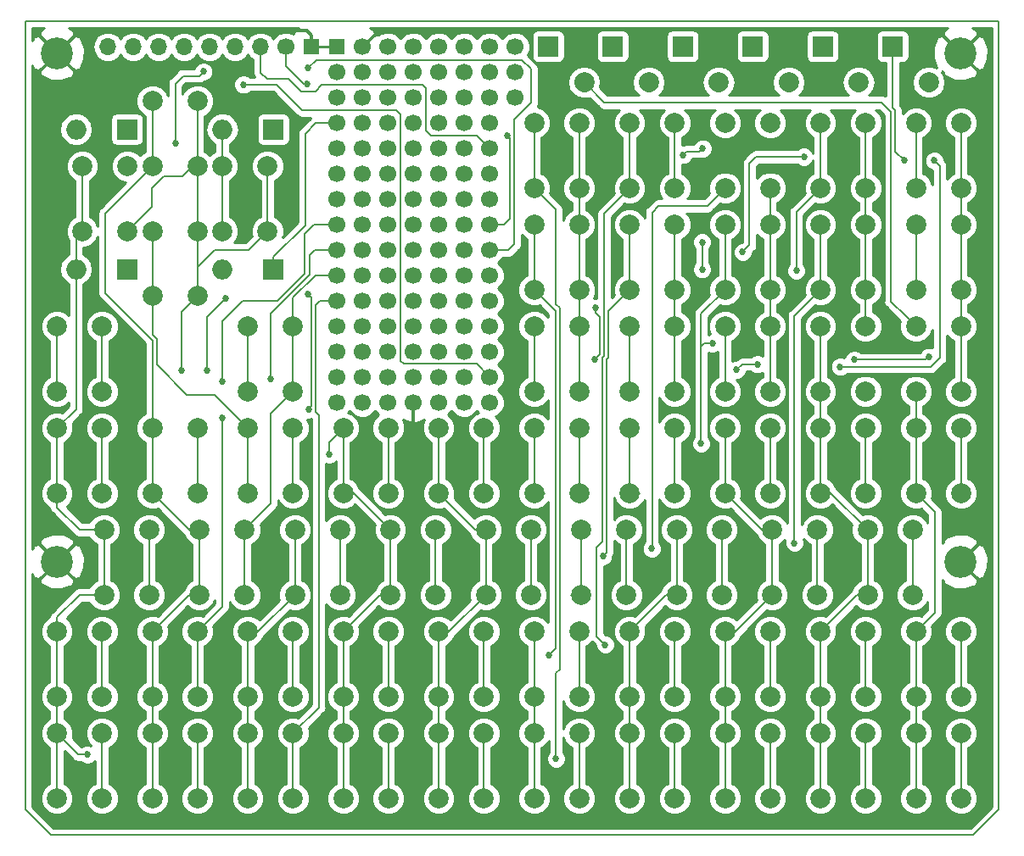
<source format=gbr>
%TF.GenerationSoftware,KiCad,Pcbnew,5.0.1-33cea8e~68~ubuntu16.04.1*%
%TF.CreationDate,2018-11-11T12:20:13-08:00*%
%TF.ProjectId,teensythumbboard,7465656E73797468756D62626F617264,rev?*%
%TF.SameCoordinates,PX68290a0PY463f660*%
%TF.FileFunction,Copper,L2,Bot,Signal*%
%TF.FilePolarity,Positive*%
%FSLAX46Y46*%
G04 Gerber Fmt 4.6, Leading zero omitted, Abs format (unit mm)*
G04 Created by KiCad (PCBNEW 5.0.1-33cea8e~68~ubuntu16.04.1) date Sun 11 Nov 2018 12:20:13 PM PST*
%MOMM*%
%LPD*%
G01*
G04 APERTURE LIST*
%ADD10C,0.150000*%
%ADD11C,1.700000*%
%ADD12R,1.600000X1.600000*%
%ADD13O,2.000000X2.000000*%
%ADD14R,2.000000X2.000000*%
%ADD15C,2.000000*%
%ADD16C,2.000000*%
%ADD17C,3.200000*%
%ADD18O,1.700000X1.700000*%
%ADD19C,0.685800*%
%ADD20C,1.270000*%
%ADD21C,0.200000*%
%ADD22C,0.300000*%
%ADD23C,0.254000*%
G04 APERTURE END LIST*
D10*
X0Y0D02*
X97155000Y0D01*
X94615000Y-81280000D02*
X97155000Y-78740000D01*
X2540000Y-81280000D02*
X0Y-78740000D01*
X94615000Y-81280000D02*
X2540000Y-81280000D01*
X97155000Y0D02*
X97155000Y-78740000D01*
X0Y0D02*
X0Y-78740000D01*
D11*
X48895000Y-7620000D03*
X48895000Y-5080000D03*
X48895000Y-2540000D03*
D12*
X31115000Y-2540000D03*
D11*
X31115000Y-5080000D03*
X31115000Y-7620000D03*
X31115000Y-10160000D03*
X31115000Y-12700000D03*
X31115000Y-15240000D03*
X31115000Y-17780000D03*
X31115000Y-20320000D03*
X31115000Y-22860000D03*
X31115000Y-25400000D03*
X31115000Y-27940000D03*
X31115000Y-30480000D03*
X31115000Y-33020000D03*
X46355000Y-2540000D03*
X46355000Y-5080000D03*
X46355000Y-7620000D03*
X46355000Y-10160000D03*
X46355000Y-12700000D03*
X46355000Y-15240000D03*
X46355000Y-17780000D03*
X46355000Y-20320000D03*
X46355000Y-22860000D03*
X46355000Y-25400000D03*
X46355000Y-27940000D03*
X46355000Y-30480000D03*
X46355000Y-33020000D03*
X31115000Y-35560000D03*
X46355000Y-35560000D03*
X33655000Y-2540000D03*
X33655000Y-5080000D03*
X36195000Y-5080000D03*
X36195000Y-7620000D03*
X33655000Y-7620000D03*
X33655000Y-25400000D03*
X33655000Y-27940000D03*
X33655000Y-33020000D03*
X33655000Y-12700000D03*
X33655000Y-22860000D03*
X33655000Y-15240000D03*
X33655000Y-35560000D03*
X33655000Y-17780000D03*
X33655000Y-30480000D03*
X33655000Y-20320000D03*
X33655000Y-10160000D03*
X43815000Y-20320000D03*
X43815000Y-27940000D03*
X43815000Y-10160000D03*
X43815000Y-7620000D03*
X43815000Y-25400000D03*
X43815000Y-22860000D03*
X43815000Y-15240000D03*
X43815000Y-35560000D03*
X43815000Y-33020000D03*
X43815000Y-30480000D03*
X43815000Y-17780000D03*
X43815000Y-5080000D03*
X43815000Y-2540000D03*
X43815000Y-12700000D03*
X36195000Y-10160000D03*
X36195000Y-12700000D03*
X36195000Y-15240000D03*
X36195000Y-17780000D03*
X36195000Y-20320000D03*
X36195000Y-22860000D03*
X36195000Y-25400000D03*
X36195000Y-27940000D03*
X36195000Y-30480000D03*
X36195000Y-33020000D03*
X36195000Y-35560000D03*
X36195000Y-2540000D03*
X38735000Y-15240000D03*
X38735000Y-5080000D03*
X38735000Y-12700000D03*
X38735000Y-17780000D03*
X38735000Y-7620000D03*
X38735000Y-10160000D03*
X38735000Y-25400000D03*
X38735000Y-22860000D03*
X38735000Y-30480000D03*
X38735000Y-33020000D03*
X38735000Y-2540000D03*
X38735000Y-27940000D03*
X38735000Y-35560000D03*
X38735000Y-20320000D03*
X41275000Y-12700000D03*
X41275000Y-7620000D03*
X41275000Y-25400000D03*
X41275000Y-2540000D03*
X41275000Y-33020000D03*
X41275000Y-22860000D03*
X41275000Y-5080000D03*
X41275000Y-30480000D03*
X41275000Y-17780000D03*
X41275000Y-35560000D03*
X41275000Y-20320000D03*
X41275000Y-27940000D03*
X41275000Y-15240000D03*
X41275000Y-10160000D03*
X46355000Y-38100000D03*
X31115000Y-38100000D03*
X43815000Y-38100000D03*
X38735000Y-38100000D03*
X41275000Y-38100000D03*
X33655000Y-38100000D03*
X36195000Y-38100000D03*
D12*
X28575000Y-2540000D03*
D13*
X5080000Y-24765000D03*
D14*
X10160000Y-24765000D03*
D13*
X5080000Y-10795000D03*
D14*
X10160000Y-10795000D03*
D13*
X19685000Y-24765000D03*
D14*
X24765000Y-24765000D03*
D13*
X19685000Y-10795000D03*
D14*
X24765000Y-10795000D03*
D15*
X83185000Y-6096000D03*
D16*
X83185000Y-6096000D02*
X83185000Y-6096000D01*
D14*
X79592898Y-2503898D03*
D15*
X90170000Y-6096000D03*
D16*
X90170000Y-6096000D02*
X90170000Y-6096000D01*
D14*
X86577898Y-2503898D03*
X65622898Y-2503898D03*
D15*
X69215000Y-6096000D03*
D16*
X69215000Y-6096000D02*
X69215000Y-6096000D01*
D15*
X76200000Y-6096000D03*
D16*
X76200000Y-6096000D02*
X76200000Y-6096000D01*
D14*
X72607898Y-2503898D03*
D15*
X62230000Y-6096000D03*
D16*
X62230000Y-6096000D02*
X62230000Y-6096000D01*
D14*
X58637898Y-2503898D03*
D15*
X55789102Y-6096000D03*
D16*
X55789102Y-6096000D02*
X55789102Y-6096000D01*
D14*
X52197000Y-2503898D03*
D15*
X10215000Y-20978000D03*
X5715000Y-20978000D03*
X10215000Y-14478000D03*
X5715000Y-14478000D03*
X17200000Y-14478000D03*
X12700000Y-14478000D03*
X17200000Y-7978000D03*
X12700000Y-7978000D03*
X17200000Y-27455000D03*
X12700000Y-27455000D03*
X17200000Y-20955000D03*
X12700000Y-20955000D03*
X24185000Y-20978000D03*
X19685000Y-20978000D03*
X24185000Y-14478000D03*
X19685000Y-14478000D03*
X83875000Y-16660000D03*
X79375000Y-16660000D03*
X83875000Y-10160000D03*
X79375000Y-10160000D03*
X93400000Y-16660000D03*
X88900000Y-16660000D03*
X93400000Y-10160000D03*
X88900000Y-10160000D03*
X83875000Y-26820000D03*
X79375000Y-26820000D03*
X83875000Y-20320000D03*
X79375000Y-20320000D03*
X93400000Y-26820000D03*
X88900000Y-26820000D03*
X93400000Y-20320000D03*
X88900000Y-20320000D03*
X83875000Y-36980000D03*
X79375000Y-36980000D03*
X83875000Y-30480000D03*
X79375000Y-30480000D03*
X93400000Y-36980000D03*
X88900000Y-36980000D03*
X93400000Y-30480000D03*
X88900000Y-30480000D03*
X55300000Y-16660000D03*
X50800000Y-16660000D03*
X55300000Y-10160000D03*
X50800000Y-10160000D03*
X64825000Y-16660000D03*
X60325000Y-16660000D03*
X64825000Y-10160000D03*
X60325000Y-10160000D03*
X74350000Y-16660000D03*
X69850000Y-16660000D03*
X74350000Y-10160000D03*
X69850000Y-10160000D03*
X55300000Y-26820000D03*
X50800000Y-26820000D03*
X55300000Y-20320000D03*
X50800000Y-20320000D03*
X64825000Y-26820000D03*
X60325000Y-26820000D03*
X64825000Y-20320000D03*
X60325000Y-20320000D03*
X74350000Y-26820000D03*
X69850000Y-26820000D03*
X74350000Y-20320000D03*
X69850000Y-20320000D03*
X55300000Y-36980000D03*
X50800000Y-36980000D03*
X55300000Y-30480000D03*
X50800000Y-30480000D03*
X64825000Y-36980000D03*
X60325000Y-36980000D03*
X64825000Y-30480000D03*
X60325000Y-30480000D03*
X74350000Y-36980000D03*
X69850000Y-36980000D03*
X74350000Y-30480000D03*
X69850000Y-30480000D03*
X7675000Y-36980000D03*
X3175000Y-36980000D03*
X7675000Y-30480000D03*
X3175000Y-30480000D03*
X7675000Y-47140000D03*
X3175000Y-47140000D03*
X7675000Y-40640000D03*
X3175000Y-40640000D03*
X17200000Y-47140000D03*
X12700000Y-47140000D03*
X17200000Y-40640000D03*
X12700000Y-40640000D03*
X26725000Y-47140000D03*
X22225000Y-47140000D03*
X26725000Y-40640000D03*
X22225000Y-40640000D03*
X36250000Y-47140000D03*
X31750000Y-47140000D03*
X36250000Y-40640000D03*
X31750000Y-40640000D03*
X45775000Y-47140000D03*
X41275000Y-47140000D03*
X45775000Y-40640000D03*
X41275000Y-40640000D03*
X55300000Y-47140000D03*
X50800000Y-47140000D03*
X55300000Y-40640000D03*
X50800000Y-40640000D03*
X64825000Y-47140000D03*
X60325000Y-47140000D03*
X64825000Y-40640000D03*
X60325000Y-40640000D03*
X74350000Y-47140000D03*
X69850000Y-47140000D03*
X74350000Y-40640000D03*
X69850000Y-40640000D03*
X83875000Y-47140000D03*
X79375000Y-47140000D03*
X83875000Y-40640000D03*
X79375000Y-40640000D03*
X93400000Y-47140000D03*
X88900000Y-47140000D03*
X93400000Y-40640000D03*
X88900000Y-40640000D03*
X12374000Y-57300000D03*
X7874000Y-57300000D03*
X12374000Y-50800000D03*
X7874000Y-50800000D03*
X21899000Y-57300000D03*
X17399000Y-57300000D03*
X21899000Y-50800000D03*
X17399000Y-50800000D03*
X31424000Y-57300000D03*
X26924000Y-57300000D03*
X31424000Y-50800000D03*
X26924000Y-50800000D03*
X40949000Y-57300000D03*
X36449000Y-57300000D03*
X40949000Y-50800000D03*
X36449000Y-50800000D03*
X50474000Y-57300000D03*
X45974000Y-57300000D03*
X50474000Y-50800000D03*
X45974000Y-50800000D03*
X59999000Y-57300000D03*
X55499000Y-57300000D03*
X59999000Y-50800000D03*
X55499000Y-50800000D03*
X69524000Y-57300000D03*
X65024000Y-57300000D03*
X69524000Y-50800000D03*
X65024000Y-50800000D03*
X79049000Y-57300000D03*
X74549000Y-57300000D03*
X79049000Y-50800000D03*
X74549000Y-50800000D03*
X88574000Y-57300000D03*
X84074000Y-57300000D03*
X88574000Y-50800000D03*
X84074000Y-50800000D03*
X26725000Y-36980000D03*
X22225000Y-36980000D03*
X26725000Y-30480000D03*
X22225000Y-30480000D03*
X7675000Y-67460000D03*
X3175000Y-67460000D03*
X7675000Y-60960000D03*
X3175000Y-60960000D03*
X17200000Y-67460000D03*
X12700000Y-67460000D03*
X17200000Y-60960000D03*
X12700000Y-60960000D03*
X26725000Y-67460000D03*
X22225000Y-67460000D03*
X26725000Y-60960000D03*
X22225000Y-60960000D03*
X36250000Y-67460000D03*
X31750000Y-67460000D03*
X36250000Y-60960000D03*
X31750000Y-60960000D03*
X45775000Y-67460000D03*
X41275000Y-67460000D03*
X45775000Y-60960000D03*
X41275000Y-60960000D03*
X55300000Y-67460000D03*
X50800000Y-67460000D03*
X55300000Y-60960000D03*
X50800000Y-60960000D03*
X64825000Y-67460000D03*
X60325000Y-67460000D03*
X64825000Y-60960000D03*
X60325000Y-60960000D03*
X74350000Y-67460000D03*
X69850000Y-67460000D03*
X74350000Y-60960000D03*
X69850000Y-60960000D03*
X83875000Y-67460000D03*
X79375000Y-67460000D03*
X83875000Y-60960000D03*
X79375000Y-60960000D03*
X93400000Y-67460000D03*
X88900000Y-67460000D03*
X93400000Y-60960000D03*
X88900000Y-60960000D03*
D17*
X3175000Y-53975000D03*
X93345000Y-53975000D03*
X3175000Y-3175000D03*
D15*
X7675000Y-77620000D03*
X3175000Y-77620000D03*
X7675000Y-71120000D03*
X3175000Y-71120000D03*
X17200000Y-77620000D03*
X12700000Y-77620000D03*
X17200000Y-71120000D03*
X12700000Y-71120000D03*
X26725000Y-77620000D03*
X22225000Y-77620000D03*
X26725000Y-71120000D03*
X22225000Y-71120000D03*
X36250000Y-77620000D03*
X31750000Y-77620000D03*
X36250000Y-71120000D03*
X31750000Y-71120000D03*
X45775000Y-77620000D03*
X41275000Y-77620000D03*
X45775000Y-71120000D03*
X41275000Y-71120000D03*
X55300000Y-77620000D03*
X50800000Y-77620000D03*
X55300000Y-71120000D03*
X50800000Y-71120000D03*
X64825000Y-77620000D03*
X60325000Y-77620000D03*
X64825000Y-71120000D03*
X60325000Y-71120000D03*
X74350000Y-77620000D03*
X69850000Y-77620000D03*
X74350000Y-71120000D03*
X69850000Y-71120000D03*
X83875000Y-77620000D03*
X79375000Y-77620000D03*
X83875000Y-71120000D03*
X79375000Y-71120000D03*
X93400000Y-77620000D03*
X88900000Y-77620000D03*
X93400000Y-71120000D03*
X88900000Y-71120000D03*
D17*
X93345000Y-3175000D03*
D11*
X26035000Y-2540000D03*
D18*
X23495000Y-2540000D03*
X20955000Y-2540000D03*
X18415000Y-2540000D03*
X15875000Y-2540000D03*
X13335000Y-2540000D03*
X10795000Y-2540000D03*
X8255000Y-2540000D03*
D19*
X15595600Y-34848800D03*
X6223000Y-73253600D03*
X52984400Y-73660000D03*
X57886600Y-62280800D03*
X62534800Y-52679600D03*
X19977100Y-27698700D03*
X52247800Y-63322200D03*
X18148300Y-34886900D03*
X30353000Y-43256200D03*
X76962000Y-24917400D03*
X57683400Y-53416200D03*
X67462400Y-42176700D03*
X68579999Y-32181800D03*
X82753200Y-33807400D03*
X90170002Y-33528000D03*
X76771500Y-52120800D03*
X67564000Y-22059900D03*
X67564000Y-24790400D03*
X28270200Y-38785800D03*
X28194000Y-27228800D03*
X24536400Y-35763200D03*
X19685000Y-35941000D03*
X19685000Y-39624000D03*
X14985994Y-12192000D03*
X17805400Y-5027100D03*
X77724000Y-13538200D03*
X71602600Y-23063200D03*
X56964300Y-28625800D03*
X56870600Y-33756600D03*
X71018400Y-34823400D03*
X73101200Y-34264600D03*
X81330800Y-34518600D03*
X87706200Y-13901700D03*
X90728800Y-13919200D03*
X65684400Y-13360400D03*
X67614800Y-12700000D03*
D20*
X38735000Y-41986200D03*
X83134200Y-2590800D03*
X55168800Y-1828800D03*
X81534000Y-13157200D03*
X52959000Y-14757400D03*
X56565800Y-24434800D03*
X62509400Y-15087600D03*
D19*
X28143200Y-6248400D03*
X48150500Y-11430000D03*
X28219400Y-4673600D03*
X21793200Y-6324600D03*
D21*
X17200000Y-7978000D02*
X17200000Y-14478000D01*
X17200000Y-14478000D02*
X17200000Y-20955000D01*
X17200000Y-20955000D02*
X17200000Y-27455000D01*
X24185000Y-20978000D02*
X24185000Y-14478000D01*
X16715000Y-14478000D02*
X17200000Y-14478000D01*
X93400000Y-10160000D02*
X93400000Y-16660000D01*
X93400000Y-16660000D02*
X93400000Y-20320000D01*
X93400000Y-20320000D02*
X93400000Y-26820000D01*
X93400000Y-26820000D02*
X93400000Y-30480000D01*
X93400000Y-30480000D02*
X93400000Y-36980000D01*
X83875000Y-26820000D02*
X83875000Y-30480000D01*
X83875000Y-20320000D02*
X83875000Y-26820000D01*
X83875000Y-16660000D02*
X83875000Y-20320000D01*
X83875000Y-10160000D02*
X83875000Y-16660000D01*
X15595600Y-34848800D02*
X15595600Y-29059400D01*
X15595600Y-29059400D02*
X17200000Y-27455000D01*
X15724400Y-15468600D02*
X13868400Y-15468600D01*
X15724400Y-15468600D02*
X16715000Y-14478000D01*
X13868400Y-15468600D02*
X12649200Y-16687800D01*
X12649200Y-16687800D02*
X12649200Y-18543800D01*
X12649200Y-18543800D02*
X12496800Y-18696200D01*
X10215000Y-20978000D02*
X12496800Y-18696200D01*
X17200000Y-26040787D02*
X17200000Y-27455000D01*
X18923000Y-22860000D02*
X17200000Y-24583000D01*
X22303000Y-22860000D02*
X18923000Y-22860000D01*
X24185000Y-20978000D02*
X22303000Y-22860000D01*
X17200000Y-24583000D02*
X17200000Y-26040787D01*
X5080000Y-38735000D02*
X5080000Y-24765000D01*
X3175000Y-40640000D02*
X5080000Y-38735000D01*
X5080000Y-21613000D02*
X5715000Y-20978000D01*
X5080000Y-24765000D02*
X5080000Y-21613000D01*
X3175000Y-71120000D02*
X3175000Y-67460000D01*
X3175000Y-71120000D02*
X3175000Y-77620000D01*
X3175000Y-67460000D02*
X3175000Y-60960000D01*
X5420787Y-57300000D02*
X7874000Y-57300000D01*
X3175000Y-59545787D02*
X5420787Y-57300000D01*
X3175000Y-60960000D02*
X3175000Y-59545787D01*
X7874000Y-57300000D02*
X7874000Y-50800000D01*
X5420787Y-50800000D02*
X7874000Y-50800000D01*
X3175000Y-48554213D02*
X5420787Y-50800000D01*
X3175000Y-47140000D02*
X3175000Y-48554213D01*
X3175000Y-40640000D02*
X3175000Y-47140000D01*
X5715000Y-14478000D02*
X5715000Y-20978000D01*
X50800000Y-10160000D02*
X50800000Y-16660000D01*
X5738067Y-73253600D02*
X6223000Y-73253600D01*
X5308600Y-73253600D02*
X5738067Y-73253600D01*
X3175000Y-71120000D02*
X5308600Y-73253600D01*
X52959000Y-28244800D02*
X52959000Y-18819000D01*
X53340000Y-28625800D02*
X52959000Y-28244800D01*
X53340000Y-64744600D02*
X53340000Y-28625800D01*
X52984400Y-65100200D02*
X53340000Y-64744600D01*
X52984400Y-73660000D02*
X52984400Y-65100200D01*
X52959000Y-18819000D02*
X50800000Y-16660000D01*
X8001000Y-19177000D02*
X12700000Y-14478000D01*
X12700000Y-31877000D02*
X8001000Y-27178000D01*
X12700000Y-40640000D02*
X12700000Y-31877000D01*
X8001000Y-27178000D02*
X8001000Y-19177000D01*
X12700000Y-40640000D02*
X12700000Y-47140000D01*
X12700000Y-77620000D02*
X12700000Y-71120000D01*
X12700000Y-71120000D02*
X12700000Y-67460000D01*
X12700000Y-67460000D02*
X12700000Y-60960000D01*
X16360000Y-57300000D02*
X17399000Y-57300000D01*
X12700000Y-60960000D02*
X16360000Y-57300000D01*
X17399000Y-57300000D02*
X17399000Y-50800000D01*
X16360000Y-50800000D02*
X17399000Y-50800000D01*
X12700000Y-47140000D02*
X16360000Y-50800000D01*
X12700000Y-7978000D02*
X12700000Y-14478000D01*
X60325000Y-10160000D02*
X60325000Y-16660000D01*
X57778611Y-33414289D02*
X57613589Y-33579311D01*
X57040499Y-61434699D02*
X57543701Y-61937901D01*
X57778611Y-19206389D02*
X57778611Y-33414289D01*
X57613589Y-33579311D02*
X57613589Y-51962011D01*
X60325000Y-16660000D02*
X57778611Y-19206389D01*
X57613589Y-51962011D02*
X57040499Y-52535101D01*
X57040499Y-52535101D02*
X57040499Y-61434699D01*
X57543701Y-61937901D02*
X57886600Y-62280800D01*
X22225000Y-40640000D02*
X22225000Y-47140000D01*
X26924000Y-50800000D02*
X26924000Y-57300000D01*
X23264000Y-60960000D02*
X22225000Y-60960000D01*
X26924000Y-57300000D02*
X23264000Y-60960000D01*
X22225000Y-60960000D02*
X22225000Y-67460000D01*
X22225000Y-67460000D02*
X22225000Y-71120000D01*
X22225000Y-71120000D02*
X22225000Y-77620000D01*
X12700000Y-20955000D02*
X12700000Y-27455000D01*
X69850000Y-16660000D02*
X68069600Y-18440400D01*
X68069600Y-18440400D02*
X63220600Y-18440400D01*
X63220600Y-18440400D02*
X62560200Y-19100800D01*
X62560200Y-52654200D02*
X62534800Y-52679600D01*
X62560200Y-19100800D02*
X62560200Y-52654200D01*
X18884900Y-37299900D02*
X22225000Y-40640000D01*
X16103600Y-37299900D02*
X18884900Y-37299900D01*
X12700000Y-27455000D02*
X12700000Y-31305500D01*
X12700000Y-31305500D02*
X13119100Y-31724600D01*
X13119100Y-31724600D02*
X13119100Y-34315400D01*
X13119100Y-34315400D02*
X16103600Y-37299900D01*
X19685000Y-14478000D02*
X19685000Y-10795000D01*
X19685000Y-14478000D02*
X19685000Y-20978000D01*
X31750000Y-77620000D02*
X31750000Y-71120000D01*
X31750000Y-71120000D02*
X31750000Y-67460000D01*
X31750000Y-67460000D02*
X31750000Y-60960000D01*
X35410000Y-57300000D02*
X36449000Y-57300000D01*
X31750000Y-60960000D02*
X35410000Y-57300000D01*
X36449000Y-57300000D02*
X36449000Y-50800000D01*
X32789000Y-47140000D02*
X31750000Y-47140000D01*
X36449000Y-50800000D02*
X32789000Y-47140000D01*
X31750000Y-47140000D02*
X31750000Y-40640000D01*
X50800000Y-20320000D02*
X50800000Y-26820000D01*
X52933600Y-62636400D02*
X52247800Y-63322200D01*
X52933600Y-28953600D02*
X52933600Y-62636400D01*
X50800000Y-26820000D02*
X52933600Y-28953600D01*
X18148300Y-29527500D02*
X18148300Y-34886900D01*
X19977100Y-27698700D02*
X18148300Y-29527500D01*
X30353000Y-42037000D02*
X30353000Y-43256200D01*
X31750000Y-40640000D02*
X30353000Y-42037000D01*
X41275000Y-40640000D02*
X41275000Y-47140000D01*
X44935000Y-50800000D02*
X45974000Y-50800000D01*
X41275000Y-47140000D02*
X44935000Y-50800000D01*
X45974000Y-50800000D02*
X45974000Y-57300000D01*
X42314000Y-60960000D02*
X41275000Y-60960000D01*
X45974000Y-57300000D02*
X42314000Y-60960000D01*
X41275000Y-60960000D02*
X41275000Y-67460000D01*
X41275000Y-67460000D02*
X41275000Y-71120000D01*
X41275000Y-71120000D02*
X41275000Y-77620000D01*
X79375000Y-10160000D02*
X79375000Y-16660000D01*
X60325000Y-26820000D02*
X60325000Y-20320000D01*
X79375000Y-16660000D02*
X76962000Y-19073000D01*
X76962000Y-19073000D02*
X76962000Y-24432467D01*
X76962000Y-24432467D02*
X76962000Y-24917400D01*
X58026299Y-53073301D02*
X57683400Y-53416200D01*
X58013600Y-53060602D02*
X58026299Y-53073301D01*
X58178622Y-33579978D02*
X58013600Y-33745000D01*
X58013600Y-33745000D02*
X58013600Y-53060602D01*
X60325000Y-26820000D02*
X58178622Y-28966378D01*
X58178622Y-28966378D02*
X58178622Y-33579978D01*
X50800000Y-77620000D02*
X50800000Y-71120000D01*
X50800000Y-71120000D02*
X50800000Y-67460000D01*
X50800000Y-67460000D02*
X50800000Y-60960000D01*
X54460000Y-57300000D02*
X55499000Y-57300000D01*
X55499000Y-57300000D02*
X55499000Y-50800000D01*
X51839000Y-47140000D02*
X50800000Y-47140000D01*
X50800000Y-47140000D02*
X50800000Y-40640000D01*
X88900000Y-10160000D02*
X88900000Y-16660000D01*
X69850000Y-20320000D02*
X69850000Y-26820000D01*
X69850000Y-26820000D02*
X67462400Y-29207600D01*
X67462400Y-32524700D02*
X67462400Y-42176700D01*
X67462400Y-29207600D02*
X67462400Y-32524700D01*
X68095066Y-32181800D02*
X68579999Y-32181800D01*
X67462400Y-32524700D02*
X67805300Y-32181800D01*
X67805300Y-32181800D02*
X68095066Y-32181800D01*
X89890602Y-33807400D02*
X90170002Y-33528000D01*
X82753200Y-33807400D02*
X89890602Y-33807400D01*
X60325000Y-77620000D02*
X60325000Y-71120000D01*
X60325000Y-67460000D02*
X60325000Y-71120000D01*
X60325000Y-67460000D02*
X60325000Y-60960000D01*
X63985000Y-57300000D02*
X65024000Y-57300000D01*
X60325000Y-60960000D02*
X63985000Y-57300000D01*
X65024000Y-57300000D02*
X65024000Y-50800000D01*
X61364000Y-47140000D02*
X60325000Y-47140000D01*
X60325000Y-47140000D02*
X60325000Y-40640000D01*
X50800000Y-30480000D02*
X50800000Y-36980000D01*
X78740000Y-20320000D02*
X79375000Y-20320000D01*
X79375000Y-20320000D02*
X79375000Y-26820000D01*
X76771500Y-29423500D02*
X76771500Y-52120800D01*
X79375000Y-26820000D02*
X76771500Y-29423500D01*
X69850000Y-40640000D02*
X69850000Y-47140000D01*
X73510000Y-50800000D02*
X74549000Y-50800000D01*
X69850000Y-47140000D02*
X73510000Y-50800000D01*
X74549000Y-50800000D02*
X74549000Y-57300000D01*
X70889000Y-60960000D02*
X69850000Y-60960000D01*
X74549000Y-57300000D02*
X70889000Y-60960000D01*
X69850000Y-60960000D02*
X69850000Y-67460000D01*
X69850000Y-67460000D02*
X69850000Y-71120000D01*
X69850000Y-71120000D02*
X69850000Y-77620000D01*
X60325000Y-30480000D02*
X60325000Y-36980000D01*
X88265000Y-20320000D02*
X88900000Y-20320000D01*
X88900000Y-20320000D02*
X88900000Y-26820000D01*
X79375000Y-77620000D02*
X79375000Y-71120000D01*
X79375000Y-71120000D02*
X79375000Y-67460000D01*
X79375000Y-67460000D02*
X79375000Y-60960000D01*
X83035000Y-57300000D02*
X84074000Y-57300000D01*
X79375000Y-60960000D02*
X83035000Y-57300000D01*
X84074000Y-57300000D02*
X84074000Y-50800000D01*
X80414000Y-47140000D02*
X79375000Y-47140000D01*
X84074000Y-50800000D02*
X80414000Y-47140000D01*
X79375000Y-47140000D02*
X79375000Y-40640000D01*
X79375000Y-40640000D02*
X79375000Y-36980000D01*
X79375000Y-36980000D02*
X79375000Y-30480000D01*
X69850000Y-36980000D02*
X69850000Y-30480000D01*
X67564000Y-22059900D02*
X67564000Y-22544833D01*
X67564000Y-22544833D02*
X67564000Y-24790400D01*
X3175000Y-30480000D02*
X3175000Y-36980000D01*
X22225000Y-30480000D02*
X22225000Y-36980000D01*
X88900000Y-77620000D02*
X88900000Y-71120000D01*
X88900000Y-71120000D02*
X88900000Y-67460000D01*
X88900000Y-67460000D02*
X88900000Y-60960000D01*
X90805000Y-59055000D02*
X88900000Y-60960000D01*
X90805000Y-49045000D02*
X90805000Y-59055000D01*
X88900000Y-47140000D02*
X90805000Y-49045000D01*
X88900000Y-47140000D02*
X88900000Y-40640000D01*
X88900000Y-40640000D02*
X88900000Y-36980000D01*
X87900001Y-29480001D02*
X88900000Y-30480000D01*
X86410800Y-27990800D02*
X87900001Y-29480001D01*
X85471000Y-8115300D02*
X86410800Y-9055100D01*
X86410800Y-9055100D02*
X86410800Y-27990800D01*
X57808402Y-8115300D02*
X58293000Y-8115300D01*
X55789102Y-6096000D02*
X57808402Y-8115300D01*
X58293000Y-8115300D02*
X85471000Y-8115300D01*
X74350000Y-36980000D02*
X74350000Y-30480000D01*
X74350000Y-30480000D02*
X74350000Y-26820000D01*
X74350000Y-26820000D02*
X74350000Y-20320000D01*
X74350000Y-20320000D02*
X74350000Y-16660000D01*
X64825000Y-10160000D02*
X64825000Y-16660000D01*
X64825000Y-20320000D02*
X64825000Y-26820000D01*
X64825000Y-26820000D02*
X64825000Y-30480000D01*
X64825000Y-30480000D02*
X64825000Y-36980000D01*
X55300000Y-36980000D02*
X55300000Y-30480000D01*
X55300000Y-30480000D02*
X55300000Y-26820000D01*
X55300000Y-26820000D02*
X55300000Y-20320000D01*
X55300000Y-20320000D02*
X55300000Y-16660000D01*
X55300000Y-16660000D02*
X55300000Y-10160000D01*
X7675000Y-30480000D02*
X7675000Y-36980000D01*
X28600400Y-38455600D02*
X28270200Y-38785800D01*
X28600400Y-27635200D02*
X28600400Y-38455600D01*
X28194000Y-27228800D02*
X28600400Y-27635200D01*
X7675000Y-40640000D02*
X7675000Y-47140000D01*
X17200000Y-40640000D02*
X17200000Y-47140000D01*
X26725000Y-40640000D02*
X26725000Y-47140000D01*
X36250000Y-40640000D02*
X36250000Y-47140000D01*
X45775000Y-40640000D02*
X45775000Y-47140000D01*
X55300000Y-40640000D02*
X55300000Y-47140000D01*
X64825000Y-40640000D02*
X64825000Y-47140000D01*
X74350000Y-40640000D02*
X74350000Y-47140000D01*
X83875000Y-40640000D02*
X83875000Y-47140000D01*
X93400000Y-40640000D02*
X93400000Y-47140000D01*
X28905200Y-22860000D02*
X31115000Y-22860000D01*
X24536400Y-35763200D02*
X24536400Y-29184600D01*
X24536400Y-29184600D02*
X28397200Y-25323800D01*
X28397200Y-25323800D02*
X28397200Y-23368000D01*
X28397200Y-23368000D02*
X28905200Y-22860000D01*
X88574000Y-50800000D02*
X88574000Y-57300000D01*
X79049000Y-50800000D02*
X79049000Y-57300000D01*
X69524000Y-50800000D02*
X69524000Y-57300000D01*
X59999000Y-50800000D02*
X59999000Y-57300000D01*
X50474000Y-50800000D02*
X50474000Y-57300000D01*
X40949000Y-50800000D02*
X40949000Y-57300000D01*
X31424000Y-50800000D02*
X31424000Y-57300000D01*
X21899000Y-50800000D02*
X21899000Y-57300000D01*
X12374000Y-50800000D02*
X12374000Y-57300000D01*
X26725000Y-36980000D02*
X26725000Y-30480000D01*
X21899000Y-50800000D02*
X24511000Y-48188000D01*
X24511000Y-39194000D02*
X26725000Y-36980000D01*
X24511000Y-48188000D02*
X24511000Y-39194000D01*
X26725000Y-27631000D02*
X28956000Y-25400000D01*
X28956000Y-25400000D02*
X31115000Y-25400000D01*
X26725000Y-30480000D02*
X26725000Y-27631000D01*
X7675000Y-60960000D02*
X7675000Y-67460000D01*
X17200000Y-60960000D02*
X17200000Y-67460000D01*
X26725000Y-60960000D02*
X26725000Y-67460000D01*
X36250000Y-60960000D02*
X36250000Y-67460000D01*
X45775000Y-60960000D02*
X45775000Y-67460000D01*
X55300000Y-60960000D02*
X55300000Y-67460000D01*
X64825000Y-60960000D02*
X64825000Y-67460000D01*
X93400000Y-60960000D02*
X93400000Y-67460000D01*
X83875000Y-60960000D02*
X83875000Y-67460000D01*
X74350000Y-60960000D02*
X74350000Y-67460000D01*
X19685000Y-58475000D02*
X17200000Y-60960000D01*
X19685000Y-39624000D02*
X19685000Y-58475000D01*
X28841700Y-20320000D02*
X31115000Y-20320000D01*
X27901900Y-21259800D02*
X28841700Y-20320000D01*
X27901900Y-25222200D02*
X27901900Y-21259800D01*
X19685000Y-35941000D02*
X19685000Y-29972000D01*
X19685000Y-29972000D02*
X21717000Y-27940000D01*
X21717000Y-27940000D02*
X25184100Y-27940000D01*
X25184100Y-27940000D02*
X27901900Y-25222200D01*
X15748000Y-5461000D02*
X14985994Y-6223006D01*
X14985994Y-6223006D02*
X14985994Y-11707067D01*
X14985994Y-11707067D02*
X14985994Y-12192000D01*
X17371500Y-5461000D02*
X17805400Y-5027100D01*
X15748000Y-5461000D02*
X17371500Y-5461000D01*
X29019500Y-10160000D02*
X31115000Y-10160000D01*
X24765000Y-24765000D02*
X24765000Y-23565000D01*
X24765000Y-23565000D02*
X27940000Y-20390000D01*
X27940000Y-20390000D02*
X27940000Y-11239500D01*
X27940000Y-11239500D02*
X29019500Y-10160000D01*
X72288400Y-22377400D02*
X71602600Y-23063200D01*
X72288400Y-14198600D02*
X72288400Y-22377400D01*
X72948800Y-13538200D02*
X72288400Y-14198600D01*
X77724000Y-13538200D02*
X72948800Y-13538200D01*
X57378600Y-29525033D02*
X57378600Y-33248600D01*
X56964300Y-29110733D02*
X57378600Y-29525033D01*
X56964300Y-28625800D02*
X56964300Y-29110733D01*
X57378600Y-33248600D02*
X56870600Y-33756600D01*
X71577200Y-34264600D02*
X73101200Y-34264600D01*
X71018400Y-34823400D02*
X71577200Y-34264600D01*
X86577898Y-7075898D02*
X86577898Y-2503898D01*
X86577898Y-8656499D02*
X86810810Y-8889411D01*
X86577898Y-7075898D02*
X86577898Y-8656499D01*
X86810810Y-13006310D02*
X87706200Y-13901700D01*
X86810810Y-8889411D02*
X86810810Y-13006310D01*
X90373200Y-34518600D02*
X81330800Y-34518600D01*
X91262200Y-33629600D02*
X90373200Y-34518600D01*
X91262200Y-14452600D02*
X91262200Y-33629600D01*
X90728800Y-13919200D02*
X91262200Y-14452600D01*
X66027299Y-13017501D02*
X67144899Y-13017501D01*
X65684400Y-13360400D02*
X66027299Y-13017501D01*
X67297299Y-13017501D02*
X67614800Y-12700000D01*
X67144899Y-13017501D02*
X67297299Y-13017501D01*
D22*
X38735000Y-38100000D02*
X38735000Y-40563800D01*
X26771600Y-965200D02*
X26720800Y-914400D01*
X28100200Y-965200D02*
X26771600Y-965200D01*
X28575000Y-1440000D02*
X28100200Y-965200D01*
X28575000Y-2540000D02*
X28575000Y-1440000D01*
X38735000Y-40563800D02*
X38735000Y-41986200D01*
D21*
X7675000Y-71120000D02*
X7675000Y-77620000D01*
X17200000Y-71120000D02*
X17200000Y-77620000D01*
X26725000Y-71120000D02*
X26725000Y-77620000D01*
X36250000Y-71120000D02*
X36250000Y-77620000D01*
X55300000Y-71120000D02*
X55300000Y-77620000D01*
X45775000Y-71120000D02*
X45775000Y-77620000D01*
X64825000Y-71120000D02*
X64825000Y-77620000D01*
X74350000Y-71120000D02*
X74350000Y-77620000D01*
X83875000Y-71120000D02*
X83875000Y-77620000D01*
X93400000Y-71120000D02*
X93400000Y-77620000D01*
X29298900Y-68546100D02*
X26725000Y-71120000D01*
X29298900Y-39331900D02*
X29298900Y-68546100D01*
X31115000Y-27940000D02*
X29438600Y-27940000D01*
X29438600Y-27940000D02*
X29019500Y-28359100D01*
X29019500Y-28359100D02*
X29019500Y-39052500D01*
X29019500Y-39052500D02*
X29298900Y-39331900D01*
X26297790Y-5774590D02*
X27508200Y-6985000D01*
X40513000Y-11430000D02*
X45085000Y-11430000D01*
X23495000Y-5130800D02*
X24138790Y-5774590D01*
X24138790Y-5774590D02*
X26297790Y-5774590D01*
X23495000Y-2540000D02*
X23495000Y-5130800D01*
X39674800Y-6350000D02*
X40005000Y-6680200D01*
X27508200Y-6985000D02*
X28981400Y-6985000D01*
X40005000Y-6680200D02*
X40005000Y-10922000D01*
X45085000Y-11430000D02*
X46355000Y-12700000D01*
X28981400Y-6985000D02*
X29616400Y-6350000D01*
X29616400Y-6350000D02*
X39674800Y-6350000D01*
X40005000Y-10922000D02*
X40513000Y-11430000D01*
X26035000Y-4521200D02*
X27762200Y-6248400D01*
X27762200Y-6248400D02*
X28143200Y-6248400D01*
X26035000Y-2540000D02*
X26035000Y-4521200D01*
X47777400Y-20320000D02*
X46355000Y-20320000D01*
X48387000Y-19710400D02*
X47777400Y-20320000D01*
X48387000Y-11666500D02*
X48387000Y-19710400D01*
X48150500Y-11430000D02*
X48387000Y-11666500D01*
X48234600Y-22860000D02*
X46355000Y-22860000D01*
X48793400Y-22301200D02*
X48234600Y-22860000D01*
X48793400Y-9855200D02*
X48793400Y-22301200D01*
X50495200Y-8153400D02*
X48793400Y-9855200D01*
X28219400Y-4673600D02*
X29032200Y-3860800D01*
X29032200Y-3860800D02*
X49580800Y-3860800D01*
X49580800Y-3860800D02*
X50495200Y-4775200D01*
X50495200Y-4775200D02*
X50495200Y-8153400D01*
X45034200Y-34239200D02*
X46355000Y-35560000D01*
X37465000Y-33909000D02*
X37795200Y-34239200D01*
X37465000Y-9321800D02*
X37465000Y-33909000D01*
X21793200Y-6324600D02*
X25069800Y-6324600D01*
X27635200Y-8890000D02*
X37033200Y-8890000D01*
X37795200Y-34239200D02*
X45034200Y-34239200D01*
X25069800Y-6324600D02*
X27635200Y-8890000D01*
X37033200Y-8890000D02*
X37465000Y-9321800D01*
D23*
G36*
X1702894Y-797048D02*
X1541409Y-904950D01*
X1408466Y-1390505D01*
X3175000Y-3157039D01*
X4941534Y-1390505D01*
X4808591Y-904950D01*
X4380611Y-710000D01*
X27274836Y-710000D01*
X27127542Y-771011D01*
X26806011Y-1092543D01*
X26749631Y-1228657D01*
X26330385Y-1055000D01*
X25739615Y-1055000D01*
X25193815Y-1281078D01*
X24776078Y-1698815D01*
X24754209Y-1751611D01*
X24565625Y-1469375D01*
X24074418Y-1141161D01*
X23641256Y-1055000D01*
X23348744Y-1055000D01*
X22915582Y-1141161D01*
X22424375Y-1469375D01*
X22225000Y-1767761D01*
X22025625Y-1469375D01*
X21534418Y-1141161D01*
X21101256Y-1055000D01*
X20808744Y-1055000D01*
X20375582Y-1141161D01*
X19884375Y-1469375D01*
X19685000Y-1767761D01*
X19485625Y-1469375D01*
X18994418Y-1141161D01*
X18561256Y-1055000D01*
X18268744Y-1055000D01*
X17835582Y-1141161D01*
X17344375Y-1469375D01*
X17145000Y-1767761D01*
X16945625Y-1469375D01*
X16454418Y-1141161D01*
X16021256Y-1055000D01*
X15728744Y-1055000D01*
X15295582Y-1141161D01*
X14804375Y-1469375D01*
X14605000Y-1767761D01*
X14405625Y-1469375D01*
X13914418Y-1141161D01*
X13481256Y-1055000D01*
X13188744Y-1055000D01*
X12755582Y-1141161D01*
X12264375Y-1469375D01*
X12065000Y-1767761D01*
X11865625Y-1469375D01*
X11374418Y-1141161D01*
X10941256Y-1055000D01*
X10648744Y-1055000D01*
X10215582Y-1141161D01*
X9724375Y-1469375D01*
X9525000Y-1767761D01*
X9325625Y-1469375D01*
X8834418Y-1141161D01*
X8401256Y-1055000D01*
X8108744Y-1055000D01*
X7675582Y-1141161D01*
X7184375Y-1469375D01*
X6856161Y-1960582D01*
X6740908Y-2540000D01*
X6856161Y-3119418D01*
X7184375Y-3610625D01*
X7675582Y-3938839D01*
X8108744Y-4025000D01*
X8401256Y-4025000D01*
X8834418Y-3938839D01*
X9325625Y-3610625D01*
X9525000Y-3312239D01*
X9724375Y-3610625D01*
X10215582Y-3938839D01*
X10648744Y-4025000D01*
X10941256Y-4025000D01*
X11374418Y-3938839D01*
X11865625Y-3610625D01*
X12065000Y-3312239D01*
X12264375Y-3610625D01*
X12755582Y-3938839D01*
X13188744Y-4025000D01*
X13481256Y-4025000D01*
X13914418Y-3938839D01*
X14405625Y-3610625D01*
X14605000Y-3312239D01*
X14804375Y-3610625D01*
X15295582Y-3938839D01*
X15728744Y-4025000D01*
X16021256Y-4025000D01*
X16454418Y-3938839D01*
X16945625Y-3610625D01*
X17145000Y-3312239D01*
X17344375Y-3610625D01*
X17835582Y-3938839D01*
X18268744Y-4025000D01*
X18561256Y-4025000D01*
X18994418Y-3938839D01*
X19485625Y-3610625D01*
X19685000Y-3312239D01*
X19884375Y-3610625D01*
X20375582Y-3938839D01*
X20808744Y-4025000D01*
X21101256Y-4025000D01*
X21534418Y-3938839D01*
X22025625Y-3610625D01*
X22225000Y-3312239D01*
X22424375Y-3610625D01*
X22760000Y-3834883D01*
X22760001Y-5058411D01*
X22745602Y-5130800D01*
X22802646Y-5417582D01*
X22911863Y-5581036D01*
X22917585Y-5589600D01*
X22441159Y-5589600D01*
X22347136Y-5495577D01*
X21987716Y-5346700D01*
X21598684Y-5346700D01*
X21239264Y-5495577D01*
X20964177Y-5770664D01*
X20815300Y-6130084D01*
X20815300Y-6519116D01*
X20964177Y-6878536D01*
X21239264Y-7153623D01*
X21598684Y-7302500D01*
X21987716Y-7302500D01*
X22347136Y-7153623D01*
X22441159Y-7059600D01*
X24765354Y-7059600D01*
X27064291Y-9358537D01*
X27105295Y-9419905D01*
X27348417Y-9582354D01*
X27562812Y-9625000D01*
X27562815Y-9625000D01*
X27635199Y-9639398D01*
X27707583Y-9625000D01*
X28497220Y-9625000D01*
X28489595Y-9630095D01*
X28448590Y-9691463D01*
X27471463Y-10668591D01*
X27410096Y-10709595D01*
X27369092Y-10770962D01*
X27369091Y-10770963D01*
X27247646Y-10952718D01*
X27190602Y-11239500D01*
X27205001Y-11311889D01*
X27205000Y-20085553D01*
X25701679Y-21588875D01*
X25820000Y-21303222D01*
X25820000Y-20652778D01*
X25571086Y-20051847D01*
X25111153Y-19591914D01*
X24920000Y-19512736D01*
X24920000Y-15943264D01*
X25111153Y-15864086D01*
X25571086Y-15404153D01*
X25820000Y-14803222D01*
X25820000Y-14152778D01*
X25571086Y-13551847D01*
X25111153Y-13091914D01*
X24510222Y-12843000D01*
X23859778Y-12843000D01*
X23258847Y-13091914D01*
X22798914Y-13551847D01*
X22550000Y-14152778D01*
X22550000Y-14803222D01*
X22798914Y-15404153D01*
X23258847Y-15864086D01*
X23450001Y-15943265D01*
X23450000Y-19512736D01*
X23258847Y-19591914D01*
X22798914Y-20051847D01*
X22550000Y-20652778D01*
X22550000Y-21303222D01*
X22629178Y-21494375D01*
X21998554Y-22125000D01*
X20850239Y-22125000D01*
X21071086Y-21904153D01*
X21320000Y-21303222D01*
X21320000Y-20652778D01*
X21071086Y-20051847D01*
X20611153Y-19591914D01*
X20420000Y-19512736D01*
X20420000Y-15943264D01*
X20611153Y-15864086D01*
X21071086Y-15404153D01*
X21320000Y-14803222D01*
X21320000Y-14152778D01*
X21071086Y-13551847D01*
X20611153Y-13091914D01*
X20420000Y-13012736D01*
X20420000Y-12270286D01*
X20863769Y-11973769D01*
X21225136Y-11432945D01*
X21352031Y-10795000D01*
X21225136Y-10157055D01*
X20983219Y-9795000D01*
X23117560Y-9795000D01*
X23117560Y-11795000D01*
X23166843Y-12042765D01*
X23307191Y-12252809D01*
X23517235Y-12393157D01*
X23765000Y-12442440D01*
X25765000Y-12442440D01*
X26012765Y-12393157D01*
X26222809Y-12252809D01*
X26363157Y-12042765D01*
X26412440Y-11795000D01*
X26412440Y-9795000D01*
X26363157Y-9547235D01*
X26222809Y-9337191D01*
X26012765Y-9196843D01*
X25765000Y-9147560D01*
X23765000Y-9147560D01*
X23517235Y-9196843D01*
X23307191Y-9337191D01*
X23166843Y-9547235D01*
X23117560Y-9795000D01*
X20983219Y-9795000D01*
X20863769Y-9616231D01*
X20322945Y-9254864D01*
X19846031Y-9160000D01*
X19523969Y-9160000D01*
X19047055Y-9254864D01*
X18506231Y-9616231D01*
X18144864Y-10157055D01*
X18017969Y-10795000D01*
X18144864Y-11432945D01*
X18506231Y-11973769D01*
X18950001Y-12270286D01*
X18950000Y-13012736D01*
X18758847Y-13091914D01*
X18442500Y-13408261D01*
X18126153Y-13091914D01*
X17935000Y-13012736D01*
X17935000Y-9443264D01*
X18126153Y-9364086D01*
X18586086Y-8904153D01*
X18835000Y-8303222D01*
X18835000Y-7652778D01*
X18586086Y-7051847D01*
X18126153Y-6591914D01*
X17525222Y-6343000D01*
X16874778Y-6343000D01*
X16273847Y-6591914D01*
X15813914Y-7051847D01*
X15720994Y-7276176D01*
X15720994Y-6527452D01*
X16052447Y-6196000D01*
X17299116Y-6196000D01*
X17371500Y-6210398D01*
X17443884Y-6196000D01*
X17443888Y-6196000D01*
X17658283Y-6153354D01*
X17880310Y-6005000D01*
X17999916Y-6005000D01*
X18359336Y-5856123D01*
X18634423Y-5581036D01*
X18783300Y-5221616D01*
X18783300Y-4832584D01*
X18634423Y-4473164D01*
X18359336Y-4198077D01*
X17999916Y-4049200D01*
X17610884Y-4049200D01*
X17251464Y-4198077D01*
X16976377Y-4473164D01*
X16871649Y-4726000D01*
X15820383Y-4726000D01*
X15747999Y-4711602D01*
X15675615Y-4726000D01*
X15675612Y-4726000D01*
X15461217Y-4768646D01*
X15218095Y-4931095D01*
X15177090Y-4992463D01*
X14517459Y-5652095D01*
X14456089Y-5693101D01*
X14293640Y-5936224D01*
X14250994Y-6150619D01*
X14250994Y-6150622D01*
X14236596Y-6223006D01*
X14250994Y-6295390D01*
X14250994Y-7449970D01*
X14086086Y-7051847D01*
X13626153Y-6591914D01*
X13025222Y-6343000D01*
X12374778Y-6343000D01*
X11773847Y-6591914D01*
X11313914Y-7051847D01*
X11065000Y-7652778D01*
X11065000Y-8303222D01*
X11313914Y-8904153D01*
X11773847Y-9364086D01*
X11965000Y-9443264D01*
X11965001Y-13012735D01*
X11773847Y-13091914D01*
X11457500Y-13408261D01*
X11141153Y-13091914D01*
X10540222Y-12843000D01*
X9889778Y-12843000D01*
X9288847Y-13091914D01*
X8828914Y-13551847D01*
X8580000Y-14152778D01*
X8580000Y-14803222D01*
X8828914Y-15404153D01*
X9288847Y-15864086D01*
X9889778Y-16113000D01*
X10025553Y-16113000D01*
X7532463Y-18606091D01*
X7471096Y-18647095D01*
X7430092Y-18708462D01*
X7430091Y-18708463D01*
X7308646Y-18890218D01*
X7251602Y-19177000D01*
X7266001Y-19249389D01*
X7266001Y-20449986D01*
X7101086Y-20051847D01*
X6641153Y-19591914D01*
X6450000Y-19512736D01*
X6450000Y-15943264D01*
X6641153Y-15864086D01*
X7101086Y-15404153D01*
X7350000Y-14803222D01*
X7350000Y-14152778D01*
X7101086Y-13551847D01*
X6641153Y-13091914D01*
X6040222Y-12843000D01*
X5389778Y-12843000D01*
X4788847Y-13091914D01*
X4328914Y-13551847D01*
X4080000Y-14152778D01*
X4080000Y-14803222D01*
X4328914Y-15404153D01*
X4788847Y-15864086D01*
X4980000Y-15943264D01*
X4980001Y-19512735D01*
X4788847Y-19591914D01*
X4328914Y-20051847D01*
X4080000Y-20652778D01*
X4080000Y-21303222D01*
X4328914Y-21904153D01*
X4345001Y-21920240D01*
X4345000Y-23289714D01*
X3901231Y-23586231D01*
X3539864Y-24127055D01*
X3412969Y-24765000D01*
X3539864Y-25402945D01*
X3901231Y-25943769D01*
X4345001Y-26240287D01*
X4345001Y-29337762D01*
X4101153Y-29093914D01*
X3500222Y-28845000D01*
X2849778Y-28845000D01*
X2248847Y-29093914D01*
X1788914Y-29553847D01*
X1540000Y-30154778D01*
X1540000Y-30805222D01*
X1788914Y-31406153D01*
X2248847Y-31866086D01*
X2440000Y-31945264D01*
X2440001Y-35514735D01*
X2248847Y-35593914D01*
X1788914Y-36053847D01*
X1540000Y-36654778D01*
X1540000Y-37305222D01*
X1788914Y-37906153D01*
X2248847Y-38366086D01*
X2849778Y-38615000D01*
X3500222Y-38615000D01*
X4101153Y-38366086D01*
X4345000Y-38122239D01*
X4345000Y-38430553D01*
X3691375Y-39084178D01*
X3500222Y-39005000D01*
X2849778Y-39005000D01*
X2248847Y-39253914D01*
X1788914Y-39713847D01*
X1540000Y-40314778D01*
X1540000Y-40965222D01*
X1788914Y-41566153D01*
X2248847Y-42026086D01*
X2440000Y-42105264D01*
X2440001Y-45674735D01*
X2248847Y-45753914D01*
X1788914Y-46213847D01*
X1540000Y-46814778D01*
X1540000Y-47465222D01*
X1788914Y-48066153D01*
X2248847Y-48526086D01*
X2435376Y-48603349D01*
X2482646Y-48840995D01*
X2604091Y-49022750D01*
X2645096Y-49084118D01*
X2706463Y-49125122D01*
X4849877Y-51268537D01*
X4890882Y-51329905D01*
X5134004Y-51492354D01*
X5348399Y-51535000D01*
X5348402Y-51535000D01*
X5420786Y-51549398D01*
X5493170Y-51535000D01*
X6408736Y-51535000D01*
X6487914Y-51726153D01*
X6947847Y-52186086D01*
X7139001Y-52265265D01*
X7139000Y-55834736D01*
X6947847Y-55913914D01*
X6487914Y-56373847D01*
X6408736Y-56565000D01*
X5493170Y-56565000D01*
X5420786Y-56550602D01*
X5348402Y-56565000D01*
X5348399Y-56565000D01*
X5134004Y-56607646D01*
X4890882Y-56770095D01*
X4849877Y-56831463D01*
X2706463Y-58974878D01*
X2645096Y-59015882D01*
X2604092Y-59077249D01*
X2604091Y-59077250D01*
X2482646Y-59259005D01*
X2435376Y-59496651D01*
X2248847Y-59573914D01*
X1788914Y-60033847D01*
X1540000Y-60634778D01*
X1540000Y-61285222D01*
X1788914Y-61886153D01*
X2248847Y-62346086D01*
X2440001Y-62425265D01*
X2440000Y-65994736D01*
X2248847Y-66073914D01*
X1788914Y-66533847D01*
X1540000Y-67134778D01*
X1540000Y-67785222D01*
X1788914Y-68386153D01*
X2248847Y-68846086D01*
X2440001Y-68925264D01*
X2440000Y-69654736D01*
X2248847Y-69733914D01*
X1788914Y-70193847D01*
X1540000Y-70794778D01*
X1540000Y-71445222D01*
X1788914Y-72046153D01*
X2248847Y-72506086D01*
X2440000Y-72585264D01*
X2440001Y-76154735D01*
X2248847Y-76233914D01*
X1788914Y-76693847D01*
X1540000Y-77294778D01*
X1540000Y-77945222D01*
X1788914Y-78546153D01*
X2248847Y-79006086D01*
X2849778Y-79255000D01*
X3500222Y-79255000D01*
X4101153Y-79006086D01*
X4561086Y-78546153D01*
X4810000Y-77945222D01*
X4810000Y-77294778D01*
X4561086Y-76693847D01*
X4101153Y-76233914D01*
X3910000Y-76154736D01*
X3910000Y-72894447D01*
X4737690Y-73722137D01*
X4778695Y-73783505D01*
X5021817Y-73945954D01*
X5236212Y-73988600D01*
X5236215Y-73988600D01*
X5308599Y-74002998D01*
X5380983Y-73988600D01*
X5575041Y-73988600D01*
X5669064Y-74082623D01*
X6028484Y-74231500D01*
X6417516Y-74231500D01*
X6776936Y-74082623D01*
X6940000Y-73919559D01*
X6940001Y-76154735D01*
X6748847Y-76233914D01*
X6288914Y-76693847D01*
X6040000Y-77294778D01*
X6040000Y-77945222D01*
X6288914Y-78546153D01*
X6748847Y-79006086D01*
X7349778Y-79255000D01*
X8000222Y-79255000D01*
X8601153Y-79006086D01*
X9061086Y-78546153D01*
X9310000Y-77945222D01*
X9310000Y-77294778D01*
X9061086Y-76693847D01*
X8601153Y-76233914D01*
X8410000Y-76154736D01*
X8410000Y-72585264D01*
X8601153Y-72506086D01*
X9061086Y-72046153D01*
X9310000Y-71445222D01*
X9310000Y-70794778D01*
X9061086Y-70193847D01*
X8601153Y-69733914D01*
X8000222Y-69485000D01*
X7349778Y-69485000D01*
X6748847Y-69733914D01*
X6288914Y-70193847D01*
X6040000Y-70794778D01*
X6040000Y-71445222D01*
X6288914Y-72046153D01*
X6589840Y-72347079D01*
X6417516Y-72275700D01*
X6028484Y-72275700D01*
X5669064Y-72424577D01*
X5594044Y-72499597D01*
X4730822Y-71636375D01*
X4810000Y-71445222D01*
X4810000Y-70794778D01*
X4561086Y-70193847D01*
X4101153Y-69733914D01*
X3910000Y-69654736D01*
X3910000Y-68925264D01*
X4101153Y-68846086D01*
X4561086Y-68386153D01*
X4810000Y-67785222D01*
X4810000Y-67134778D01*
X4561086Y-66533847D01*
X4101153Y-66073914D01*
X3910000Y-65994736D01*
X3910000Y-62425264D01*
X4101153Y-62346086D01*
X4561086Y-61886153D01*
X4810000Y-61285222D01*
X4810000Y-60634778D01*
X6040000Y-60634778D01*
X6040000Y-61285222D01*
X6288914Y-61886153D01*
X6748847Y-62346086D01*
X6940000Y-62425264D01*
X6940001Y-65994735D01*
X6748847Y-66073914D01*
X6288914Y-66533847D01*
X6040000Y-67134778D01*
X6040000Y-67785222D01*
X6288914Y-68386153D01*
X6748847Y-68846086D01*
X7349778Y-69095000D01*
X8000222Y-69095000D01*
X8601153Y-68846086D01*
X9061086Y-68386153D01*
X9310000Y-67785222D01*
X9310000Y-67134778D01*
X9061086Y-66533847D01*
X8601153Y-66073914D01*
X8410000Y-65994736D01*
X8410000Y-62425264D01*
X8601153Y-62346086D01*
X9061086Y-61886153D01*
X9310000Y-61285222D01*
X9310000Y-60634778D01*
X9061086Y-60033847D01*
X8601153Y-59573914D01*
X8000222Y-59325000D01*
X7349778Y-59325000D01*
X6748847Y-59573914D01*
X6288914Y-60033847D01*
X6040000Y-60634778D01*
X4810000Y-60634778D01*
X4561086Y-60033847D01*
X4143736Y-59616497D01*
X5725234Y-58035000D01*
X6408736Y-58035000D01*
X6487914Y-58226153D01*
X6947847Y-58686086D01*
X7548778Y-58935000D01*
X8199222Y-58935000D01*
X8800153Y-58686086D01*
X9260086Y-58226153D01*
X9509000Y-57625222D01*
X9509000Y-56974778D01*
X9260086Y-56373847D01*
X8800153Y-55913914D01*
X8609000Y-55834736D01*
X8609000Y-52265264D01*
X8800153Y-52186086D01*
X9260086Y-51726153D01*
X9509000Y-51125222D01*
X9509000Y-50474778D01*
X10739000Y-50474778D01*
X10739000Y-51125222D01*
X10987914Y-51726153D01*
X11447847Y-52186086D01*
X11639000Y-52265264D01*
X11639001Y-55834735D01*
X11447847Y-55913914D01*
X10987914Y-56373847D01*
X10739000Y-56974778D01*
X10739000Y-57625222D01*
X10987914Y-58226153D01*
X11447847Y-58686086D01*
X12048778Y-58935000D01*
X12699222Y-58935000D01*
X13300153Y-58686086D01*
X13760086Y-58226153D01*
X14009000Y-57625222D01*
X14009000Y-56974778D01*
X13760086Y-56373847D01*
X13300153Y-55913914D01*
X13109000Y-55834736D01*
X13109000Y-52265264D01*
X13300153Y-52186086D01*
X13760086Y-51726153D01*
X14009000Y-51125222D01*
X14009000Y-50474778D01*
X13760086Y-49873847D01*
X13300153Y-49413914D01*
X12699222Y-49165000D01*
X12048778Y-49165000D01*
X11447847Y-49413914D01*
X10987914Y-49873847D01*
X10739000Y-50474778D01*
X9509000Y-50474778D01*
X9260086Y-49873847D01*
X8800153Y-49413914D01*
X8199222Y-49165000D01*
X7548778Y-49165000D01*
X6947847Y-49413914D01*
X6487914Y-49873847D01*
X6408736Y-50065000D01*
X5725234Y-50065000D01*
X4143736Y-48483503D01*
X4561086Y-48066153D01*
X4810000Y-47465222D01*
X4810000Y-46814778D01*
X4561086Y-46213847D01*
X4101153Y-45753914D01*
X3910000Y-45674736D01*
X3910000Y-42105264D01*
X4101153Y-42026086D01*
X4561086Y-41566153D01*
X4810000Y-40965222D01*
X4810000Y-40314778D01*
X6040000Y-40314778D01*
X6040000Y-40965222D01*
X6288914Y-41566153D01*
X6748847Y-42026086D01*
X6940000Y-42105264D01*
X6940001Y-45674735D01*
X6748847Y-45753914D01*
X6288914Y-46213847D01*
X6040000Y-46814778D01*
X6040000Y-47465222D01*
X6288914Y-48066153D01*
X6748847Y-48526086D01*
X7349778Y-48775000D01*
X8000222Y-48775000D01*
X8601153Y-48526086D01*
X9061086Y-48066153D01*
X9310000Y-47465222D01*
X9310000Y-46814778D01*
X9061086Y-46213847D01*
X8601153Y-45753914D01*
X8410000Y-45674736D01*
X8410000Y-42105264D01*
X8601153Y-42026086D01*
X9061086Y-41566153D01*
X9310000Y-40965222D01*
X9310000Y-40314778D01*
X9061086Y-39713847D01*
X8601153Y-39253914D01*
X8000222Y-39005000D01*
X7349778Y-39005000D01*
X6748847Y-39253914D01*
X6288914Y-39713847D01*
X6040000Y-40314778D01*
X4810000Y-40314778D01*
X4730822Y-40123625D01*
X5548538Y-39305909D01*
X5609905Y-39264905D01*
X5772354Y-39021783D01*
X5815000Y-38807388D01*
X5815000Y-38807384D01*
X5829398Y-38735000D01*
X5815000Y-38662616D01*
X5815000Y-30154778D01*
X6040000Y-30154778D01*
X6040000Y-30805222D01*
X6288914Y-31406153D01*
X6748847Y-31866086D01*
X6940000Y-31945264D01*
X6940001Y-35514735D01*
X6748847Y-35593914D01*
X6288914Y-36053847D01*
X6040000Y-36654778D01*
X6040000Y-37305222D01*
X6288914Y-37906153D01*
X6748847Y-38366086D01*
X7349778Y-38615000D01*
X8000222Y-38615000D01*
X8601153Y-38366086D01*
X9061086Y-37906153D01*
X9310000Y-37305222D01*
X9310000Y-36654778D01*
X9061086Y-36053847D01*
X8601153Y-35593914D01*
X8410000Y-35514736D01*
X8410000Y-31945264D01*
X8601153Y-31866086D01*
X9061086Y-31406153D01*
X9310000Y-30805222D01*
X9310000Y-30154778D01*
X9061086Y-29553847D01*
X8601153Y-29093914D01*
X8000222Y-28845000D01*
X7349778Y-28845000D01*
X6748847Y-29093914D01*
X6288914Y-29553847D01*
X6040000Y-30154778D01*
X5815000Y-30154778D01*
X5815000Y-26240286D01*
X6258769Y-25943769D01*
X6620136Y-25402945D01*
X6747031Y-24765000D01*
X6620136Y-24127055D01*
X6258769Y-23586231D01*
X5815000Y-23289714D01*
X5815000Y-22613000D01*
X6040222Y-22613000D01*
X6641153Y-22364086D01*
X7101086Y-21904153D01*
X7266001Y-21506014D01*
X7266000Y-27105616D01*
X7251602Y-27178000D01*
X7266000Y-27250384D01*
X7266000Y-27250387D01*
X7308646Y-27464782D01*
X7471095Y-27707905D01*
X7532465Y-27748911D01*
X11965001Y-32181448D01*
X11965000Y-39174736D01*
X11773847Y-39253914D01*
X11313914Y-39713847D01*
X11065000Y-40314778D01*
X11065000Y-40965222D01*
X11313914Y-41566153D01*
X11773847Y-42026086D01*
X11965000Y-42105264D01*
X11965001Y-45674735D01*
X11773847Y-45753914D01*
X11313914Y-46213847D01*
X11065000Y-46814778D01*
X11065000Y-47465222D01*
X11313914Y-48066153D01*
X11773847Y-48526086D01*
X12374778Y-48775000D01*
X13025222Y-48775000D01*
X13216375Y-48695822D01*
X15789091Y-51268538D01*
X15830095Y-51329905D01*
X15855934Y-51347170D01*
X16012914Y-51726153D01*
X16472847Y-52186086D01*
X16664001Y-52265265D01*
X16664000Y-55834736D01*
X16472847Y-55913914D01*
X16012914Y-56373847D01*
X15855934Y-56752830D01*
X15830095Y-56770095D01*
X15789091Y-56831462D01*
X13216375Y-59404178D01*
X13025222Y-59325000D01*
X12374778Y-59325000D01*
X11773847Y-59573914D01*
X11313914Y-60033847D01*
X11065000Y-60634778D01*
X11065000Y-61285222D01*
X11313914Y-61886153D01*
X11773847Y-62346086D01*
X11965001Y-62425265D01*
X11965000Y-65994736D01*
X11773847Y-66073914D01*
X11313914Y-66533847D01*
X11065000Y-67134778D01*
X11065000Y-67785222D01*
X11313914Y-68386153D01*
X11773847Y-68846086D01*
X11965001Y-68925264D01*
X11965000Y-69654736D01*
X11773847Y-69733914D01*
X11313914Y-70193847D01*
X11065000Y-70794778D01*
X11065000Y-71445222D01*
X11313914Y-72046153D01*
X11773847Y-72506086D01*
X11965001Y-72585265D01*
X11965000Y-76154736D01*
X11773847Y-76233914D01*
X11313914Y-76693847D01*
X11065000Y-77294778D01*
X11065000Y-77945222D01*
X11313914Y-78546153D01*
X11773847Y-79006086D01*
X12374778Y-79255000D01*
X13025222Y-79255000D01*
X13626153Y-79006086D01*
X14086086Y-78546153D01*
X14335000Y-77945222D01*
X14335000Y-77294778D01*
X14086086Y-76693847D01*
X13626153Y-76233914D01*
X13435000Y-76154736D01*
X13435000Y-72585264D01*
X13626153Y-72506086D01*
X14086086Y-72046153D01*
X14335000Y-71445222D01*
X14335000Y-70794778D01*
X15565000Y-70794778D01*
X15565000Y-71445222D01*
X15813914Y-72046153D01*
X16273847Y-72506086D01*
X16465000Y-72585264D01*
X16465001Y-76154735D01*
X16273847Y-76233914D01*
X15813914Y-76693847D01*
X15565000Y-77294778D01*
X15565000Y-77945222D01*
X15813914Y-78546153D01*
X16273847Y-79006086D01*
X16874778Y-79255000D01*
X17525222Y-79255000D01*
X18126153Y-79006086D01*
X18586086Y-78546153D01*
X18835000Y-77945222D01*
X18835000Y-77294778D01*
X18586086Y-76693847D01*
X18126153Y-76233914D01*
X17935000Y-76154736D01*
X17935000Y-72585264D01*
X18126153Y-72506086D01*
X18586086Y-72046153D01*
X18835000Y-71445222D01*
X18835000Y-70794778D01*
X18586086Y-70193847D01*
X18126153Y-69733914D01*
X17525222Y-69485000D01*
X16874778Y-69485000D01*
X16273847Y-69733914D01*
X15813914Y-70193847D01*
X15565000Y-70794778D01*
X14335000Y-70794778D01*
X14086086Y-70193847D01*
X13626153Y-69733914D01*
X13435000Y-69654736D01*
X13435000Y-68925264D01*
X13626153Y-68846086D01*
X14086086Y-68386153D01*
X14335000Y-67785222D01*
X14335000Y-67134778D01*
X14086086Y-66533847D01*
X13626153Y-66073914D01*
X13435000Y-65994736D01*
X13435000Y-62425264D01*
X13626153Y-62346086D01*
X14086086Y-61886153D01*
X14335000Y-61285222D01*
X14335000Y-60634778D01*
X14255822Y-60443625D01*
X16243104Y-58456343D01*
X16472847Y-58686086D01*
X17073778Y-58935000D01*
X17724222Y-58935000D01*
X18325153Y-58686086D01*
X18785086Y-58226153D01*
X18950001Y-57828013D01*
X18950001Y-58170552D01*
X17716375Y-59404178D01*
X17525222Y-59325000D01*
X16874778Y-59325000D01*
X16273847Y-59573914D01*
X15813914Y-60033847D01*
X15565000Y-60634778D01*
X15565000Y-61285222D01*
X15813914Y-61886153D01*
X16273847Y-62346086D01*
X16465000Y-62425264D01*
X16465001Y-65994735D01*
X16273847Y-66073914D01*
X15813914Y-66533847D01*
X15565000Y-67134778D01*
X15565000Y-67785222D01*
X15813914Y-68386153D01*
X16273847Y-68846086D01*
X16874778Y-69095000D01*
X17525222Y-69095000D01*
X18126153Y-68846086D01*
X18586086Y-68386153D01*
X18835000Y-67785222D01*
X18835000Y-67134778D01*
X18586086Y-66533847D01*
X18126153Y-66073914D01*
X17935000Y-65994736D01*
X17935000Y-62425264D01*
X18126153Y-62346086D01*
X18586086Y-61886153D01*
X18835000Y-61285222D01*
X18835000Y-60634778D01*
X20590000Y-60634778D01*
X20590000Y-61285222D01*
X20838914Y-61886153D01*
X21298847Y-62346086D01*
X21490000Y-62425264D01*
X21490001Y-65994735D01*
X21298847Y-66073914D01*
X20838914Y-66533847D01*
X20590000Y-67134778D01*
X20590000Y-67785222D01*
X20838914Y-68386153D01*
X21298847Y-68846086D01*
X21490000Y-68925264D01*
X21490001Y-69654736D01*
X21298847Y-69733914D01*
X20838914Y-70193847D01*
X20590000Y-70794778D01*
X20590000Y-71445222D01*
X20838914Y-72046153D01*
X21298847Y-72506086D01*
X21490000Y-72585264D01*
X21490001Y-76154735D01*
X21298847Y-76233914D01*
X20838914Y-76693847D01*
X20590000Y-77294778D01*
X20590000Y-77945222D01*
X20838914Y-78546153D01*
X21298847Y-79006086D01*
X21899778Y-79255000D01*
X22550222Y-79255000D01*
X23151153Y-79006086D01*
X23611086Y-78546153D01*
X23860000Y-77945222D01*
X23860000Y-77294778D01*
X23611086Y-76693847D01*
X23151153Y-76233914D01*
X22960000Y-76154736D01*
X22960000Y-72585264D01*
X23151153Y-72506086D01*
X23611086Y-72046153D01*
X23860000Y-71445222D01*
X23860000Y-70794778D01*
X23611086Y-70193847D01*
X23151153Y-69733914D01*
X22960000Y-69654736D01*
X22960000Y-68925264D01*
X23151153Y-68846086D01*
X23611086Y-68386153D01*
X23860000Y-67785222D01*
X23860000Y-67134778D01*
X23611086Y-66533847D01*
X23151153Y-66073914D01*
X22960000Y-65994736D01*
X22960000Y-62425264D01*
X23151153Y-62346086D01*
X23611086Y-61886153D01*
X23768066Y-61507170D01*
X23793905Y-61489905D01*
X23834911Y-61428535D01*
X24628668Y-60634778D01*
X25090000Y-60634778D01*
X25090000Y-61285222D01*
X25338914Y-61886153D01*
X25798847Y-62346086D01*
X25990000Y-62425264D01*
X25990001Y-65994735D01*
X25798847Y-66073914D01*
X25338914Y-66533847D01*
X25090000Y-67134778D01*
X25090000Y-67785222D01*
X25338914Y-68386153D01*
X25798847Y-68846086D01*
X26399778Y-69095000D01*
X27050222Y-69095000D01*
X27651153Y-68846086D01*
X28111086Y-68386153D01*
X28360000Y-67785222D01*
X28360000Y-67134778D01*
X28111086Y-66533847D01*
X27651153Y-66073914D01*
X27460000Y-65994736D01*
X27460000Y-62425264D01*
X27651153Y-62346086D01*
X28111086Y-61886153D01*
X28360000Y-61285222D01*
X28360000Y-60634778D01*
X28111086Y-60033847D01*
X27651153Y-59573914D01*
X27050222Y-59325000D01*
X26399778Y-59325000D01*
X25798847Y-59573914D01*
X25338914Y-60033847D01*
X25090000Y-60634778D01*
X24628668Y-60634778D01*
X26407625Y-58855822D01*
X26598778Y-58935000D01*
X27249222Y-58935000D01*
X27850153Y-58686086D01*
X28310086Y-58226153D01*
X28559000Y-57625222D01*
X28559000Y-56974778D01*
X28310086Y-56373847D01*
X27850153Y-55913914D01*
X27659000Y-55834736D01*
X27659000Y-52265264D01*
X27850153Y-52186086D01*
X28310086Y-51726153D01*
X28559000Y-51125222D01*
X28559000Y-50474778D01*
X28310086Y-49873847D01*
X27850153Y-49413914D01*
X27249222Y-49165000D01*
X26598778Y-49165000D01*
X25997847Y-49413914D01*
X25537914Y-49873847D01*
X25289000Y-50474778D01*
X25289000Y-51125222D01*
X25537914Y-51726153D01*
X25997847Y-52186086D01*
X26189000Y-52265264D01*
X26189001Y-55834735D01*
X25997847Y-55913914D01*
X25537914Y-56373847D01*
X25289000Y-56974778D01*
X25289000Y-57625222D01*
X25368178Y-57816375D01*
X23380896Y-59803657D01*
X23151153Y-59573914D01*
X22550222Y-59325000D01*
X21899778Y-59325000D01*
X21298847Y-59573914D01*
X20838914Y-60033847D01*
X20590000Y-60634778D01*
X18835000Y-60634778D01*
X18755822Y-60443625D01*
X20153537Y-59045909D01*
X20214905Y-59004905D01*
X20377354Y-58761783D01*
X20420000Y-58547388D01*
X20434399Y-58475000D01*
X20420000Y-58402612D01*
X20420000Y-58001839D01*
X20512914Y-58226153D01*
X20972847Y-58686086D01*
X21573778Y-58935000D01*
X22224222Y-58935000D01*
X22825153Y-58686086D01*
X23285086Y-58226153D01*
X23534000Y-57625222D01*
X23534000Y-56974778D01*
X23285086Y-56373847D01*
X22825153Y-55913914D01*
X22634000Y-55834736D01*
X22634000Y-52265264D01*
X22825153Y-52186086D01*
X23285086Y-51726153D01*
X23534000Y-51125222D01*
X23534000Y-50474778D01*
X23454822Y-50283625D01*
X24979538Y-48758909D01*
X25040905Y-48717905D01*
X25203354Y-48474783D01*
X25246000Y-48260388D01*
X25246000Y-48260384D01*
X25260398Y-48188000D01*
X25246000Y-48115616D01*
X25246000Y-47841839D01*
X25338914Y-48066153D01*
X25798847Y-48526086D01*
X26399778Y-48775000D01*
X27050222Y-48775000D01*
X27651153Y-48526086D01*
X28111086Y-48066153D01*
X28360000Y-47465222D01*
X28360000Y-46814778D01*
X28111086Y-46213847D01*
X27651153Y-45753914D01*
X27460000Y-45674736D01*
X27460000Y-42105264D01*
X27651153Y-42026086D01*
X28111086Y-41566153D01*
X28360000Y-40965222D01*
X28360000Y-40314778D01*
X28131736Y-39763700D01*
X28464716Y-39763700D01*
X28563900Y-39722617D01*
X28563901Y-68241652D01*
X27241375Y-69564178D01*
X27050222Y-69485000D01*
X26399778Y-69485000D01*
X25798847Y-69733914D01*
X25338914Y-70193847D01*
X25090000Y-70794778D01*
X25090000Y-71445222D01*
X25338914Y-72046153D01*
X25798847Y-72506086D01*
X25990000Y-72585264D01*
X25990001Y-76154735D01*
X25798847Y-76233914D01*
X25338914Y-76693847D01*
X25090000Y-77294778D01*
X25090000Y-77945222D01*
X25338914Y-78546153D01*
X25798847Y-79006086D01*
X26399778Y-79255000D01*
X27050222Y-79255000D01*
X27651153Y-79006086D01*
X28111086Y-78546153D01*
X28360000Y-77945222D01*
X28360000Y-77294778D01*
X28111086Y-76693847D01*
X27651153Y-76233914D01*
X27460000Y-76154736D01*
X27460000Y-72585264D01*
X27651153Y-72506086D01*
X28111086Y-72046153D01*
X28360000Y-71445222D01*
X28360000Y-70794778D01*
X28280822Y-70603625D01*
X29767437Y-69117009D01*
X29828805Y-69076005D01*
X29991254Y-68832883D01*
X30033900Y-68618488D01*
X30033900Y-68618485D01*
X30048298Y-68546101D01*
X30033900Y-68473717D01*
X30033900Y-58216462D01*
X30037914Y-58226153D01*
X30497847Y-58686086D01*
X31098778Y-58935000D01*
X31749222Y-58935000D01*
X32350153Y-58686086D01*
X32810086Y-58226153D01*
X33059000Y-57625222D01*
X33059000Y-56974778D01*
X32810086Y-56373847D01*
X32350153Y-55913914D01*
X32159000Y-55834736D01*
X32159000Y-52265264D01*
X32350153Y-52186086D01*
X32810086Y-51726153D01*
X33059000Y-51125222D01*
X33059000Y-50474778D01*
X32810086Y-49873847D01*
X32350153Y-49413914D01*
X31749222Y-49165000D01*
X31098778Y-49165000D01*
X30497847Y-49413914D01*
X30037914Y-49873847D01*
X30033900Y-49883538D01*
X30033900Y-44182495D01*
X30158484Y-44234100D01*
X30547516Y-44234100D01*
X30906936Y-44085223D01*
X31015000Y-43977159D01*
X31015000Y-45674736D01*
X30823847Y-45753914D01*
X30363914Y-46213847D01*
X30115000Y-46814778D01*
X30115000Y-47465222D01*
X30363914Y-48066153D01*
X30823847Y-48526086D01*
X31424778Y-48775000D01*
X32075222Y-48775000D01*
X32676153Y-48526086D01*
X32905896Y-48296343D01*
X34893178Y-50283625D01*
X34814000Y-50474778D01*
X34814000Y-51125222D01*
X35062914Y-51726153D01*
X35522847Y-52186086D01*
X35714001Y-52265265D01*
X35714000Y-55834736D01*
X35522847Y-55913914D01*
X35062914Y-56373847D01*
X34905934Y-56752830D01*
X34880095Y-56770095D01*
X34839091Y-56831462D01*
X32266375Y-59404178D01*
X32075222Y-59325000D01*
X31424778Y-59325000D01*
X30823847Y-59573914D01*
X30363914Y-60033847D01*
X30115000Y-60634778D01*
X30115000Y-61285222D01*
X30363914Y-61886153D01*
X30823847Y-62346086D01*
X31015001Y-62425265D01*
X31015000Y-65994736D01*
X30823847Y-66073914D01*
X30363914Y-66533847D01*
X30115000Y-67134778D01*
X30115000Y-67785222D01*
X30363914Y-68386153D01*
X30823847Y-68846086D01*
X31015001Y-68925264D01*
X31015000Y-69654736D01*
X30823847Y-69733914D01*
X30363914Y-70193847D01*
X30115000Y-70794778D01*
X30115000Y-71445222D01*
X30363914Y-72046153D01*
X30823847Y-72506086D01*
X31015001Y-72585265D01*
X31015000Y-76154736D01*
X30823847Y-76233914D01*
X30363914Y-76693847D01*
X30115000Y-77294778D01*
X30115000Y-77945222D01*
X30363914Y-78546153D01*
X30823847Y-79006086D01*
X31424778Y-79255000D01*
X32075222Y-79255000D01*
X32676153Y-79006086D01*
X33136086Y-78546153D01*
X33385000Y-77945222D01*
X33385000Y-77294778D01*
X33136086Y-76693847D01*
X32676153Y-76233914D01*
X32485000Y-76154736D01*
X32485000Y-72585264D01*
X32676153Y-72506086D01*
X33136086Y-72046153D01*
X33385000Y-71445222D01*
X33385000Y-70794778D01*
X34615000Y-70794778D01*
X34615000Y-71445222D01*
X34863914Y-72046153D01*
X35323847Y-72506086D01*
X35515000Y-72585264D01*
X35515001Y-76154735D01*
X35323847Y-76233914D01*
X34863914Y-76693847D01*
X34615000Y-77294778D01*
X34615000Y-77945222D01*
X34863914Y-78546153D01*
X35323847Y-79006086D01*
X35924778Y-79255000D01*
X36575222Y-79255000D01*
X37176153Y-79006086D01*
X37636086Y-78546153D01*
X37885000Y-77945222D01*
X37885000Y-77294778D01*
X37636086Y-76693847D01*
X37176153Y-76233914D01*
X36985000Y-76154736D01*
X36985000Y-72585264D01*
X37176153Y-72506086D01*
X37636086Y-72046153D01*
X37885000Y-71445222D01*
X37885000Y-70794778D01*
X37636086Y-70193847D01*
X37176153Y-69733914D01*
X36575222Y-69485000D01*
X35924778Y-69485000D01*
X35323847Y-69733914D01*
X34863914Y-70193847D01*
X34615000Y-70794778D01*
X33385000Y-70794778D01*
X33136086Y-70193847D01*
X32676153Y-69733914D01*
X32485000Y-69654736D01*
X32485000Y-68925264D01*
X32676153Y-68846086D01*
X33136086Y-68386153D01*
X33385000Y-67785222D01*
X33385000Y-67134778D01*
X33136086Y-66533847D01*
X32676153Y-66073914D01*
X32485000Y-65994736D01*
X32485000Y-62425264D01*
X32676153Y-62346086D01*
X33136086Y-61886153D01*
X33385000Y-61285222D01*
X33385000Y-60634778D01*
X34615000Y-60634778D01*
X34615000Y-61285222D01*
X34863914Y-61886153D01*
X35323847Y-62346086D01*
X35515000Y-62425264D01*
X35515001Y-65994735D01*
X35323847Y-66073914D01*
X34863914Y-66533847D01*
X34615000Y-67134778D01*
X34615000Y-67785222D01*
X34863914Y-68386153D01*
X35323847Y-68846086D01*
X35924778Y-69095000D01*
X36575222Y-69095000D01*
X37176153Y-68846086D01*
X37636086Y-68386153D01*
X37885000Y-67785222D01*
X37885000Y-67134778D01*
X37636086Y-66533847D01*
X37176153Y-66073914D01*
X36985000Y-65994736D01*
X36985000Y-62425264D01*
X37176153Y-62346086D01*
X37636086Y-61886153D01*
X37885000Y-61285222D01*
X37885000Y-60634778D01*
X37636086Y-60033847D01*
X37176153Y-59573914D01*
X36575222Y-59325000D01*
X35924778Y-59325000D01*
X35323847Y-59573914D01*
X34863914Y-60033847D01*
X34615000Y-60634778D01*
X33385000Y-60634778D01*
X33305822Y-60443625D01*
X35293104Y-58456343D01*
X35522847Y-58686086D01*
X36123778Y-58935000D01*
X36774222Y-58935000D01*
X37375153Y-58686086D01*
X37835086Y-58226153D01*
X38084000Y-57625222D01*
X38084000Y-56974778D01*
X37835086Y-56373847D01*
X37375153Y-55913914D01*
X37184000Y-55834736D01*
X37184000Y-52265264D01*
X37375153Y-52186086D01*
X37835086Y-51726153D01*
X38084000Y-51125222D01*
X38084000Y-50474778D01*
X39314000Y-50474778D01*
X39314000Y-51125222D01*
X39562914Y-51726153D01*
X40022847Y-52186086D01*
X40214000Y-52265264D01*
X40214001Y-55834735D01*
X40022847Y-55913914D01*
X39562914Y-56373847D01*
X39314000Y-56974778D01*
X39314000Y-57625222D01*
X39562914Y-58226153D01*
X40022847Y-58686086D01*
X40623778Y-58935000D01*
X41274222Y-58935000D01*
X41875153Y-58686086D01*
X42335086Y-58226153D01*
X42584000Y-57625222D01*
X42584000Y-56974778D01*
X42335086Y-56373847D01*
X41875153Y-55913914D01*
X41684000Y-55834736D01*
X41684000Y-52265264D01*
X41875153Y-52186086D01*
X42335086Y-51726153D01*
X42584000Y-51125222D01*
X42584000Y-50474778D01*
X42335086Y-49873847D01*
X41875153Y-49413914D01*
X41274222Y-49165000D01*
X40623778Y-49165000D01*
X40022847Y-49413914D01*
X39562914Y-49873847D01*
X39314000Y-50474778D01*
X38084000Y-50474778D01*
X37835086Y-49873847D01*
X37375153Y-49413914D01*
X36774222Y-49165000D01*
X36123778Y-49165000D01*
X35932625Y-49244178D01*
X33359911Y-46671465D01*
X33318905Y-46610095D01*
X33293066Y-46592830D01*
X33136086Y-46213847D01*
X32676153Y-45753914D01*
X32485000Y-45674736D01*
X32485000Y-42105264D01*
X32676153Y-42026086D01*
X33136086Y-41566153D01*
X33385000Y-40965222D01*
X33385000Y-40314778D01*
X33136086Y-39713847D01*
X32676153Y-39253914D01*
X32241311Y-39073796D01*
X32373922Y-38941185D01*
X32385000Y-38914440D01*
X32396078Y-38941185D01*
X32813815Y-39358922D01*
X33359615Y-39585000D01*
X33950385Y-39585000D01*
X34496185Y-39358922D01*
X34913922Y-38941185D01*
X34925000Y-38914440D01*
X34936078Y-38941185D01*
X35286327Y-39291434D01*
X34863914Y-39713847D01*
X34615000Y-40314778D01*
X34615000Y-40965222D01*
X34863914Y-41566153D01*
X35323847Y-42026086D01*
X35515000Y-42105264D01*
X35515001Y-45674735D01*
X35323847Y-45753914D01*
X34863914Y-46213847D01*
X34615000Y-46814778D01*
X34615000Y-47465222D01*
X34863914Y-48066153D01*
X35323847Y-48526086D01*
X35924778Y-48775000D01*
X36575222Y-48775000D01*
X37176153Y-48526086D01*
X37636086Y-48066153D01*
X37885000Y-47465222D01*
X37885000Y-46814778D01*
X37636086Y-46213847D01*
X37176153Y-45753914D01*
X36985000Y-45674736D01*
X36985000Y-42105264D01*
X37176153Y-42026086D01*
X37636086Y-41566153D01*
X37885000Y-40965222D01*
X37885000Y-40314778D01*
X37674936Y-39807639D01*
X38272986Y-40078826D01*
X39065418Y-40105001D01*
X39807547Y-39825934D01*
X39855857Y-39793654D01*
X39640000Y-40314778D01*
X39640000Y-40965222D01*
X39888914Y-41566153D01*
X40348847Y-42026086D01*
X40540000Y-42105264D01*
X40540001Y-45674735D01*
X40348847Y-45753914D01*
X39888914Y-46213847D01*
X39640000Y-46814778D01*
X39640000Y-47465222D01*
X39888914Y-48066153D01*
X40348847Y-48526086D01*
X40949778Y-48775000D01*
X41600222Y-48775000D01*
X41791375Y-48695822D01*
X44364091Y-51268538D01*
X44405095Y-51329905D01*
X44430934Y-51347170D01*
X44587914Y-51726153D01*
X45047847Y-52186086D01*
X45239000Y-52265264D01*
X45239001Y-55834735D01*
X45047847Y-55913914D01*
X44587914Y-56373847D01*
X44339000Y-56974778D01*
X44339000Y-57625222D01*
X44418178Y-57816375D01*
X42430896Y-59803657D01*
X42201153Y-59573914D01*
X41600222Y-59325000D01*
X40949778Y-59325000D01*
X40348847Y-59573914D01*
X39888914Y-60033847D01*
X39640000Y-60634778D01*
X39640000Y-61285222D01*
X39888914Y-61886153D01*
X40348847Y-62346086D01*
X40540000Y-62425264D01*
X40540001Y-65994735D01*
X40348847Y-66073914D01*
X39888914Y-66533847D01*
X39640000Y-67134778D01*
X39640000Y-67785222D01*
X39888914Y-68386153D01*
X40348847Y-68846086D01*
X40540000Y-68925264D01*
X40540001Y-69654736D01*
X40348847Y-69733914D01*
X39888914Y-70193847D01*
X39640000Y-70794778D01*
X39640000Y-71445222D01*
X39888914Y-72046153D01*
X40348847Y-72506086D01*
X40540000Y-72585264D01*
X40540001Y-76154735D01*
X40348847Y-76233914D01*
X39888914Y-76693847D01*
X39640000Y-77294778D01*
X39640000Y-77945222D01*
X39888914Y-78546153D01*
X40348847Y-79006086D01*
X40949778Y-79255000D01*
X41600222Y-79255000D01*
X42201153Y-79006086D01*
X42661086Y-78546153D01*
X42910000Y-77945222D01*
X42910000Y-77294778D01*
X42661086Y-76693847D01*
X42201153Y-76233914D01*
X42010000Y-76154736D01*
X42010000Y-72585264D01*
X42201153Y-72506086D01*
X42661086Y-72046153D01*
X42910000Y-71445222D01*
X42910000Y-70794778D01*
X44140000Y-70794778D01*
X44140000Y-71445222D01*
X44388914Y-72046153D01*
X44848847Y-72506086D01*
X45040000Y-72585264D01*
X45040001Y-76154735D01*
X44848847Y-76233914D01*
X44388914Y-76693847D01*
X44140000Y-77294778D01*
X44140000Y-77945222D01*
X44388914Y-78546153D01*
X44848847Y-79006086D01*
X45449778Y-79255000D01*
X46100222Y-79255000D01*
X46701153Y-79006086D01*
X47161086Y-78546153D01*
X47410000Y-77945222D01*
X47410000Y-77294778D01*
X47161086Y-76693847D01*
X46701153Y-76233914D01*
X46510000Y-76154736D01*
X46510000Y-72585264D01*
X46701153Y-72506086D01*
X47161086Y-72046153D01*
X47410000Y-71445222D01*
X47410000Y-70794778D01*
X47161086Y-70193847D01*
X46701153Y-69733914D01*
X46100222Y-69485000D01*
X45449778Y-69485000D01*
X44848847Y-69733914D01*
X44388914Y-70193847D01*
X44140000Y-70794778D01*
X42910000Y-70794778D01*
X42661086Y-70193847D01*
X42201153Y-69733914D01*
X42010000Y-69654736D01*
X42010000Y-68925264D01*
X42201153Y-68846086D01*
X42661086Y-68386153D01*
X42910000Y-67785222D01*
X42910000Y-67134778D01*
X42661086Y-66533847D01*
X42201153Y-66073914D01*
X42010000Y-65994736D01*
X42010000Y-62425264D01*
X42201153Y-62346086D01*
X42661086Y-61886153D01*
X42818066Y-61507170D01*
X42843905Y-61489905D01*
X42884911Y-61428535D01*
X43678668Y-60634778D01*
X44140000Y-60634778D01*
X44140000Y-61285222D01*
X44388914Y-61886153D01*
X44848847Y-62346086D01*
X45040000Y-62425264D01*
X45040001Y-65994735D01*
X44848847Y-66073914D01*
X44388914Y-66533847D01*
X44140000Y-67134778D01*
X44140000Y-67785222D01*
X44388914Y-68386153D01*
X44848847Y-68846086D01*
X45449778Y-69095000D01*
X46100222Y-69095000D01*
X46701153Y-68846086D01*
X47161086Y-68386153D01*
X47410000Y-67785222D01*
X47410000Y-67134778D01*
X47161086Y-66533847D01*
X46701153Y-66073914D01*
X46510000Y-65994736D01*
X46510000Y-62425264D01*
X46701153Y-62346086D01*
X47161086Y-61886153D01*
X47410000Y-61285222D01*
X47410000Y-60634778D01*
X47161086Y-60033847D01*
X46701153Y-59573914D01*
X46100222Y-59325000D01*
X45449778Y-59325000D01*
X44848847Y-59573914D01*
X44388914Y-60033847D01*
X44140000Y-60634778D01*
X43678668Y-60634778D01*
X45457625Y-58855822D01*
X45648778Y-58935000D01*
X46299222Y-58935000D01*
X46900153Y-58686086D01*
X47360086Y-58226153D01*
X47609000Y-57625222D01*
X47609000Y-56974778D01*
X47360086Y-56373847D01*
X46900153Y-55913914D01*
X46709000Y-55834736D01*
X46709000Y-52265264D01*
X46900153Y-52186086D01*
X47360086Y-51726153D01*
X47609000Y-51125222D01*
X47609000Y-50474778D01*
X48839000Y-50474778D01*
X48839000Y-51125222D01*
X49087914Y-51726153D01*
X49547847Y-52186086D01*
X49739000Y-52265264D01*
X49739001Y-55834735D01*
X49547847Y-55913914D01*
X49087914Y-56373847D01*
X48839000Y-56974778D01*
X48839000Y-57625222D01*
X49087914Y-58226153D01*
X49547847Y-58686086D01*
X50148778Y-58935000D01*
X50799222Y-58935000D01*
X51400153Y-58686086D01*
X51860086Y-58226153D01*
X52109000Y-57625222D01*
X52109000Y-56974778D01*
X51860086Y-56373847D01*
X51400153Y-55913914D01*
X51209000Y-55834736D01*
X51209000Y-52265264D01*
X51400153Y-52186086D01*
X51860086Y-51726153D01*
X52109000Y-51125222D01*
X52109000Y-50474778D01*
X51860086Y-49873847D01*
X51400153Y-49413914D01*
X50799222Y-49165000D01*
X50148778Y-49165000D01*
X49547847Y-49413914D01*
X49087914Y-49873847D01*
X48839000Y-50474778D01*
X47609000Y-50474778D01*
X47360086Y-49873847D01*
X46900153Y-49413914D01*
X46299222Y-49165000D01*
X45648778Y-49165000D01*
X45047847Y-49413914D01*
X44818104Y-49643657D01*
X42830822Y-47656375D01*
X42910000Y-47465222D01*
X42910000Y-46814778D01*
X42661086Y-46213847D01*
X42201153Y-45753914D01*
X42010000Y-45674736D01*
X42010000Y-42105264D01*
X42201153Y-42026086D01*
X42661086Y-41566153D01*
X42910000Y-40965222D01*
X42910000Y-40314778D01*
X42661086Y-39713847D01*
X42211173Y-39263934D01*
X42533922Y-38941185D01*
X42545000Y-38914440D01*
X42556078Y-38941185D01*
X42973815Y-39358922D01*
X43519615Y-39585000D01*
X44110385Y-39585000D01*
X44656185Y-39358922D01*
X45073922Y-38941185D01*
X45085000Y-38914440D01*
X45096078Y-38941185D01*
X45244798Y-39089905D01*
X44848847Y-39253914D01*
X44388914Y-39713847D01*
X44140000Y-40314778D01*
X44140000Y-40965222D01*
X44388914Y-41566153D01*
X44848847Y-42026086D01*
X45040000Y-42105264D01*
X45040001Y-45674735D01*
X44848847Y-45753914D01*
X44388914Y-46213847D01*
X44140000Y-46814778D01*
X44140000Y-47465222D01*
X44388914Y-48066153D01*
X44848847Y-48526086D01*
X45449778Y-48775000D01*
X46100222Y-48775000D01*
X46701153Y-48526086D01*
X47161086Y-48066153D01*
X47410000Y-47465222D01*
X47410000Y-46814778D01*
X47161086Y-46213847D01*
X46701153Y-45753914D01*
X46510000Y-45674736D01*
X46510000Y-42105264D01*
X46701153Y-42026086D01*
X47161086Y-41566153D01*
X47410000Y-40965222D01*
X47410000Y-40314778D01*
X47161086Y-39713847D01*
X46920396Y-39473157D01*
X47196185Y-39358922D01*
X47613922Y-38941185D01*
X47840000Y-38395385D01*
X47840000Y-37804615D01*
X47613922Y-37258815D01*
X47196185Y-36841078D01*
X47169440Y-36830000D01*
X47196185Y-36818922D01*
X47613922Y-36401185D01*
X47840000Y-35855385D01*
X47840000Y-35264615D01*
X47613922Y-34718815D01*
X47196185Y-34301078D01*
X47169440Y-34290000D01*
X47196185Y-34278922D01*
X47613922Y-33861185D01*
X47840000Y-33315385D01*
X47840000Y-32724615D01*
X47613922Y-32178815D01*
X47196185Y-31761078D01*
X47169440Y-31750000D01*
X47196185Y-31738922D01*
X47613922Y-31321185D01*
X47840000Y-30775385D01*
X47840000Y-30184615D01*
X47613922Y-29638815D01*
X47196185Y-29221078D01*
X47169440Y-29210000D01*
X47196185Y-29198922D01*
X47613922Y-28781185D01*
X47840000Y-28235385D01*
X47840000Y-27644615D01*
X47613922Y-27098815D01*
X47196185Y-26681078D01*
X47169440Y-26670000D01*
X47196185Y-26658922D01*
X47613922Y-26241185D01*
X47840000Y-25695385D01*
X47840000Y-25104615D01*
X47613922Y-24558815D01*
X47196185Y-24141078D01*
X47169440Y-24130000D01*
X47196185Y-24118922D01*
X47613922Y-23701185D01*
X47657905Y-23595000D01*
X48162216Y-23595000D01*
X48234600Y-23609398D01*
X48306984Y-23595000D01*
X48306988Y-23595000D01*
X48521383Y-23552354D01*
X48764505Y-23389905D01*
X48805511Y-23328535D01*
X49261937Y-22872110D01*
X49323305Y-22831105D01*
X49485754Y-22587983D01*
X49528400Y-22373588D01*
X49542799Y-22301200D01*
X49528400Y-22228812D01*
X49528400Y-21360639D01*
X49873847Y-21706086D01*
X50065000Y-21785264D01*
X50065001Y-25354735D01*
X49873847Y-25433914D01*
X49413914Y-25893847D01*
X49165000Y-26494778D01*
X49165000Y-27145222D01*
X49413914Y-27746153D01*
X49873847Y-28206086D01*
X50474778Y-28455000D01*
X51125222Y-28455000D01*
X51316375Y-28375822D01*
X52198600Y-29258047D01*
X52198600Y-29584058D01*
X52186086Y-29553847D01*
X51726153Y-29093914D01*
X51125222Y-28845000D01*
X50474778Y-28845000D01*
X49873847Y-29093914D01*
X49413914Y-29553847D01*
X49165000Y-30154778D01*
X49165000Y-30805222D01*
X49413914Y-31406153D01*
X49873847Y-31866086D01*
X50065000Y-31945264D01*
X50065001Y-35514735D01*
X49873847Y-35593914D01*
X49413914Y-36053847D01*
X49165000Y-36654778D01*
X49165000Y-37305222D01*
X49413914Y-37906153D01*
X49873847Y-38366086D01*
X50474778Y-38615000D01*
X51125222Y-38615000D01*
X51726153Y-38366086D01*
X52186086Y-37906153D01*
X52198600Y-37875941D01*
X52198600Y-39744059D01*
X52186086Y-39713847D01*
X51726153Y-39253914D01*
X51125222Y-39005000D01*
X50474778Y-39005000D01*
X49873847Y-39253914D01*
X49413914Y-39713847D01*
X49165000Y-40314778D01*
X49165000Y-40965222D01*
X49413914Y-41566153D01*
X49873847Y-42026086D01*
X50065001Y-42105265D01*
X50065000Y-45674736D01*
X49873847Y-45753914D01*
X49413914Y-46213847D01*
X49165000Y-46814778D01*
X49165000Y-47465222D01*
X49413914Y-48066153D01*
X49873847Y-48526086D01*
X50474778Y-48775000D01*
X51125222Y-48775000D01*
X51726153Y-48526086D01*
X52186086Y-48066153D01*
X52198601Y-48035940D01*
X52198601Y-60064061D01*
X52186086Y-60033847D01*
X51726153Y-59573914D01*
X51125222Y-59325000D01*
X50474778Y-59325000D01*
X49873847Y-59573914D01*
X49413914Y-60033847D01*
X49165000Y-60634778D01*
X49165000Y-61285222D01*
X49413914Y-61886153D01*
X49873847Y-62346086D01*
X50065001Y-62425265D01*
X50065000Y-65994736D01*
X49873847Y-66073914D01*
X49413914Y-66533847D01*
X49165000Y-67134778D01*
X49165000Y-67785222D01*
X49413914Y-68386153D01*
X49873847Y-68846086D01*
X50065001Y-68925264D01*
X50065000Y-69654736D01*
X49873847Y-69733914D01*
X49413914Y-70193847D01*
X49165000Y-70794778D01*
X49165000Y-71445222D01*
X49413914Y-72046153D01*
X49873847Y-72506086D01*
X50065001Y-72585265D01*
X50065000Y-76154736D01*
X49873847Y-76233914D01*
X49413914Y-76693847D01*
X49165000Y-77294778D01*
X49165000Y-77945222D01*
X49413914Y-78546153D01*
X49873847Y-79006086D01*
X50474778Y-79255000D01*
X51125222Y-79255000D01*
X51726153Y-79006086D01*
X52186086Y-78546153D01*
X52435000Y-77945222D01*
X52435000Y-77294778D01*
X52186086Y-76693847D01*
X51726153Y-76233914D01*
X51535000Y-76154736D01*
X51535000Y-72585264D01*
X51726153Y-72506086D01*
X52186086Y-72046153D01*
X52249400Y-71893299D01*
X52249400Y-73012041D01*
X52155377Y-73106064D01*
X52006500Y-73465484D01*
X52006500Y-73854516D01*
X52155377Y-74213936D01*
X52430464Y-74489023D01*
X52789884Y-74637900D01*
X53178916Y-74637900D01*
X53538336Y-74489023D01*
X53813423Y-74213936D01*
X53962300Y-73854516D01*
X53962300Y-73465484D01*
X53813423Y-73106064D01*
X53719400Y-73012041D01*
X53719400Y-71576555D01*
X53913914Y-72046153D01*
X54373847Y-72506086D01*
X54565000Y-72585264D01*
X54565001Y-76154735D01*
X54373847Y-76233914D01*
X53913914Y-76693847D01*
X53665000Y-77294778D01*
X53665000Y-77945222D01*
X53913914Y-78546153D01*
X54373847Y-79006086D01*
X54974778Y-79255000D01*
X55625222Y-79255000D01*
X56226153Y-79006086D01*
X56686086Y-78546153D01*
X56935000Y-77945222D01*
X56935000Y-77294778D01*
X56686086Y-76693847D01*
X56226153Y-76233914D01*
X56035000Y-76154736D01*
X56035000Y-72585264D01*
X56226153Y-72506086D01*
X56686086Y-72046153D01*
X56935000Y-71445222D01*
X56935000Y-70794778D01*
X56686086Y-70193847D01*
X56226153Y-69733914D01*
X55625222Y-69485000D01*
X54974778Y-69485000D01*
X54373847Y-69733914D01*
X53913914Y-70193847D01*
X53719400Y-70663445D01*
X53719400Y-67916555D01*
X53913914Y-68386153D01*
X54373847Y-68846086D01*
X54974778Y-69095000D01*
X55625222Y-69095000D01*
X56226153Y-68846086D01*
X56686086Y-68386153D01*
X56935000Y-67785222D01*
X56935000Y-67134778D01*
X56686086Y-66533847D01*
X56226153Y-66073914D01*
X56035000Y-65994736D01*
X56035000Y-62425264D01*
X56226153Y-62346086D01*
X56568766Y-62003473D01*
X56571962Y-62005608D01*
X56908700Y-62342347D01*
X56908700Y-62475316D01*
X57057577Y-62834736D01*
X57332664Y-63109823D01*
X57692084Y-63258700D01*
X58081116Y-63258700D01*
X58440536Y-63109823D01*
X58715623Y-62834736D01*
X58864500Y-62475316D01*
X58864500Y-62086284D01*
X58715623Y-61726864D01*
X58440536Y-61451777D01*
X58081116Y-61302900D01*
X57948147Y-61302900D01*
X57775499Y-61130253D01*
X57775499Y-60634778D01*
X58690000Y-60634778D01*
X58690000Y-61285222D01*
X58938914Y-61886153D01*
X59398847Y-62346086D01*
X59590001Y-62425265D01*
X59590000Y-65994736D01*
X59398847Y-66073914D01*
X58938914Y-66533847D01*
X58690000Y-67134778D01*
X58690000Y-67785222D01*
X58938914Y-68386153D01*
X59398847Y-68846086D01*
X59590000Y-68925264D01*
X59590001Y-69654736D01*
X59398847Y-69733914D01*
X58938914Y-70193847D01*
X58690000Y-70794778D01*
X58690000Y-71445222D01*
X58938914Y-72046153D01*
X59398847Y-72506086D01*
X59590001Y-72585265D01*
X59590000Y-76154736D01*
X59398847Y-76233914D01*
X58938914Y-76693847D01*
X58690000Y-77294778D01*
X58690000Y-77945222D01*
X58938914Y-78546153D01*
X59398847Y-79006086D01*
X59999778Y-79255000D01*
X60650222Y-79255000D01*
X61251153Y-79006086D01*
X61711086Y-78546153D01*
X61960000Y-77945222D01*
X61960000Y-77294778D01*
X61711086Y-76693847D01*
X61251153Y-76233914D01*
X61060000Y-76154736D01*
X61060000Y-72585264D01*
X61251153Y-72506086D01*
X61711086Y-72046153D01*
X61960000Y-71445222D01*
X61960000Y-70794778D01*
X63190000Y-70794778D01*
X63190000Y-71445222D01*
X63438914Y-72046153D01*
X63898847Y-72506086D01*
X64090000Y-72585264D01*
X64090001Y-76154735D01*
X63898847Y-76233914D01*
X63438914Y-76693847D01*
X63190000Y-77294778D01*
X63190000Y-77945222D01*
X63438914Y-78546153D01*
X63898847Y-79006086D01*
X64499778Y-79255000D01*
X65150222Y-79255000D01*
X65751153Y-79006086D01*
X66211086Y-78546153D01*
X66460000Y-77945222D01*
X66460000Y-77294778D01*
X66211086Y-76693847D01*
X65751153Y-76233914D01*
X65560000Y-76154736D01*
X65560000Y-72585264D01*
X65751153Y-72506086D01*
X66211086Y-72046153D01*
X66460000Y-71445222D01*
X66460000Y-70794778D01*
X66211086Y-70193847D01*
X65751153Y-69733914D01*
X65150222Y-69485000D01*
X64499778Y-69485000D01*
X63898847Y-69733914D01*
X63438914Y-70193847D01*
X63190000Y-70794778D01*
X61960000Y-70794778D01*
X61711086Y-70193847D01*
X61251153Y-69733914D01*
X61060000Y-69654736D01*
X61060000Y-68925264D01*
X61251153Y-68846086D01*
X61711086Y-68386153D01*
X61960000Y-67785222D01*
X61960000Y-67134778D01*
X61711086Y-66533847D01*
X61251153Y-66073914D01*
X61060000Y-65994736D01*
X61060000Y-62425264D01*
X61251153Y-62346086D01*
X61711086Y-61886153D01*
X61960000Y-61285222D01*
X61960000Y-60634778D01*
X63190000Y-60634778D01*
X63190000Y-61285222D01*
X63438914Y-61886153D01*
X63898847Y-62346086D01*
X64090000Y-62425264D01*
X64090001Y-65994735D01*
X63898847Y-66073914D01*
X63438914Y-66533847D01*
X63190000Y-67134778D01*
X63190000Y-67785222D01*
X63438914Y-68386153D01*
X63898847Y-68846086D01*
X64499778Y-69095000D01*
X65150222Y-69095000D01*
X65751153Y-68846086D01*
X66211086Y-68386153D01*
X66460000Y-67785222D01*
X66460000Y-67134778D01*
X66211086Y-66533847D01*
X65751153Y-66073914D01*
X65560000Y-65994736D01*
X65560000Y-62425264D01*
X65751153Y-62346086D01*
X66211086Y-61886153D01*
X66460000Y-61285222D01*
X66460000Y-60634778D01*
X66211086Y-60033847D01*
X65751153Y-59573914D01*
X65150222Y-59325000D01*
X64499778Y-59325000D01*
X63898847Y-59573914D01*
X63438914Y-60033847D01*
X63190000Y-60634778D01*
X61960000Y-60634778D01*
X61880822Y-60443625D01*
X63868104Y-58456343D01*
X64097847Y-58686086D01*
X64698778Y-58935000D01*
X65349222Y-58935000D01*
X65950153Y-58686086D01*
X66410086Y-58226153D01*
X66659000Y-57625222D01*
X66659000Y-56974778D01*
X66410086Y-56373847D01*
X65950153Y-55913914D01*
X65759000Y-55834736D01*
X65759000Y-52265264D01*
X65950153Y-52186086D01*
X66410086Y-51726153D01*
X66659000Y-51125222D01*
X66659000Y-50474778D01*
X67889000Y-50474778D01*
X67889000Y-51125222D01*
X68137914Y-51726153D01*
X68597847Y-52186086D01*
X68789000Y-52265264D01*
X68789001Y-55834735D01*
X68597847Y-55913914D01*
X68137914Y-56373847D01*
X67889000Y-56974778D01*
X67889000Y-57625222D01*
X68137914Y-58226153D01*
X68597847Y-58686086D01*
X69198778Y-58935000D01*
X69849222Y-58935000D01*
X70450153Y-58686086D01*
X70910086Y-58226153D01*
X71159000Y-57625222D01*
X71159000Y-56974778D01*
X70910086Y-56373847D01*
X70450153Y-55913914D01*
X70259000Y-55834736D01*
X70259000Y-52265264D01*
X70450153Y-52186086D01*
X70910086Y-51726153D01*
X71159000Y-51125222D01*
X71159000Y-50474778D01*
X70910086Y-49873847D01*
X70450153Y-49413914D01*
X69849222Y-49165000D01*
X69198778Y-49165000D01*
X68597847Y-49413914D01*
X68137914Y-49873847D01*
X67889000Y-50474778D01*
X66659000Y-50474778D01*
X66410086Y-49873847D01*
X65950153Y-49413914D01*
X65349222Y-49165000D01*
X64698778Y-49165000D01*
X64097847Y-49413914D01*
X63637914Y-49873847D01*
X63389000Y-50474778D01*
X63389000Y-51125222D01*
X63637914Y-51726153D01*
X64097847Y-52186086D01*
X64289001Y-52265265D01*
X64289000Y-55834736D01*
X64097847Y-55913914D01*
X63637914Y-56373847D01*
X63480934Y-56752830D01*
X63455095Y-56770095D01*
X63414091Y-56831462D01*
X60841375Y-59404178D01*
X60650222Y-59325000D01*
X59999778Y-59325000D01*
X59398847Y-59573914D01*
X58938914Y-60033847D01*
X58690000Y-60634778D01*
X57775499Y-60634778D01*
X57775499Y-54394100D01*
X57877916Y-54394100D01*
X58237336Y-54245223D01*
X58512423Y-53970136D01*
X58661300Y-53610716D01*
X58661300Y-53445918D01*
X58718653Y-53360084D01*
X58775697Y-53073302D01*
X58754430Y-52966382D01*
X58748600Y-52937073D01*
X58748600Y-51861839D01*
X59072847Y-52186086D01*
X59264000Y-52265264D01*
X59264001Y-55834735D01*
X59072847Y-55913914D01*
X58612914Y-56373847D01*
X58364000Y-56974778D01*
X58364000Y-57625222D01*
X58612914Y-58226153D01*
X59072847Y-58686086D01*
X59673778Y-58935000D01*
X60324222Y-58935000D01*
X60925153Y-58686086D01*
X61385086Y-58226153D01*
X61634000Y-57625222D01*
X61634000Y-56974778D01*
X61385086Y-56373847D01*
X60925153Y-55913914D01*
X60734000Y-55834736D01*
X60734000Y-52265264D01*
X60925153Y-52186086D01*
X61385086Y-51726153D01*
X61634000Y-51125222D01*
X61634000Y-50474778D01*
X61385086Y-49873847D01*
X60925153Y-49413914D01*
X60324222Y-49165000D01*
X59673778Y-49165000D01*
X59072847Y-49413914D01*
X58748600Y-49738161D01*
X58748600Y-47606695D01*
X58938914Y-48066153D01*
X59398847Y-48526086D01*
X59999778Y-48775000D01*
X60650222Y-48775000D01*
X61251153Y-48526086D01*
X61711086Y-48066153D01*
X61825201Y-47790656D01*
X61825201Y-52006240D01*
X61705777Y-52125664D01*
X61556900Y-52485084D01*
X61556900Y-52874116D01*
X61705777Y-53233536D01*
X61980864Y-53508623D01*
X62340284Y-53657500D01*
X62729316Y-53657500D01*
X63088736Y-53508623D01*
X63363823Y-53233536D01*
X63512700Y-52874116D01*
X63512700Y-52485084D01*
X63363823Y-52125664D01*
X63295200Y-52057041D01*
X63295200Y-47719197D01*
X63438914Y-48066153D01*
X63898847Y-48526086D01*
X64499778Y-48775000D01*
X65150222Y-48775000D01*
X65751153Y-48526086D01*
X66211086Y-48066153D01*
X66460000Y-47465222D01*
X66460000Y-46814778D01*
X66211086Y-46213847D01*
X65751153Y-45753914D01*
X65560000Y-45674736D01*
X65560000Y-42105264D01*
X65751153Y-42026086D01*
X66211086Y-41566153D01*
X66460000Y-40965222D01*
X66460000Y-40314778D01*
X66211086Y-39713847D01*
X65751153Y-39253914D01*
X65150222Y-39005000D01*
X64499778Y-39005000D01*
X63898847Y-39253914D01*
X63438914Y-39713847D01*
X63295200Y-40060803D01*
X63295200Y-37559197D01*
X63438914Y-37906153D01*
X63898847Y-38366086D01*
X64499778Y-38615000D01*
X65150222Y-38615000D01*
X65751153Y-38366086D01*
X66211086Y-37906153D01*
X66460000Y-37305222D01*
X66460000Y-36654778D01*
X66211086Y-36053847D01*
X65751153Y-35593914D01*
X65560000Y-35514736D01*
X65560000Y-31945264D01*
X65751153Y-31866086D01*
X66211086Y-31406153D01*
X66460000Y-30805222D01*
X66460000Y-30154778D01*
X66211086Y-29553847D01*
X65751153Y-29093914D01*
X65560000Y-29014736D01*
X65560000Y-28285264D01*
X65751153Y-28206086D01*
X66211086Y-27746153D01*
X66460000Y-27145222D01*
X66460000Y-26494778D01*
X66211086Y-25893847D01*
X65751153Y-25433914D01*
X65560000Y-25354736D01*
X65560000Y-21865384D01*
X66586100Y-21865384D01*
X66586100Y-22254416D01*
X66734977Y-22613836D01*
X66829000Y-22707859D01*
X66829001Y-24142440D01*
X66734977Y-24236464D01*
X66586100Y-24595884D01*
X66586100Y-24984916D01*
X66734977Y-25344336D01*
X67010064Y-25619423D01*
X67369484Y-25768300D01*
X67758516Y-25768300D01*
X68117936Y-25619423D01*
X68393023Y-25344336D01*
X68541900Y-24984916D01*
X68541900Y-24595884D01*
X68393023Y-24236464D01*
X68299000Y-24142441D01*
X68299000Y-22707859D01*
X68393023Y-22613836D01*
X68541900Y-22254416D01*
X68541900Y-21865384D01*
X68393023Y-21505964D01*
X68117936Y-21230877D01*
X67758516Y-21082000D01*
X67369484Y-21082000D01*
X67010064Y-21230877D01*
X66734977Y-21505964D01*
X66586100Y-21865384D01*
X65560000Y-21865384D01*
X65560000Y-21785264D01*
X65751153Y-21706086D01*
X66211086Y-21246153D01*
X66460000Y-20645222D01*
X66460000Y-19994778D01*
X66211086Y-19393847D01*
X65992639Y-19175400D01*
X67997216Y-19175400D01*
X68069600Y-19189798D01*
X68141984Y-19175400D01*
X68141988Y-19175400D01*
X68356383Y-19132754D01*
X68599505Y-18970305D01*
X68640511Y-18908935D01*
X69333625Y-18215822D01*
X69524778Y-18295000D01*
X70175222Y-18295000D01*
X70776153Y-18046086D01*
X71236086Y-17586153D01*
X71485000Y-16985222D01*
X71485000Y-16334778D01*
X71236086Y-15733847D01*
X70776153Y-15273914D01*
X70175222Y-15025000D01*
X69524778Y-15025000D01*
X68923847Y-15273914D01*
X68463914Y-15733847D01*
X68215000Y-16334778D01*
X68215000Y-16985222D01*
X68294178Y-17176375D01*
X67765154Y-17705400D01*
X66091839Y-17705400D01*
X66211086Y-17586153D01*
X66460000Y-16985222D01*
X66460000Y-16334778D01*
X66211086Y-15733847D01*
X65751153Y-15273914D01*
X65560000Y-15194736D01*
X65560000Y-14338300D01*
X65878916Y-14338300D01*
X66238336Y-14189423D01*
X66513423Y-13914336D01*
X66580457Y-13752501D01*
X67224915Y-13752501D01*
X67297299Y-13766899D01*
X67369683Y-13752501D01*
X67369687Y-13752501D01*
X67584082Y-13709855D01*
X67631906Y-13677900D01*
X67809316Y-13677900D01*
X68168736Y-13529023D01*
X68443823Y-13253936D01*
X68592700Y-12894516D01*
X68592700Y-12505484D01*
X68443823Y-12146064D01*
X68168736Y-11870977D01*
X67809316Y-11722100D01*
X67420284Y-11722100D01*
X67060864Y-11870977D01*
X66785777Y-12146064D01*
X66729263Y-12282501D01*
X66099682Y-12282501D01*
X66027298Y-12268103D01*
X65954914Y-12282501D01*
X65954911Y-12282501D01*
X65740516Y-12325147D01*
X65654681Y-12382500D01*
X65560000Y-12382500D01*
X65560000Y-11625264D01*
X65751153Y-11546086D01*
X66211086Y-11086153D01*
X66460000Y-10485222D01*
X66460000Y-9834778D01*
X66211086Y-9233847D01*
X65827539Y-8850300D01*
X68847461Y-8850300D01*
X68463914Y-9233847D01*
X68215000Y-9834778D01*
X68215000Y-10485222D01*
X68463914Y-11086153D01*
X68923847Y-11546086D01*
X69524778Y-11795000D01*
X70175222Y-11795000D01*
X70776153Y-11546086D01*
X71236086Y-11086153D01*
X71485000Y-10485222D01*
X71485000Y-9834778D01*
X71236086Y-9233847D01*
X70852539Y-8850300D01*
X73347461Y-8850300D01*
X72963914Y-9233847D01*
X72715000Y-9834778D01*
X72715000Y-10485222D01*
X72963914Y-11086153D01*
X73423847Y-11546086D01*
X74024778Y-11795000D01*
X74675222Y-11795000D01*
X75276153Y-11546086D01*
X75736086Y-11086153D01*
X75985000Y-10485222D01*
X75985000Y-9834778D01*
X75736086Y-9233847D01*
X75352539Y-8850300D01*
X78372461Y-8850300D01*
X77988914Y-9233847D01*
X77740000Y-9834778D01*
X77740000Y-10485222D01*
X77988914Y-11086153D01*
X78448847Y-11546086D01*
X78640000Y-11625264D01*
X78640000Y-13194246D01*
X78553023Y-12984264D01*
X78277936Y-12709177D01*
X77918516Y-12560300D01*
X77529484Y-12560300D01*
X77170064Y-12709177D01*
X77076041Y-12803200D01*
X73021188Y-12803200D01*
X72948800Y-12788801D01*
X72876412Y-12803200D01*
X72662017Y-12845846D01*
X72418895Y-13008295D01*
X72377890Y-13069663D01*
X71819865Y-13627689D01*
X71758495Y-13668695D01*
X71596046Y-13911818D01*
X71553400Y-14126213D01*
X71553400Y-14126216D01*
X71539002Y-14198600D01*
X71553400Y-14270984D01*
X71553401Y-22072952D01*
X71541053Y-22085300D01*
X71408084Y-22085300D01*
X71048664Y-22234177D01*
X70773577Y-22509264D01*
X70624700Y-22868684D01*
X70624700Y-23257716D01*
X70773577Y-23617136D01*
X71048664Y-23892223D01*
X71408084Y-24041100D01*
X71797116Y-24041100D01*
X72156536Y-23892223D01*
X72431623Y-23617136D01*
X72580500Y-23257716D01*
X72580500Y-23124747D01*
X72756937Y-22948310D01*
X72818305Y-22907305D01*
X72980754Y-22664183D01*
X73023400Y-22449788D01*
X73037799Y-22377400D01*
X73023400Y-22305012D01*
X73023400Y-21305639D01*
X73423847Y-21706086D01*
X73615001Y-21785265D01*
X73615000Y-25354736D01*
X73423847Y-25433914D01*
X72963914Y-25893847D01*
X72715000Y-26494778D01*
X72715000Y-27145222D01*
X72963914Y-27746153D01*
X73423847Y-28206086D01*
X73615001Y-28285264D01*
X73615000Y-29014736D01*
X73423847Y-29093914D01*
X72963914Y-29553847D01*
X72715000Y-30154778D01*
X72715000Y-30805222D01*
X72963914Y-31406153D01*
X73423847Y-31866086D01*
X73615001Y-31945265D01*
X73615001Y-33418952D01*
X73295716Y-33286700D01*
X72906684Y-33286700D01*
X72547264Y-33435577D01*
X72453241Y-33529600D01*
X71649588Y-33529600D01*
X71577200Y-33515201D01*
X71504812Y-33529600D01*
X71290417Y-33572246D01*
X71047295Y-33734695D01*
X71006290Y-33796063D01*
X70956853Y-33845500D01*
X70823884Y-33845500D01*
X70585000Y-33944449D01*
X70585000Y-31945264D01*
X70776153Y-31866086D01*
X71236086Y-31406153D01*
X71485000Y-30805222D01*
X71485000Y-30154778D01*
X71236086Y-29553847D01*
X70776153Y-29093914D01*
X70175222Y-28845000D01*
X69524778Y-28845000D01*
X68923847Y-29093914D01*
X68463914Y-29553847D01*
X68215000Y-30154778D01*
X68215000Y-30805222D01*
X68380921Y-31205790D01*
X68197400Y-31281807D01*
X68197400Y-29512046D01*
X69333625Y-28375822D01*
X69524778Y-28455000D01*
X70175222Y-28455000D01*
X70776153Y-28206086D01*
X71236086Y-27746153D01*
X71485000Y-27145222D01*
X71485000Y-26494778D01*
X71236086Y-25893847D01*
X70776153Y-25433914D01*
X70585000Y-25354736D01*
X70585000Y-21785264D01*
X70776153Y-21706086D01*
X71236086Y-21246153D01*
X71485000Y-20645222D01*
X71485000Y-19994778D01*
X71236086Y-19393847D01*
X70776153Y-18933914D01*
X70175222Y-18685000D01*
X69524778Y-18685000D01*
X68923847Y-18933914D01*
X68463914Y-19393847D01*
X68215000Y-19994778D01*
X68215000Y-20645222D01*
X68463914Y-21246153D01*
X68923847Y-21706086D01*
X69115000Y-21785264D01*
X69115001Y-25354735D01*
X68923847Y-25433914D01*
X68463914Y-25893847D01*
X68215000Y-26494778D01*
X68215000Y-27145222D01*
X68294178Y-27336375D01*
X66993865Y-28636689D01*
X66932495Y-28677695D01*
X66770046Y-28920818D01*
X66727400Y-29135213D01*
X66727400Y-29135216D01*
X66713002Y-29207600D01*
X66727400Y-29279984D01*
X66727401Y-32452308D01*
X66727400Y-32452313D01*
X66727400Y-32452316D01*
X66713002Y-32524700D01*
X66727400Y-32597084D01*
X66727401Y-41528740D01*
X66633377Y-41622764D01*
X66484500Y-41982184D01*
X66484500Y-42371216D01*
X66633377Y-42730636D01*
X66908464Y-43005723D01*
X67267884Y-43154600D01*
X67656916Y-43154600D01*
X68016336Y-43005723D01*
X68291423Y-42730636D01*
X68440300Y-42371216D01*
X68440300Y-41982184D01*
X68291423Y-41622764D01*
X68197400Y-41528741D01*
X68197400Y-40314778D01*
X68215000Y-40314778D01*
X68215000Y-40965222D01*
X68463914Y-41566153D01*
X68923847Y-42026086D01*
X69115000Y-42105264D01*
X69115001Y-45674735D01*
X68923847Y-45753914D01*
X68463914Y-46213847D01*
X68215000Y-46814778D01*
X68215000Y-47465222D01*
X68463914Y-48066153D01*
X68923847Y-48526086D01*
X69524778Y-48775000D01*
X70175222Y-48775000D01*
X70366375Y-48695822D01*
X72939091Y-51268538D01*
X72980095Y-51329905D01*
X73005934Y-51347170D01*
X73162914Y-51726153D01*
X73622847Y-52186086D01*
X73814000Y-52265264D01*
X73814001Y-55834735D01*
X73622847Y-55913914D01*
X73162914Y-56373847D01*
X72914000Y-56974778D01*
X72914000Y-57625222D01*
X72993178Y-57816375D01*
X71005896Y-59803657D01*
X70776153Y-59573914D01*
X70175222Y-59325000D01*
X69524778Y-59325000D01*
X68923847Y-59573914D01*
X68463914Y-60033847D01*
X68215000Y-60634778D01*
X68215000Y-61285222D01*
X68463914Y-61886153D01*
X68923847Y-62346086D01*
X69115000Y-62425264D01*
X69115001Y-65994735D01*
X68923847Y-66073914D01*
X68463914Y-66533847D01*
X68215000Y-67134778D01*
X68215000Y-67785222D01*
X68463914Y-68386153D01*
X68923847Y-68846086D01*
X69115000Y-68925264D01*
X69115001Y-69654736D01*
X68923847Y-69733914D01*
X68463914Y-70193847D01*
X68215000Y-70794778D01*
X68215000Y-71445222D01*
X68463914Y-72046153D01*
X68923847Y-72506086D01*
X69115000Y-72585264D01*
X69115001Y-76154735D01*
X68923847Y-76233914D01*
X68463914Y-76693847D01*
X68215000Y-77294778D01*
X68215000Y-77945222D01*
X68463914Y-78546153D01*
X68923847Y-79006086D01*
X69524778Y-79255000D01*
X70175222Y-79255000D01*
X70776153Y-79006086D01*
X71236086Y-78546153D01*
X71485000Y-77945222D01*
X71485000Y-77294778D01*
X71236086Y-76693847D01*
X70776153Y-76233914D01*
X70585000Y-76154736D01*
X70585000Y-72585264D01*
X70776153Y-72506086D01*
X71236086Y-72046153D01*
X71485000Y-71445222D01*
X71485000Y-70794778D01*
X72715000Y-70794778D01*
X72715000Y-71445222D01*
X72963914Y-72046153D01*
X73423847Y-72506086D01*
X73615000Y-72585264D01*
X73615001Y-76154735D01*
X73423847Y-76233914D01*
X72963914Y-76693847D01*
X72715000Y-77294778D01*
X72715000Y-77945222D01*
X72963914Y-78546153D01*
X73423847Y-79006086D01*
X74024778Y-79255000D01*
X74675222Y-79255000D01*
X75276153Y-79006086D01*
X75736086Y-78546153D01*
X75985000Y-77945222D01*
X75985000Y-77294778D01*
X75736086Y-76693847D01*
X75276153Y-76233914D01*
X75085000Y-76154736D01*
X75085000Y-72585264D01*
X75276153Y-72506086D01*
X75736086Y-72046153D01*
X75985000Y-71445222D01*
X75985000Y-70794778D01*
X75736086Y-70193847D01*
X75276153Y-69733914D01*
X74675222Y-69485000D01*
X74024778Y-69485000D01*
X73423847Y-69733914D01*
X72963914Y-70193847D01*
X72715000Y-70794778D01*
X71485000Y-70794778D01*
X71236086Y-70193847D01*
X70776153Y-69733914D01*
X70585000Y-69654736D01*
X70585000Y-68925264D01*
X70776153Y-68846086D01*
X71236086Y-68386153D01*
X71485000Y-67785222D01*
X71485000Y-67134778D01*
X71236086Y-66533847D01*
X70776153Y-66073914D01*
X70585000Y-65994736D01*
X70585000Y-62425264D01*
X70776153Y-62346086D01*
X71236086Y-61886153D01*
X71393066Y-61507170D01*
X71418905Y-61489905D01*
X71459911Y-61428535D01*
X72253668Y-60634778D01*
X72715000Y-60634778D01*
X72715000Y-61285222D01*
X72963914Y-61886153D01*
X73423847Y-62346086D01*
X73615000Y-62425264D01*
X73615001Y-65994735D01*
X73423847Y-66073914D01*
X72963914Y-66533847D01*
X72715000Y-67134778D01*
X72715000Y-67785222D01*
X72963914Y-68386153D01*
X73423847Y-68846086D01*
X74024778Y-69095000D01*
X74675222Y-69095000D01*
X75276153Y-68846086D01*
X75736086Y-68386153D01*
X75985000Y-67785222D01*
X75985000Y-67134778D01*
X75736086Y-66533847D01*
X75276153Y-66073914D01*
X75085000Y-65994736D01*
X75085000Y-62425264D01*
X75276153Y-62346086D01*
X75736086Y-61886153D01*
X75985000Y-61285222D01*
X75985000Y-60634778D01*
X75736086Y-60033847D01*
X75276153Y-59573914D01*
X74675222Y-59325000D01*
X74024778Y-59325000D01*
X73423847Y-59573914D01*
X72963914Y-60033847D01*
X72715000Y-60634778D01*
X72253668Y-60634778D01*
X74032625Y-58855822D01*
X74223778Y-58935000D01*
X74874222Y-58935000D01*
X75475153Y-58686086D01*
X75935086Y-58226153D01*
X76184000Y-57625222D01*
X76184000Y-56974778D01*
X75935086Y-56373847D01*
X75475153Y-55913914D01*
X75284000Y-55834736D01*
X75284000Y-52265264D01*
X75475153Y-52186086D01*
X75835068Y-51826171D01*
X75793600Y-51926284D01*
X75793600Y-52315316D01*
X75942477Y-52674736D01*
X76217564Y-52949823D01*
X76576984Y-53098700D01*
X76966016Y-53098700D01*
X77325436Y-52949823D01*
X77600523Y-52674736D01*
X77749400Y-52315316D01*
X77749400Y-51926284D01*
X77669041Y-51732280D01*
X78122847Y-52186086D01*
X78314000Y-52265264D01*
X78314001Y-55834735D01*
X78122847Y-55913914D01*
X77662914Y-56373847D01*
X77414000Y-56974778D01*
X77414000Y-57625222D01*
X77662914Y-58226153D01*
X78122847Y-58686086D01*
X78723778Y-58935000D01*
X79374222Y-58935000D01*
X79975153Y-58686086D01*
X80435086Y-58226153D01*
X80684000Y-57625222D01*
X80684000Y-56974778D01*
X80435086Y-56373847D01*
X79975153Y-55913914D01*
X79784000Y-55834736D01*
X79784000Y-52265264D01*
X79975153Y-52186086D01*
X80435086Y-51726153D01*
X80684000Y-51125222D01*
X80684000Y-50474778D01*
X80435086Y-49873847D01*
X79975153Y-49413914D01*
X79374222Y-49165000D01*
X78723778Y-49165000D01*
X78122847Y-49413914D01*
X77662914Y-49873847D01*
X77506500Y-50251463D01*
X77506500Y-30154778D01*
X77740000Y-30154778D01*
X77740000Y-30805222D01*
X77988914Y-31406153D01*
X78448847Y-31866086D01*
X78640001Y-31945265D01*
X78640000Y-35514736D01*
X78448847Y-35593914D01*
X77988914Y-36053847D01*
X77740000Y-36654778D01*
X77740000Y-37305222D01*
X77988914Y-37906153D01*
X78448847Y-38366086D01*
X78640001Y-38445264D01*
X78640000Y-39174736D01*
X78448847Y-39253914D01*
X77988914Y-39713847D01*
X77740000Y-40314778D01*
X77740000Y-40965222D01*
X77988914Y-41566153D01*
X78448847Y-42026086D01*
X78640001Y-42105265D01*
X78640000Y-45674736D01*
X78448847Y-45753914D01*
X77988914Y-46213847D01*
X77740000Y-46814778D01*
X77740000Y-47465222D01*
X77988914Y-48066153D01*
X78448847Y-48526086D01*
X79049778Y-48775000D01*
X79700222Y-48775000D01*
X80301153Y-48526086D01*
X80530896Y-48296343D01*
X82518178Y-50283625D01*
X82439000Y-50474778D01*
X82439000Y-51125222D01*
X82687914Y-51726153D01*
X83147847Y-52186086D01*
X83339001Y-52265265D01*
X83339000Y-55834736D01*
X83147847Y-55913914D01*
X82687914Y-56373847D01*
X82530934Y-56752830D01*
X82505095Y-56770095D01*
X82464091Y-56831462D01*
X79891375Y-59404178D01*
X79700222Y-59325000D01*
X79049778Y-59325000D01*
X78448847Y-59573914D01*
X77988914Y-60033847D01*
X77740000Y-60634778D01*
X77740000Y-61285222D01*
X77988914Y-61886153D01*
X78448847Y-62346086D01*
X78640001Y-62425265D01*
X78640000Y-65994736D01*
X78448847Y-66073914D01*
X77988914Y-66533847D01*
X77740000Y-67134778D01*
X77740000Y-67785222D01*
X77988914Y-68386153D01*
X78448847Y-68846086D01*
X78640001Y-68925264D01*
X78640000Y-69654736D01*
X78448847Y-69733914D01*
X77988914Y-70193847D01*
X77740000Y-70794778D01*
X77740000Y-71445222D01*
X77988914Y-72046153D01*
X78448847Y-72506086D01*
X78640001Y-72585265D01*
X78640000Y-76154736D01*
X78448847Y-76233914D01*
X77988914Y-76693847D01*
X77740000Y-77294778D01*
X77740000Y-77945222D01*
X77988914Y-78546153D01*
X78448847Y-79006086D01*
X79049778Y-79255000D01*
X79700222Y-79255000D01*
X80301153Y-79006086D01*
X80761086Y-78546153D01*
X81010000Y-77945222D01*
X81010000Y-77294778D01*
X80761086Y-76693847D01*
X80301153Y-76233914D01*
X80110000Y-76154736D01*
X80110000Y-72585264D01*
X80301153Y-72506086D01*
X80761086Y-72046153D01*
X81010000Y-71445222D01*
X81010000Y-70794778D01*
X82240000Y-70794778D01*
X82240000Y-71445222D01*
X82488914Y-72046153D01*
X82948847Y-72506086D01*
X83140000Y-72585264D01*
X83140001Y-76154735D01*
X82948847Y-76233914D01*
X82488914Y-76693847D01*
X82240000Y-77294778D01*
X82240000Y-77945222D01*
X82488914Y-78546153D01*
X82948847Y-79006086D01*
X83549778Y-79255000D01*
X84200222Y-79255000D01*
X84801153Y-79006086D01*
X85261086Y-78546153D01*
X85510000Y-77945222D01*
X85510000Y-77294778D01*
X85261086Y-76693847D01*
X84801153Y-76233914D01*
X84610000Y-76154736D01*
X84610000Y-72585264D01*
X84801153Y-72506086D01*
X85261086Y-72046153D01*
X85510000Y-71445222D01*
X85510000Y-70794778D01*
X85261086Y-70193847D01*
X84801153Y-69733914D01*
X84200222Y-69485000D01*
X83549778Y-69485000D01*
X82948847Y-69733914D01*
X82488914Y-70193847D01*
X82240000Y-70794778D01*
X81010000Y-70794778D01*
X80761086Y-70193847D01*
X80301153Y-69733914D01*
X80110000Y-69654736D01*
X80110000Y-68925264D01*
X80301153Y-68846086D01*
X80761086Y-68386153D01*
X81010000Y-67785222D01*
X81010000Y-67134778D01*
X80761086Y-66533847D01*
X80301153Y-66073914D01*
X80110000Y-65994736D01*
X80110000Y-62425264D01*
X80301153Y-62346086D01*
X80761086Y-61886153D01*
X81010000Y-61285222D01*
X81010000Y-60634778D01*
X82240000Y-60634778D01*
X82240000Y-61285222D01*
X82488914Y-61886153D01*
X82948847Y-62346086D01*
X83140000Y-62425264D01*
X83140001Y-65994735D01*
X82948847Y-66073914D01*
X82488914Y-66533847D01*
X82240000Y-67134778D01*
X82240000Y-67785222D01*
X82488914Y-68386153D01*
X82948847Y-68846086D01*
X83549778Y-69095000D01*
X84200222Y-69095000D01*
X84801153Y-68846086D01*
X85261086Y-68386153D01*
X85510000Y-67785222D01*
X85510000Y-67134778D01*
X85261086Y-66533847D01*
X84801153Y-66073914D01*
X84610000Y-65994736D01*
X84610000Y-62425264D01*
X84801153Y-62346086D01*
X85261086Y-61886153D01*
X85510000Y-61285222D01*
X85510000Y-60634778D01*
X85261086Y-60033847D01*
X84801153Y-59573914D01*
X84200222Y-59325000D01*
X83549778Y-59325000D01*
X82948847Y-59573914D01*
X82488914Y-60033847D01*
X82240000Y-60634778D01*
X81010000Y-60634778D01*
X80930822Y-60443625D01*
X82918104Y-58456343D01*
X83147847Y-58686086D01*
X83748778Y-58935000D01*
X84399222Y-58935000D01*
X85000153Y-58686086D01*
X85460086Y-58226153D01*
X85709000Y-57625222D01*
X85709000Y-56974778D01*
X85460086Y-56373847D01*
X85000153Y-55913914D01*
X84809000Y-55834736D01*
X84809000Y-52265264D01*
X85000153Y-52186086D01*
X85460086Y-51726153D01*
X85709000Y-51125222D01*
X85709000Y-50474778D01*
X86939000Y-50474778D01*
X86939000Y-51125222D01*
X87187914Y-51726153D01*
X87647847Y-52186086D01*
X87839000Y-52265264D01*
X87839001Y-55834735D01*
X87647847Y-55913914D01*
X87187914Y-56373847D01*
X86939000Y-56974778D01*
X86939000Y-57625222D01*
X87187914Y-58226153D01*
X87647847Y-58686086D01*
X88248778Y-58935000D01*
X88899222Y-58935000D01*
X89500153Y-58686086D01*
X89960086Y-58226153D01*
X90070001Y-57960795D01*
X90070001Y-58750552D01*
X89416375Y-59404178D01*
X89225222Y-59325000D01*
X88574778Y-59325000D01*
X87973847Y-59573914D01*
X87513914Y-60033847D01*
X87265000Y-60634778D01*
X87265000Y-61285222D01*
X87513914Y-61886153D01*
X87973847Y-62346086D01*
X88165001Y-62425265D01*
X88165000Y-65994736D01*
X87973847Y-66073914D01*
X87513914Y-66533847D01*
X87265000Y-67134778D01*
X87265000Y-67785222D01*
X87513914Y-68386153D01*
X87973847Y-68846086D01*
X88165001Y-68925264D01*
X88165000Y-69654736D01*
X87973847Y-69733914D01*
X87513914Y-70193847D01*
X87265000Y-70794778D01*
X87265000Y-71445222D01*
X87513914Y-72046153D01*
X87973847Y-72506086D01*
X88165001Y-72585265D01*
X88165000Y-76154736D01*
X87973847Y-76233914D01*
X87513914Y-76693847D01*
X87265000Y-77294778D01*
X87265000Y-77945222D01*
X87513914Y-78546153D01*
X87973847Y-79006086D01*
X88574778Y-79255000D01*
X89225222Y-79255000D01*
X89826153Y-79006086D01*
X90286086Y-78546153D01*
X90535000Y-77945222D01*
X90535000Y-77294778D01*
X90286086Y-76693847D01*
X89826153Y-76233914D01*
X89635000Y-76154736D01*
X89635000Y-72585264D01*
X89826153Y-72506086D01*
X90286086Y-72046153D01*
X90535000Y-71445222D01*
X90535000Y-70794778D01*
X91765000Y-70794778D01*
X91765000Y-71445222D01*
X92013914Y-72046153D01*
X92473847Y-72506086D01*
X92665000Y-72585264D01*
X92665001Y-76154735D01*
X92473847Y-76233914D01*
X92013914Y-76693847D01*
X91765000Y-77294778D01*
X91765000Y-77945222D01*
X92013914Y-78546153D01*
X92473847Y-79006086D01*
X93074778Y-79255000D01*
X93725222Y-79255000D01*
X94326153Y-79006086D01*
X94786086Y-78546153D01*
X95035000Y-77945222D01*
X95035000Y-77294778D01*
X94786086Y-76693847D01*
X94326153Y-76233914D01*
X94135000Y-76154736D01*
X94135000Y-72585264D01*
X94326153Y-72506086D01*
X94786086Y-72046153D01*
X95035000Y-71445222D01*
X95035000Y-70794778D01*
X94786086Y-70193847D01*
X94326153Y-69733914D01*
X93725222Y-69485000D01*
X93074778Y-69485000D01*
X92473847Y-69733914D01*
X92013914Y-70193847D01*
X91765000Y-70794778D01*
X90535000Y-70794778D01*
X90286086Y-70193847D01*
X89826153Y-69733914D01*
X89635000Y-69654736D01*
X89635000Y-68925264D01*
X89826153Y-68846086D01*
X90286086Y-68386153D01*
X90535000Y-67785222D01*
X90535000Y-67134778D01*
X90286086Y-66533847D01*
X89826153Y-66073914D01*
X89635000Y-65994736D01*
X89635000Y-62425264D01*
X89826153Y-62346086D01*
X90286086Y-61886153D01*
X90535000Y-61285222D01*
X90535000Y-60634778D01*
X91765000Y-60634778D01*
X91765000Y-61285222D01*
X92013914Y-61886153D01*
X92473847Y-62346086D01*
X92665000Y-62425264D01*
X92665001Y-65994735D01*
X92473847Y-66073914D01*
X92013914Y-66533847D01*
X91765000Y-67134778D01*
X91765000Y-67785222D01*
X92013914Y-68386153D01*
X92473847Y-68846086D01*
X93074778Y-69095000D01*
X93725222Y-69095000D01*
X94326153Y-68846086D01*
X94786086Y-68386153D01*
X95035000Y-67785222D01*
X95035000Y-67134778D01*
X94786086Y-66533847D01*
X94326153Y-66073914D01*
X94135000Y-65994736D01*
X94135000Y-62425264D01*
X94326153Y-62346086D01*
X94786086Y-61886153D01*
X95035000Y-61285222D01*
X95035000Y-60634778D01*
X94786086Y-60033847D01*
X94326153Y-59573914D01*
X93725222Y-59325000D01*
X93074778Y-59325000D01*
X92473847Y-59573914D01*
X92013914Y-60033847D01*
X91765000Y-60634778D01*
X90535000Y-60634778D01*
X90455822Y-60443625D01*
X91273537Y-59625910D01*
X91334905Y-59584905D01*
X91497354Y-59341783D01*
X91540000Y-59127388D01*
X91540000Y-59127384D01*
X91554398Y-59055000D01*
X91540000Y-58982616D01*
X91540000Y-55797964D01*
X91578467Y-55759497D01*
X91711409Y-56245050D01*
X92704469Y-56697401D01*
X93795045Y-56735292D01*
X94817106Y-56352952D01*
X94978591Y-56245050D01*
X95111534Y-55759495D01*
X93345000Y-53992961D01*
X93330858Y-54007103D01*
X93312897Y-53989142D01*
X93327039Y-53975000D01*
X93362961Y-53975000D01*
X95129495Y-55741534D01*
X95615050Y-55608591D01*
X96067401Y-54615531D01*
X96105292Y-53524955D01*
X95722952Y-52502894D01*
X95615050Y-52341409D01*
X95129495Y-52208466D01*
X93362961Y-53975000D01*
X93327039Y-53975000D01*
X93312897Y-53960858D01*
X93330858Y-53942897D01*
X93345000Y-53957039D01*
X95111534Y-52190505D01*
X94978591Y-51704950D01*
X93985531Y-51252599D01*
X92894955Y-51214708D01*
X91872894Y-51597048D01*
X91711409Y-51704950D01*
X91578467Y-52190503D01*
X91540000Y-52152036D01*
X91540000Y-49117384D01*
X91554398Y-49045000D01*
X91540000Y-48972616D01*
X91540000Y-48972612D01*
X91497354Y-48758217D01*
X91334905Y-48515095D01*
X91273538Y-48474091D01*
X90455822Y-47656375D01*
X90535000Y-47465222D01*
X90535000Y-46814778D01*
X90286086Y-46213847D01*
X89826153Y-45753914D01*
X89635000Y-45674736D01*
X89635000Y-42105264D01*
X89826153Y-42026086D01*
X90286086Y-41566153D01*
X90535000Y-40965222D01*
X90535000Y-40314778D01*
X91765000Y-40314778D01*
X91765000Y-40965222D01*
X92013914Y-41566153D01*
X92473847Y-42026086D01*
X92665000Y-42105264D01*
X92665001Y-45674735D01*
X92473847Y-45753914D01*
X92013914Y-46213847D01*
X91765000Y-46814778D01*
X91765000Y-47465222D01*
X92013914Y-48066153D01*
X92473847Y-48526086D01*
X93074778Y-48775000D01*
X93725222Y-48775000D01*
X94326153Y-48526086D01*
X94786086Y-48066153D01*
X95035000Y-47465222D01*
X95035000Y-46814778D01*
X94786086Y-46213847D01*
X94326153Y-45753914D01*
X94135000Y-45674736D01*
X94135000Y-42105264D01*
X94326153Y-42026086D01*
X94786086Y-41566153D01*
X95035000Y-40965222D01*
X95035000Y-40314778D01*
X94786086Y-39713847D01*
X94326153Y-39253914D01*
X93725222Y-39005000D01*
X93074778Y-39005000D01*
X92473847Y-39253914D01*
X92013914Y-39713847D01*
X91765000Y-40314778D01*
X90535000Y-40314778D01*
X90286086Y-39713847D01*
X89826153Y-39253914D01*
X89635000Y-39174736D01*
X89635000Y-38445264D01*
X89826153Y-38366086D01*
X90286086Y-37906153D01*
X90535000Y-37305222D01*
X90535000Y-36654778D01*
X90286086Y-36053847D01*
X89826153Y-35593914D01*
X89225222Y-35345000D01*
X88574778Y-35345000D01*
X87973847Y-35593914D01*
X87513914Y-36053847D01*
X87265000Y-36654778D01*
X87265000Y-37305222D01*
X87513914Y-37906153D01*
X87973847Y-38366086D01*
X88165001Y-38445264D01*
X88165000Y-39174736D01*
X87973847Y-39253914D01*
X87513914Y-39713847D01*
X87265000Y-40314778D01*
X87265000Y-40965222D01*
X87513914Y-41566153D01*
X87973847Y-42026086D01*
X88165001Y-42105265D01*
X88165000Y-45674736D01*
X87973847Y-45753914D01*
X87513914Y-46213847D01*
X87265000Y-46814778D01*
X87265000Y-47465222D01*
X87513914Y-48066153D01*
X87973847Y-48526086D01*
X88574778Y-48775000D01*
X89225222Y-48775000D01*
X89416375Y-48695822D01*
X90070000Y-49349447D01*
X90070000Y-50139203D01*
X89960086Y-49873847D01*
X89500153Y-49413914D01*
X88899222Y-49165000D01*
X88248778Y-49165000D01*
X87647847Y-49413914D01*
X87187914Y-49873847D01*
X86939000Y-50474778D01*
X85709000Y-50474778D01*
X85460086Y-49873847D01*
X85000153Y-49413914D01*
X84399222Y-49165000D01*
X83748778Y-49165000D01*
X83557625Y-49244178D01*
X80984911Y-46671465D01*
X80943905Y-46610095D01*
X80918066Y-46592830D01*
X80761086Y-46213847D01*
X80301153Y-45753914D01*
X80110000Y-45674736D01*
X80110000Y-42105264D01*
X80301153Y-42026086D01*
X80761086Y-41566153D01*
X81010000Y-40965222D01*
X81010000Y-40314778D01*
X82240000Y-40314778D01*
X82240000Y-40965222D01*
X82488914Y-41566153D01*
X82948847Y-42026086D01*
X83140000Y-42105264D01*
X83140001Y-45674735D01*
X82948847Y-45753914D01*
X82488914Y-46213847D01*
X82240000Y-46814778D01*
X82240000Y-47465222D01*
X82488914Y-48066153D01*
X82948847Y-48526086D01*
X83549778Y-48775000D01*
X84200222Y-48775000D01*
X84801153Y-48526086D01*
X85261086Y-48066153D01*
X85510000Y-47465222D01*
X85510000Y-46814778D01*
X85261086Y-46213847D01*
X84801153Y-45753914D01*
X84610000Y-45674736D01*
X84610000Y-42105264D01*
X84801153Y-42026086D01*
X85261086Y-41566153D01*
X85510000Y-40965222D01*
X85510000Y-40314778D01*
X85261086Y-39713847D01*
X84801153Y-39253914D01*
X84200222Y-39005000D01*
X83549778Y-39005000D01*
X82948847Y-39253914D01*
X82488914Y-39713847D01*
X82240000Y-40314778D01*
X81010000Y-40314778D01*
X80761086Y-39713847D01*
X80301153Y-39253914D01*
X80110000Y-39174736D01*
X80110000Y-38445264D01*
X80301153Y-38366086D01*
X80761086Y-37906153D01*
X81010000Y-37305222D01*
X81010000Y-36654778D01*
X82240000Y-36654778D01*
X82240000Y-37305222D01*
X82488914Y-37906153D01*
X82948847Y-38366086D01*
X83549778Y-38615000D01*
X84200222Y-38615000D01*
X84801153Y-38366086D01*
X85261086Y-37906153D01*
X85510000Y-37305222D01*
X85510000Y-36654778D01*
X85261086Y-36053847D01*
X84801153Y-35593914D01*
X84200222Y-35345000D01*
X83549778Y-35345000D01*
X82948847Y-35593914D01*
X82488914Y-36053847D01*
X82240000Y-36654778D01*
X81010000Y-36654778D01*
X80761086Y-36053847D01*
X80301153Y-35593914D01*
X80110000Y-35514736D01*
X80110000Y-31945264D01*
X80301153Y-31866086D01*
X80761086Y-31406153D01*
X81010000Y-30805222D01*
X81010000Y-30154778D01*
X80761086Y-29553847D01*
X80301153Y-29093914D01*
X79700222Y-28845000D01*
X79049778Y-28845000D01*
X78448847Y-29093914D01*
X77988914Y-29553847D01*
X77740000Y-30154778D01*
X77506500Y-30154778D01*
X77506500Y-29727946D01*
X78858625Y-28375822D01*
X79049778Y-28455000D01*
X79700222Y-28455000D01*
X80301153Y-28206086D01*
X80761086Y-27746153D01*
X81010000Y-27145222D01*
X81010000Y-26494778D01*
X80761086Y-25893847D01*
X80301153Y-25433914D01*
X80110000Y-25354736D01*
X80110000Y-21785264D01*
X80301153Y-21706086D01*
X80761086Y-21246153D01*
X81010000Y-20645222D01*
X81010000Y-19994778D01*
X80761086Y-19393847D01*
X80301153Y-18933914D01*
X79700222Y-18685000D01*
X79049778Y-18685000D01*
X78448847Y-18933914D01*
X77988914Y-19393847D01*
X77740000Y-19994778D01*
X77740000Y-20645222D01*
X77988914Y-21246153D01*
X78448847Y-21706086D01*
X78640000Y-21785264D01*
X78640001Y-25354735D01*
X78448847Y-25433914D01*
X77988914Y-25893847D01*
X77740000Y-26494778D01*
X77740000Y-27145222D01*
X77819178Y-27336375D01*
X76302965Y-28852589D01*
X76241595Y-28893595D01*
X76079146Y-29136718D01*
X76036500Y-29351113D01*
X76036500Y-29351116D01*
X76022102Y-29423500D01*
X76036500Y-29495884D01*
X76036501Y-50118684D01*
X75935086Y-49873847D01*
X75475153Y-49413914D01*
X74874222Y-49165000D01*
X74223778Y-49165000D01*
X73622847Y-49413914D01*
X73393104Y-49643657D01*
X71405822Y-47656375D01*
X71485000Y-47465222D01*
X71485000Y-46814778D01*
X71236086Y-46213847D01*
X70776153Y-45753914D01*
X70585000Y-45674736D01*
X70585000Y-42105264D01*
X70776153Y-42026086D01*
X71236086Y-41566153D01*
X71485000Y-40965222D01*
X71485000Y-40314778D01*
X72715000Y-40314778D01*
X72715000Y-40965222D01*
X72963914Y-41566153D01*
X73423847Y-42026086D01*
X73615000Y-42105264D01*
X73615001Y-45674735D01*
X73423847Y-45753914D01*
X72963914Y-46213847D01*
X72715000Y-46814778D01*
X72715000Y-47465222D01*
X72963914Y-48066153D01*
X73423847Y-48526086D01*
X74024778Y-48775000D01*
X74675222Y-48775000D01*
X75276153Y-48526086D01*
X75736086Y-48066153D01*
X75985000Y-47465222D01*
X75985000Y-46814778D01*
X75736086Y-46213847D01*
X75276153Y-45753914D01*
X75085000Y-45674736D01*
X75085000Y-42105264D01*
X75276153Y-42026086D01*
X75736086Y-41566153D01*
X75985000Y-40965222D01*
X75985000Y-40314778D01*
X75736086Y-39713847D01*
X75276153Y-39253914D01*
X74675222Y-39005000D01*
X74024778Y-39005000D01*
X73423847Y-39253914D01*
X72963914Y-39713847D01*
X72715000Y-40314778D01*
X71485000Y-40314778D01*
X71236086Y-39713847D01*
X70776153Y-39253914D01*
X70175222Y-39005000D01*
X69524778Y-39005000D01*
X68923847Y-39253914D01*
X68463914Y-39713847D01*
X68215000Y-40314778D01*
X68197400Y-40314778D01*
X68197400Y-33081793D01*
X68385483Y-33159700D01*
X68774515Y-33159700D01*
X69115001Y-33018666D01*
X69115000Y-35514736D01*
X68923847Y-35593914D01*
X68463914Y-36053847D01*
X68215000Y-36654778D01*
X68215000Y-37305222D01*
X68463914Y-37906153D01*
X68923847Y-38366086D01*
X69524778Y-38615000D01*
X70175222Y-38615000D01*
X70776153Y-38366086D01*
X71236086Y-37906153D01*
X71485000Y-37305222D01*
X71485000Y-36654778D01*
X71236086Y-36053847D01*
X70983539Y-35801300D01*
X71212916Y-35801300D01*
X71572336Y-35652423D01*
X71847423Y-35377336D01*
X71996300Y-35017916D01*
X71996300Y-34999600D01*
X72453241Y-34999600D01*
X72547264Y-35093623D01*
X72906684Y-35242500D01*
X73295716Y-35242500D01*
X73615000Y-35110248D01*
X73615000Y-35514736D01*
X73423847Y-35593914D01*
X72963914Y-36053847D01*
X72715000Y-36654778D01*
X72715000Y-37305222D01*
X72963914Y-37906153D01*
X73423847Y-38366086D01*
X74024778Y-38615000D01*
X74675222Y-38615000D01*
X75276153Y-38366086D01*
X75736086Y-37906153D01*
X75985000Y-37305222D01*
X75985000Y-36654778D01*
X75736086Y-36053847D01*
X75276153Y-35593914D01*
X75085000Y-35514736D01*
X75085000Y-31945264D01*
X75276153Y-31866086D01*
X75736086Y-31406153D01*
X75985000Y-30805222D01*
X75985000Y-30154778D01*
X75736086Y-29553847D01*
X75276153Y-29093914D01*
X75085000Y-29014736D01*
X75085000Y-28285264D01*
X75276153Y-28206086D01*
X75736086Y-27746153D01*
X75985000Y-27145222D01*
X75985000Y-26494778D01*
X75736086Y-25893847D01*
X75276153Y-25433914D01*
X75085000Y-25354736D01*
X75085000Y-21785264D01*
X75276153Y-21706086D01*
X75736086Y-21246153D01*
X75985000Y-20645222D01*
X75985000Y-19994778D01*
X75736086Y-19393847D01*
X75276153Y-18933914D01*
X75085000Y-18854736D01*
X75085000Y-18125264D01*
X75276153Y-18046086D01*
X75736086Y-17586153D01*
X75985000Y-16985222D01*
X75985000Y-16334778D01*
X75736086Y-15733847D01*
X75276153Y-15273914D01*
X74675222Y-15025000D01*
X74024778Y-15025000D01*
X73423847Y-15273914D01*
X73023400Y-15674361D01*
X73023400Y-14503046D01*
X73253247Y-14273200D01*
X77076041Y-14273200D01*
X77170064Y-14367223D01*
X77529484Y-14516100D01*
X77918516Y-14516100D01*
X78277936Y-14367223D01*
X78553023Y-14092136D01*
X78640001Y-13882154D01*
X78640001Y-15194735D01*
X78448847Y-15273914D01*
X77988914Y-15733847D01*
X77740000Y-16334778D01*
X77740000Y-16985222D01*
X77819178Y-17176375D01*
X76493465Y-18502089D01*
X76432095Y-18543095D01*
X76269646Y-18786218D01*
X76227000Y-19000613D01*
X76227000Y-19000616D01*
X76212602Y-19073000D01*
X76227000Y-19145384D01*
X76227001Y-24269440D01*
X76132977Y-24363464D01*
X75984100Y-24722884D01*
X75984100Y-25111916D01*
X76132977Y-25471336D01*
X76408064Y-25746423D01*
X76767484Y-25895300D01*
X77156516Y-25895300D01*
X77515936Y-25746423D01*
X77791023Y-25471336D01*
X77939900Y-25111916D01*
X77939900Y-24722884D01*
X77791023Y-24363464D01*
X77697000Y-24269441D01*
X77697000Y-19377446D01*
X78858625Y-18215822D01*
X79049778Y-18295000D01*
X79700222Y-18295000D01*
X80301153Y-18046086D01*
X80761086Y-17586153D01*
X81010000Y-16985222D01*
X81010000Y-16334778D01*
X80761086Y-15733847D01*
X80301153Y-15273914D01*
X80110000Y-15194736D01*
X80110000Y-11625264D01*
X80301153Y-11546086D01*
X80761086Y-11086153D01*
X81010000Y-10485222D01*
X81010000Y-9834778D01*
X80761086Y-9233847D01*
X80377539Y-8850300D01*
X82872461Y-8850300D01*
X82488914Y-9233847D01*
X82240000Y-9834778D01*
X82240000Y-10485222D01*
X82488914Y-11086153D01*
X82948847Y-11546086D01*
X83140000Y-11625264D01*
X83140001Y-15194735D01*
X82948847Y-15273914D01*
X82488914Y-15733847D01*
X82240000Y-16334778D01*
X82240000Y-16985222D01*
X82488914Y-17586153D01*
X82948847Y-18046086D01*
X83140000Y-18125264D01*
X83140001Y-18854736D01*
X82948847Y-18933914D01*
X82488914Y-19393847D01*
X82240000Y-19994778D01*
X82240000Y-20645222D01*
X82488914Y-21246153D01*
X82948847Y-21706086D01*
X83140000Y-21785264D01*
X83140001Y-25354735D01*
X82948847Y-25433914D01*
X82488914Y-25893847D01*
X82240000Y-26494778D01*
X82240000Y-27145222D01*
X82488914Y-27746153D01*
X82948847Y-28206086D01*
X83140000Y-28285264D01*
X83140001Y-29014736D01*
X82948847Y-29093914D01*
X82488914Y-29553847D01*
X82240000Y-30154778D01*
X82240000Y-30805222D01*
X82488914Y-31406153D01*
X82948847Y-31866086D01*
X83549778Y-32115000D01*
X84200222Y-32115000D01*
X84801153Y-31866086D01*
X85261086Y-31406153D01*
X85510000Y-30805222D01*
X85510000Y-30154778D01*
X85261086Y-29553847D01*
X84801153Y-29093914D01*
X84610000Y-29014736D01*
X84610000Y-28285264D01*
X84801153Y-28206086D01*
X85261086Y-27746153D01*
X85510000Y-27145222D01*
X85510000Y-26494778D01*
X85261086Y-25893847D01*
X84801153Y-25433914D01*
X84610000Y-25354736D01*
X84610000Y-21785264D01*
X84801153Y-21706086D01*
X85261086Y-21246153D01*
X85510000Y-20645222D01*
X85510000Y-19994778D01*
X85261086Y-19393847D01*
X84801153Y-18933914D01*
X84610000Y-18854736D01*
X84610000Y-18125264D01*
X84801153Y-18046086D01*
X85261086Y-17586153D01*
X85510000Y-16985222D01*
X85510000Y-16334778D01*
X85261086Y-15733847D01*
X84801153Y-15273914D01*
X84610000Y-15194736D01*
X84610000Y-11625264D01*
X84801153Y-11546086D01*
X85261086Y-11086153D01*
X85510000Y-10485222D01*
X85510000Y-9834778D01*
X85261086Y-9233847D01*
X84877539Y-8850300D01*
X85166554Y-8850300D01*
X85675800Y-9359547D01*
X85675801Y-27918411D01*
X85661402Y-27990800D01*
X85718446Y-28277582D01*
X85805948Y-28408538D01*
X85880896Y-28520705D01*
X85942263Y-28561709D01*
X87344178Y-29963625D01*
X87265000Y-30154778D01*
X87265000Y-30805222D01*
X87513914Y-31406153D01*
X87973847Y-31866086D01*
X88574778Y-32115000D01*
X89225222Y-32115000D01*
X89826153Y-31866086D01*
X90286086Y-31406153D01*
X90527201Y-30824051D01*
X90527201Y-32617486D01*
X90364518Y-32550100D01*
X89975486Y-32550100D01*
X89616066Y-32698977D01*
X89340979Y-32974064D01*
X89300247Y-33072400D01*
X83401159Y-33072400D01*
X83307136Y-32978377D01*
X82947716Y-32829500D01*
X82558684Y-32829500D01*
X82199264Y-32978377D01*
X81924177Y-33253464D01*
X81775300Y-33612884D01*
X81775300Y-33644247D01*
X81525316Y-33540700D01*
X81136284Y-33540700D01*
X80776864Y-33689577D01*
X80501777Y-33964664D01*
X80352900Y-34324084D01*
X80352900Y-34713116D01*
X80501777Y-35072536D01*
X80776864Y-35347623D01*
X81136284Y-35496500D01*
X81525316Y-35496500D01*
X81884736Y-35347623D01*
X81978759Y-35253600D01*
X90300816Y-35253600D01*
X90373200Y-35267998D01*
X90445584Y-35253600D01*
X90445588Y-35253600D01*
X90659983Y-35210954D01*
X90903105Y-35048505D01*
X90944111Y-34987135D01*
X91730737Y-34200510D01*
X91792105Y-34159505D01*
X91954554Y-33916383D01*
X91997200Y-33701988D01*
X91997200Y-33701984D01*
X92011598Y-33629600D01*
X91997200Y-33557216D01*
X91997200Y-31365802D01*
X92013914Y-31406153D01*
X92473847Y-31866086D01*
X92665000Y-31945264D01*
X92665001Y-35514735D01*
X92473847Y-35593914D01*
X92013914Y-36053847D01*
X91765000Y-36654778D01*
X91765000Y-37305222D01*
X92013914Y-37906153D01*
X92473847Y-38366086D01*
X93074778Y-38615000D01*
X93725222Y-38615000D01*
X94326153Y-38366086D01*
X94786086Y-37906153D01*
X95035000Y-37305222D01*
X95035000Y-36654778D01*
X94786086Y-36053847D01*
X94326153Y-35593914D01*
X94135000Y-35514736D01*
X94135000Y-31945264D01*
X94326153Y-31866086D01*
X94786086Y-31406153D01*
X95035000Y-30805222D01*
X95035000Y-30154778D01*
X94786086Y-29553847D01*
X94326153Y-29093914D01*
X94135000Y-29014736D01*
X94135000Y-28285264D01*
X94326153Y-28206086D01*
X94786086Y-27746153D01*
X95035000Y-27145222D01*
X95035000Y-26494778D01*
X94786086Y-25893847D01*
X94326153Y-25433914D01*
X94135000Y-25354736D01*
X94135000Y-21785264D01*
X94326153Y-21706086D01*
X94786086Y-21246153D01*
X95035000Y-20645222D01*
X95035000Y-19994778D01*
X94786086Y-19393847D01*
X94326153Y-18933914D01*
X94135000Y-18854736D01*
X94135000Y-18125264D01*
X94326153Y-18046086D01*
X94786086Y-17586153D01*
X95035000Y-16985222D01*
X95035000Y-16334778D01*
X94786086Y-15733847D01*
X94326153Y-15273914D01*
X94135000Y-15194736D01*
X94135000Y-11625264D01*
X94326153Y-11546086D01*
X94786086Y-11086153D01*
X95035000Y-10485222D01*
X95035000Y-9834778D01*
X94786086Y-9233847D01*
X94326153Y-8773914D01*
X93725222Y-8525000D01*
X93074778Y-8525000D01*
X92473847Y-8773914D01*
X92013914Y-9233847D01*
X91765000Y-9834778D01*
X91765000Y-10485222D01*
X92013914Y-11086153D01*
X92473847Y-11546086D01*
X92665000Y-11625264D01*
X92665001Y-15194735D01*
X92473847Y-15273914D01*
X92013914Y-15733847D01*
X91997200Y-15774198D01*
X91997200Y-14524988D01*
X92011599Y-14452600D01*
X91961075Y-14198600D01*
X91954554Y-14165817D01*
X91792105Y-13922695D01*
X91730738Y-13881691D01*
X91706700Y-13857653D01*
X91706700Y-13724684D01*
X91557823Y-13365264D01*
X91282736Y-13090177D01*
X90923316Y-12941300D01*
X90534284Y-12941300D01*
X90174864Y-13090177D01*
X89899777Y-13365264D01*
X89750900Y-13724684D01*
X89750900Y-14113716D01*
X89899777Y-14473136D01*
X90174864Y-14748223D01*
X90527200Y-14894166D01*
X90527200Y-16315947D01*
X90286086Y-15733847D01*
X89826153Y-15273914D01*
X89635000Y-15194736D01*
X89635000Y-11625264D01*
X89826153Y-11546086D01*
X90286086Y-11086153D01*
X90535000Y-10485222D01*
X90535000Y-9834778D01*
X90286086Y-9233847D01*
X89826153Y-8773914D01*
X89225222Y-8525000D01*
X88574778Y-8525000D01*
X87973847Y-8773914D01*
X87545810Y-9201951D01*
X87545810Y-8961794D01*
X87560208Y-8889410D01*
X87545810Y-8817024D01*
X87545810Y-8817023D01*
X87503164Y-8602628D01*
X87340715Y-8359506D01*
X87312898Y-8340919D01*
X87312898Y-6096000D01*
X88502969Y-6096000D01*
X88629864Y-6733945D01*
X88991231Y-7274769D01*
X89532055Y-7636136D01*
X90008969Y-7731000D01*
X90331031Y-7731000D01*
X90807945Y-7636136D01*
X91348769Y-7274769D01*
X91710136Y-6733945D01*
X91837031Y-6096000D01*
X91710136Y-5458055D01*
X91457702Y-5080261D01*
X91578467Y-4959497D01*
X91711409Y-5445050D01*
X92704469Y-5897401D01*
X93795045Y-5935292D01*
X94817106Y-5552952D01*
X94978591Y-5445050D01*
X95111534Y-4959495D01*
X93345000Y-3192961D01*
X93330858Y-3207103D01*
X93312897Y-3189142D01*
X93327039Y-3175000D01*
X93362961Y-3175000D01*
X95129495Y-4941534D01*
X95615050Y-4808591D01*
X96067401Y-3815531D01*
X96105292Y-2724955D01*
X95722952Y-1702894D01*
X95615050Y-1541409D01*
X95129495Y-1408466D01*
X93362961Y-3175000D01*
X93327039Y-3175000D01*
X91560505Y-1408466D01*
X91074950Y-1541409D01*
X90622599Y-2534469D01*
X90584708Y-3625045D01*
X90967048Y-4647106D01*
X90985236Y-4674326D01*
X90807945Y-4555864D01*
X90331031Y-4461000D01*
X90008969Y-4461000D01*
X89532055Y-4555864D01*
X88991231Y-4917231D01*
X88629864Y-5458055D01*
X88502969Y-6096000D01*
X87312898Y-6096000D01*
X87312898Y-4151338D01*
X87577898Y-4151338D01*
X87825663Y-4102055D01*
X88035707Y-3961707D01*
X88176055Y-3751663D01*
X88225338Y-3503898D01*
X88225338Y-1503898D01*
X88176055Y-1256133D01*
X88035707Y-1046089D01*
X87825663Y-905741D01*
X87577898Y-856458D01*
X85577898Y-856458D01*
X85330133Y-905741D01*
X85120089Y-1046089D01*
X84979741Y-1256133D01*
X84930458Y-1503898D01*
X84930458Y-3503898D01*
X84979741Y-3751663D01*
X85120089Y-3961707D01*
X85330133Y-4102055D01*
X85577898Y-4151338D01*
X85842899Y-4151338D01*
X85842898Y-7003510D01*
X85842898Y-7479818D01*
X85757783Y-7422946D01*
X85543388Y-7380300D01*
X85543384Y-7380300D01*
X85471000Y-7365902D01*
X85398616Y-7380300D01*
X84205831Y-7380300D01*
X84363769Y-7274769D01*
X84725136Y-6733945D01*
X84852031Y-6096000D01*
X84725136Y-5458055D01*
X84363769Y-4917231D01*
X83822945Y-4555864D01*
X83346031Y-4461000D01*
X83023969Y-4461000D01*
X82547055Y-4555864D01*
X82006231Y-4917231D01*
X81644864Y-5458055D01*
X81517969Y-6096000D01*
X81644864Y-6733945D01*
X82006231Y-7274769D01*
X82164169Y-7380300D01*
X77220831Y-7380300D01*
X77378769Y-7274769D01*
X77740136Y-6733945D01*
X77867031Y-6096000D01*
X77740136Y-5458055D01*
X77378769Y-4917231D01*
X76837945Y-4555864D01*
X76361031Y-4461000D01*
X76038969Y-4461000D01*
X75562055Y-4555864D01*
X75021231Y-4917231D01*
X74659864Y-5458055D01*
X74532969Y-6096000D01*
X74659864Y-6733945D01*
X75021231Y-7274769D01*
X75179169Y-7380300D01*
X70235831Y-7380300D01*
X70393769Y-7274769D01*
X70755136Y-6733945D01*
X70882031Y-6096000D01*
X70755136Y-5458055D01*
X70393769Y-4917231D01*
X69852945Y-4555864D01*
X69376031Y-4461000D01*
X69053969Y-4461000D01*
X68577055Y-4555864D01*
X68036231Y-4917231D01*
X67674864Y-5458055D01*
X67547969Y-6096000D01*
X67674864Y-6733945D01*
X68036231Y-7274769D01*
X68194169Y-7380300D01*
X63250831Y-7380300D01*
X63408769Y-7274769D01*
X63770136Y-6733945D01*
X63897031Y-6096000D01*
X63770136Y-5458055D01*
X63408769Y-4917231D01*
X62867945Y-4555864D01*
X62391031Y-4461000D01*
X62068969Y-4461000D01*
X61592055Y-4555864D01*
X61051231Y-4917231D01*
X60689864Y-5458055D01*
X60562969Y-6096000D01*
X60689864Y-6733945D01*
X61051231Y-7274769D01*
X61209169Y-7380300D01*
X58112849Y-7380300D01*
X57352010Y-6619462D01*
X57456133Y-6096000D01*
X57329238Y-5458055D01*
X56967871Y-4917231D01*
X56427047Y-4555864D01*
X55950133Y-4461000D01*
X55628071Y-4461000D01*
X55151157Y-4555864D01*
X54610333Y-4917231D01*
X54248966Y-5458055D01*
X54122071Y-6096000D01*
X54248966Y-6733945D01*
X54610333Y-7274769D01*
X55151157Y-7636136D01*
X55628071Y-7731000D01*
X55950133Y-7731000D01*
X56312564Y-7658908D01*
X57237492Y-8583837D01*
X57278497Y-8645205D01*
X57521619Y-8807654D01*
X57736014Y-8850300D01*
X57736017Y-8850300D01*
X57808401Y-8864698D01*
X57880785Y-8850300D01*
X59322461Y-8850300D01*
X58938914Y-9233847D01*
X58690000Y-9834778D01*
X58690000Y-10485222D01*
X58938914Y-11086153D01*
X59398847Y-11546086D01*
X59590000Y-11625264D01*
X59590001Y-15194735D01*
X59398847Y-15273914D01*
X58938914Y-15733847D01*
X58690000Y-16334778D01*
X58690000Y-16985222D01*
X58769178Y-17176375D01*
X57310076Y-18635478D01*
X57248706Y-18676484D01*
X57086257Y-18919607D01*
X57043611Y-19134002D01*
X57043611Y-19134005D01*
X57029213Y-19206389D01*
X57043611Y-19278773D01*
X57043612Y-27647900D01*
X56769784Y-27647900D01*
X56717878Y-27669400D01*
X56935000Y-27145222D01*
X56935000Y-26494778D01*
X56686086Y-25893847D01*
X56226153Y-25433914D01*
X56035000Y-25354736D01*
X56035000Y-21785264D01*
X56226153Y-21706086D01*
X56686086Y-21246153D01*
X56935000Y-20645222D01*
X56935000Y-19994778D01*
X56686086Y-19393847D01*
X56226153Y-18933914D01*
X56035000Y-18854736D01*
X56035000Y-18125264D01*
X56226153Y-18046086D01*
X56686086Y-17586153D01*
X56935000Y-16985222D01*
X56935000Y-16334778D01*
X56686086Y-15733847D01*
X56226153Y-15273914D01*
X56035000Y-15194736D01*
X56035000Y-11625264D01*
X56226153Y-11546086D01*
X56686086Y-11086153D01*
X56935000Y-10485222D01*
X56935000Y-9834778D01*
X56686086Y-9233847D01*
X56226153Y-8773914D01*
X55625222Y-8525000D01*
X54974778Y-8525000D01*
X54373847Y-8773914D01*
X53913914Y-9233847D01*
X53665000Y-9834778D01*
X53665000Y-10485222D01*
X53913914Y-11086153D01*
X54373847Y-11546086D01*
X54565001Y-11625265D01*
X54565000Y-15194736D01*
X54373847Y-15273914D01*
X53913914Y-15733847D01*
X53665000Y-16334778D01*
X53665000Y-16985222D01*
X53913914Y-17586153D01*
X54373847Y-18046086D01*
X54565001Y-18125264D01*
X54565000Y-18854736D01*
X54373847Y-18933914D01*
X53913914Y-19393847D01*
X53694000Y-19924766D01*
X53694000Y-18891383D01*
X53708398Y-18818999D01*
X53694000Y-18746615D01*
X53694000Y-18746612D01*
X53651354Y-18532217D01*
X53488905Y-18289095D01*
X53427537Y-18248090D01*
X52355822Y-17176375D01*
X52435000Y-16985222D01*
X52435000Y-16334778D01*
X52186086Y-15733847D01*
X51726153Y-15273914D01*
X51535000Y-15194736D01*
X51535000Y-11625264D01*
X51726153Y-11546086D01*
X52186086Y-11086153D01*
X52435000Y-10485222D01*
X52435000Y-9834778D01*
X52186086Y-9233847D01*
X51726153Y-8773914D01*
X51129654Y-8526836D01*
X51187554Y-8440183D01*
X51230200Y-8225788D01*
X51244599Y-8153400D01*
X51230200Y-8081012D01*
X51230200Y-4847584D01*
X51244598Y-4775200D01*
X51230200Y-4702816D01*
X51230200Y-4702812D01*
X51187554Y-4488417D01*
X51025105Y-4245295D01*
X50963738Y-4204291D01*
X50151711Y-3392265D01*
X50148159Y-3386948D01*
X50153922Y-3381185D01*
X50380000Y-2835385D01*
X50380000Y-2244615D01*
X50153922Y-1698815D01*
X49959005Y-1503898D01*
X50549560Y-1503898D01*
X50549560Y-3503898D01*
X50598843Y-3751663D01*
X50739191Y-3961707D01*
X50949235Y-4102055D01*
X51197000Y-4151338D01*
X53197000Y-4151338D01*
X53444765Y-4102055D01*
X53654809Y-3961707D01*
X53795157Y-3751663D01*
X53844440Y-3503898D01*
X53844440Y-1503898D01*
X56990458Y-1503898D01*
X56990458Y-3503898D01*
X57039741Y-3751663D01*
X57180089Y-3961707D01*
X57390133Y-4102055D01*
X57637898Y-4151338D01*
X59637898Y-4151338D01*
X59885663Y-4102055D01*
X60095707Y-3961707D01*
X60236055Y-3751663D01*
X60285338Y-3503898D01*
X60285338Y-1503898D01*
X63975458Y-1503898D01*
X63975458Y-3503898D01*
X64024741Y-3751663D01*
X64165089Y-3961707D01*
X64375133Y-4102055D01*
X64622898Y-4151338D01*
X66622898Y-4151338D01*
X66870663Y-4102055D01*
X67080707Y-3961707D01*
X67221055Y-3751663D01*
X67270338Y-3503898D01*
X67270338Y-1503898D01*
X70960458Y-1503898D01*
X70960458Y-3503898D01*
X71009741Y-3751663D01*
X71150089Y-3961707D01*
X71360133Y-4102055D01*
X71607898Y-4151338D01*
X73607898Y-4151338D01*
X73855663Y-4102055D01*
X74065707Y-3961707D01*
X74206055Y-3751663D01*
X74255338Y-3503898D01*
X74255338Y-1503898D01*
X77945458Y-1503898D01*
X77945458Y-3503898D01*
X77994741Y-3751663D01*
X78135089Y-3961707D01*
X78345133Y-4102055D01*
X78592898Y-4151338D01*
X80592898Y-4151338D01*
X80840663Y-4102055D01*
X81050707Y-3961707D01*
X81191055Y-3751663D01*
X81240338Y-3503898D01*
X81240338Y-1503898D01*
X81191055Y-1256133D01*
X81050707Y-1046089D01*
X80840663Y-905741D01*
X80592898Y-856458D01*
X78592898Y-856458D01*
X78345133Y-905741D01*
X78135089Y-1046089D01*
X77994741Y-1256133D01*
X77945458Y-1503898D01*
X74255338Y-1503898D01*
X74206055Y-1256133D01*
X74065707Y-1046089D01*
X73855663Y-905741D01*
X73607898Y-856458D01*
X71607898Y-856458D01*
X71360133Y-905741D01*
X71150089Y-1046089D01*
X71009741Y-1256133D01*
X70960458Y-1503898D01*
X67270338Y-1503898D01*
X67221055Y-1256133D01*
X67080707Y-1046089D01*
X66870663Y-905741D01*
X66622898Y-856458D01*
X64622898Y-856458D01*
X64375133Y-905741D01*
X64165089Y-1046089D01*
X64024741Y-1256133D01*
X63975458Y-1503898D01*
X60285338Y-1503898D01*
X60236055Y-1256133D01*
X60095707Y-1046089D01*
X59885663Y-905741D01*
X59637898Y-856458D01*
X57637898Y-856458D01*
X57390133Y-905741D01*
X57180089Y-1046089D01*
X57039741Y-1256133D01*
X56990458Y-1503898D01*
X53844440Y-1503898D01*
X53795157Y-1256133D01*
X53654809Y-1046089D01*
X53444765Y-905741D01*
X53197000Y-856458D01*
X51197000Y-856458D01*
X50949235Y-905741D01*
X50739191Y-1046089D01*
X50598843Y-1256133D01*
X50549560Y-1503898D01*
X49959005Y-1503898D01*
X49736185Y-1281078D01*
X49190385Y-1055000D01*
X48599615Y-1055000D01*
X48053815Y-1281078D01*
X47636078Y-1698815D01*
X47625000Y-1725560D01*
X47613922Y-1698815D01*
X47196185Y-1281078D01*
X46650385Y-1055000D01*
X46059615Y-1055000D01*
X45513815Y-1281078D01*
X45096078Y-1698815D01*
X45085000Y-1725560D01*
X45073922Y-1698815D01*
X44656185Y-1281078D01*
X44110385Y-1055000D01*
X43519615Y-1055000D01*
X42973815Y-1281078D01*
X42556078Y-1698815D01*
X42545000Y-1725560D01*
X42533922Y-1698815D01*
X42116185Y-1281078D01*
X41570385Y-1055000D01*
X40979615Y-1055000D01*
X40433815Y-1281078D01*
X40016078Y-1698815D01*
X40005000Y-1725560D01*
X39993922Y-1698815D01*
X39576185Y-1281078D01*
X39030385Y-1055000D01*
X38439615Y-1055000D01*
X37893815Y-1281078D01*
X37476078Y-1698815D01*
X37465000Y-1725560D01*
X37453922Y-1698815D01*
X37036185Y-1281078D01*
X36490385Y-1055000D01*
X35899615Y-1055000D01*
X35353815Y-1281078D01*
X35281543Y-1353350D01*
X34898765Y-1314196D01*
X33672961Y-2540000D01*
X33687103Y-2554142D01*
X33669142Y-2572103D01*
X33655000Y-2557961D01*
X33640858Y-2572103D01*
X33622897Y-2554142D01*
X33637039Y-2540000D01*
X33622897Y-2525858D01*
X33640858Y-2507897D01*
X33655000Y-2522039D01*
X34880804Y-1296235D01*
X34839108Y-888609D01*
X34445221Y-710000D01*
X92105588Y-710000D01*
X91872894Y-797048D01*
X91711409Y-904950D01*
X91578466Y-1390505D01*
X93345000Y-3157039D01*
X95111534Y-1390505D01*
X94978591Y-904950D01*
X94550611Y-710000D01*
X96445000Y-710000D01*
X96445001Y-78445908D01*
X94320910Y-80570000D01*
X2834091Y-80570000D01*
X710000Y-78445910D01*
X710000Y-55759495D01*
X1408466Y-55759495D01*
X1541409Y-56245050D01*
X2534469Y-56697401D01*
X3625045Y-56735292D01*
X4647106Y-56352952D01*
X4808591Y-56245050D01*
X4941534Y-55759495D01*
X3175000Y-53992961D01*
X1408466Y-55759495D01*
X710000Y-55759495D01*
X710000Y-55214412D01*
X797048Y-55447106D01*
X904950Y-55608591D01*
X1390505Y-55741534D01*
X3157039Y-53975000D01*
X3192961Y-53975000D01*
X4959495Y-55741534D01*
X5445050Y-55608591D01*
X5897401Y-54615531D01*
X5935292Y-53524955D01*
X5552952Y-52502894D01*
X5445050Y-52341409D01*
X4959495Y-52208466D01*
X3192961Y-53975000D01*
X3157039Y-53975000D01*
X1390505Y-52208466D01*
X904950Y-52341409D01*
X710000Y-52769389D01*
X710000Y-52190505D01*
X1408466Y-52190505D01*
X3175000Y-53957039D01*
X4941534Y-52190505D01*
X4808591Y-51704950D01*
X3815531Y-51252599D01*
X2724955Y-51214708D01*
X1702894Y-51597048D01*
X1541409Y-51704950D01*
X1408466Y-52190505D01*
X710000Y-52190505D01*
X710000Y-10795000D01*
X3412969Y-10795000D01*
X3539864Y-11432945D01*
X3901231Y-11973769D01*
X4442055Y-12335136D01*
X4918969Y-12430000D01*
X5241031Y-12430000D01*
X5717945Y-12335136D01*
X6258769Y-11973769D01*
X6620136Y-11432945D01*
X6747031Y-10795000D01*
X6620136Y-10157055D01*
X6378219Y-9795000D01*
X8512560Y-9795000D01*
X8512560Y-11795000D01*
X8561843Y-12042765D01*
X8702191Y-12252809D01*
X8912235Y-12393157D01*
X9160000Y-12442440D01*
X11160000Y-12442440D01*
X11407765Y-12393157D01*
X11617809Y-12252809D01*
X11758157Y-12042765D01*
X11807440Y-11795000D01*
X11807440Y-9795000D01*
X11758157Y-9547235D01*
X11617809Y-9337191D01*
X11407765Y-9196843D01*
X11160000Y-9147560D01*
X9160000Y-9147560D01*
X8912235Y-9196843D01*
X8702191Y-9337191D01*
X8561843Y-9547235D01*
X8512560Y-9795000D01*
X6378219Y-9795000D01*
X6258769Y-9616231D01*
X5717945Y-9254864D01*
X5241031Y-9160000D01*
X4918969Y-9160000D01*
X4442055Y-9254864D01*
X3901231Y-9616231D01*
X3539864Y-10157055D01*
X3412969Y-10795000D01*
X710000Y-10795000D01*
X710000Y-4959495D01*
X1408466Y-4959495D01*
X1541409Y-5445050D01*
X2534469Y-5897401D01*
X3625045Y-5935292D01*
X4647106Y-5552952D01*
X4808591Y-5445050D01*
X4941534Y-4959495D01*
X3175000Y-3192961D01*
X1408466Y-4959495D01*
X710000Y-4959495D01*
X710000Y-4414412D01*
X797048Y-4647106D01*
X904950Y-4808591D01*
X1390505Y-4941534D01*
X3157039Y-3175000D01*
X3192961Y-3175000D01*
X4959495Y-4941534D01*
X5445050Y-4808591D01*
X5897401Y-3815531D01*
X5935292Y-2724955D01*
X5552952Y-1702894D01*
X5445050Y-1541409D01*
X4959495Y-1408466D01*
X3192961Y-3175000D01*
X3157039Y-3175000D01*
X1390505Y-1408466D01*
X904950Y-1541409D01*
X710000Y-1969389D01*
X710000Y-710000D01*
X1935588Y-710000D01*
X1702894Y-797048D01*
X1702894Y-797048D01*
G37*
X1702894Y-797048D02*
X1541409Y-904950D01*
X1408466Y-1390505D01*
X3175000Y-3157039D01*
X4941534Y-1390505D01*
X4808591Y-904950D01*
X4380611Y-710000D01*
X27274836Y-710000D01*
X27127542Y-771011D01*
X26806011Y-1092543D01*
X26749631Y-1228657D01*
X26330385Y-1055000D01*
X25739615Y-1055000D01*
X25193815Y-1281078D01*
X24776078Y-1698815D01*
X24754209Y-1751611D01*
X24565625Y-1469375D01*
X24074418Y-1141161D01*
X23641256Y-1055000D01*
X23348744Y-1055000D01*
X22915582Y-1141161D01*
X22424375Y-1469375D01*
X22225000Y-1767761D01*
X22025625Y-1469375D01*
X21534418Y-1141161D01*
X21101256Y-1055000D01*
X20808744Y-1055000D01*
X20375582Y-1141161D01*
X19884375Y-1469375D01*
X19685000Y-1767761D01*
X19485625Y-1469375D01*
X18994418Y-1141161D01*
X18561256Y-1055000D01*
X18268744Y-1055000D01*
X17835582Y-1141161D01*
X17344375Y-1469375D01*
X17145000Y-1767761D01*
X16945625Y-1469375D01*
X16454418Y-1141161D01*
X16021256Y-1055000D01*
X15728744Y-1055000D01*
X15295582Y-1141161D01*
X14804375Y-1469375D01*
X14605000Y-1767761D01*
X14405625Y-1469375D01*
X13914418Y-1141161D01*
X13481256Y-1055000D01*
X13188744Y-1055000D01*
X12755582Y-1141161D01*
X12264375Y-1469375D01*
X12065000Y-1767761D01*
X11865625Y-1469375D01*
X11374418Y-1141161D01*
X10941256Y-1055000D01*
X10648744Y-1055000D01*
X10215582Y-1141161D01*
X9724375Y-1469375D01*
X9525000Y-1767761D01*
X9325625Y-1469375D01*
X8834418Y-1141161D01*
X8401256Y-1055000D01*
X8108744Y-1055000D01*
X7675582Y-1141161D01*
X7184375Y-1469375D01*
X6856161Y-1960582D01*
X6740908Y-2540000D01*
X6856161Y-3119418D01*
X7184375Y-3610625D01*
X7675582Y-3938839D01*
X8108744Y-4025000D01*
X8401256Y-4025000D01*
X8834418Y-3938839D01*
X9325625Y-3610625D01*
X9525000Y-3312239D01*
X9724375Y-3610625D01*
X10215582Y-3938839D01*
X10648744Y-4025000D01*
X10941256Y-4025000D01*
X11374418Y-3938839D01*
X11865625Y-3610625D01*
X12065000Y-3312239D01*
X12264375Y-3610625D01*
X12755582Y-3938839D01*
X13188744Y-4025000D01*
X13481256Y-4025000D01*
X13914418Y-3938839D01*
X14405625Y-3610625D01*
X14605000Y-3312239D01*
X14804375Y-3610625D01*
X15295582Y-3938839D01*
X15728744Y-4025000D01*
X16021256Y-4025000D01*
X16454418Y-3938839D01*
X16945625Y-3610625D01*
X17145000Y-3312239D01*
X17344375Y-3610625D01*
X17835582Y-3938839D01*
X18268744Y-4025000D01*
X18561256Y-4025000D01*
X18994418Y-3938839D01*
X19485625Y-3610625D01*
X19685000Y-3312239D01*
X19884375Y-3610625D01*
X20375582Y-3938839D01*
X20808744Y-4025000D01*
X21101256Y-4025000D01*
X21534418Y-3938839D01*
X22025625Y-3610625D01*
X22225000Y-3312239D01*
X22424375Y-3610625D01*
X22760000Y-3834883D01*
X22760001Y-5058411D01*
X22745602Y-5130800D01*
X22802646Y-5417582D01*
X22911863Y-5581036D01*
X22917585Y-5589600D01*
X22441159Y-5589600D01*
X22347136Y-5495577D01*
X21987716Y-5346700D01*
X21598684Y-5346700D01*
X21239264Y-5495577D01*
X20964177Y-5770664D01*
X20815300Y-6130084D01*
X20815300Y-6519116D01*
X20964177Y-6878536D01*
X21239264Y-7153623D01*
X21598684Y-7302500D01*
X21987716Y-7302500D01*
X22347136Y-7153623D01*
X22441159Y-7059600D01*
X24765354Y-7059600D01*
X27064291Y-9358537D01*
X27105295Y-9419905D01*
X27348417Y-9582354D01*
X27562812Y-9625000D01*
X27562815Y-9625000D01*
X27635199Y-9639398D01*
X27707583Y-9625000D01*
X28497220Y-9625000D01*
X28489595Y-9630095D01*
X28448590Y-9691463D01*
X27471463Y-10668591D01*
X27410096Y-10709595D01*
X27369092Y-10770962D01*
X27369091Y-10770963D01*
X27247646Y-10952718D01*
X27190602Y-11239500D01*
X27205001Y-11311889D01*
X27205000Y-20085553D01*
X25701679Y-21588875D01*
X25820000Y-21303222D01*
X25820000Y-20652778D01*
X25571086Y-20051847D01*
X25111153Y-19591914D01*
X24920000Y-19512736D01*
X24920000Y-15943264D01*
X25111153Y-15864086D01*
X25571086Y-15404153D01*
X25820000Y-14803222D01*
X25820000Y-14152778D01*
X25571086Y-13551847D01*
X25111153Y-13091914D01*
X24510222Y-12843000D01*
X23859778Y-12843000D01*
X23258847Y-13091914D01*
X22798914Y-13551847D01*
X22550000Y-14152778D01*
X22550000Y-14803222D01*
X22798914Y-15404153D01*
X23258847Y-15864086D01*
X23450001Y-15943265D01*
X23450000Y-19512736D01*
X23258847Y-19591914D01*
X22798914Y-20051847D01*
X22550000Y-20652778D01*
X22550000Y-21303222D01*
X22629178Y-21494375D01*
X21998554Y-22125000D01*
X20850239Y-22125000D01*
X21071086Y-21904153D01*
X21320000Y-21303222D01*
X21320000Y-20652778D01*
X21071086Y-20051847D01*
X20611153Y-19591914D01*
X20420000Y-19512736D01*
X20420000Y-15943264D01*
X20611153Y-15864086D01*
X21071086Y-15404153D01*
X21320000Y-14803222D01*
X21320000Y-14152778D01*
X21071086Y-13551847D01*
X20611153Y-13091914D01*
X20420000Y-13012736D01*
X20420000Y-12270286D01*
X20863769Y-11973769D01*
X21225136Y-11432945D01*
X21352031Y-10795000D01*
X21225136Y-10157055D01*
X20983219Y-9795000D01*
X23117560Y-9795000D01*
X23117560Y-11795000D01*
X23166843Y-12042765D01*
X23307191Y-12252809D01*
X23517235Y-12393157D01*
X23765000Y-12442440D01*
X25765000Y-12442440D01*
X26012765Y-12393157D01*
X26222809Y-12252809D01*
X26363157Y-12042765D01*
X26412440Y-11795000D01*
X26412440Y-9795000D01*
X26363157Y-9547235D01*
X26222809Y-9337191D01*
X26012765Y-9196843D01*
X25765000Y-9147560D01*
X23765000Y-9147560D01*
X23517235Y-9196843D01*
X23307191Y-9337191D01*
X23166843Y-9547235D01*
X23117560Y-9795000D01*
X20983219Y-9795000D01*
X20863769Y-9616231D01*
X20322945Y-9254864D01*
X19846031Y-9160000D01*
X19523969Y-9160000D01*
X19047055Y-9254864D01*
X18506231Y-9616231D01*
X18144864Y-10157055D01*
X18017969Y-10795000D01*
X18144864Y-11432945D01*
X18506231Y-11973769D01*
X18950001Y-12270286D01*
X18950000Y-13012736D01*
X18758847Y-13091914D01*
X18442500Y-13408261D01*
X18126153Y-13091914D01*
X17935000Y-13012736D01*
X17935000Y-9443264D01*
X18126153Y-9364086D01*
X18586086Y-8904153D01*
X18835000Y-8303222D01*
X18835000Y-7652778D01*
X18586086Y-7051847D01*
X18126153Y-6591914D01*
X17525222Y-6343000D01*
X16874778Y-6343000D01*
X16273847Y-6591914D01*
X15813914Y-7051847D01*
X15720994Y-7276176D01*
X15720994Y-6527452D01*
X16052447Y-6196000D01*
X17299116Y-6196000D01*
X17371500Y-6210398D01*
X17443884Y-6196000D01*
X17443888Y-6196000D01*
X17658283Y-6153354D01*
X17880310Y-6005000D01*
X17999916Y-6005000D01*
X18359336Y-5856123D01*
X18634423Y-5581036D01*
X18783300Y-5221616D01*
X18783300Y-4832584D01*
X18634423Y-4473164D01*
X18359336Y-4198077D01*
X17999916Y-4049200D01*
X17610884Y-4049200D01*
X17251464Y-4198077D01*
X16976377Y-4473164D01*
X16871649Y-4726000D01*
X15820383Y-4726000D01*
X15747999Y-4711602D01*
X15675615Y-4726000D01*
X15675612Y-4726000D01*
X15461217Y-4768646D01*
X15218095Y-4931095D01*
X15177090Y-4992463D01*
X14517459Y-5652095D01*
X14456089Y-5693101D01*
X14293640Y-5936224D01*
X14250994Y-6150619D01*
X14250994Y-6150622D01*
X14236596Y-6223006D01*
X14250994Y-6295390D01*
X14250994Y-7449970D01*
X14086086Y-7051847D01*
X13626153Y-6591914D01*
X13025222Y-6343000D01*
X12374778Y-6343000D01*
X11773847Y-6591914D01*
X11313914Y-7051847D01*
X11065000Y-7652778D01*
X11065000Y-8303222D01*
X11313914Y-8904153D01*
X11773847Y-9364086D01*
X11965000Y-9443264D01*
X11965001Y-13012735D01*
X11773847Y-13091914D01*
X11457500Y-13408261D01*
X11141153Y-13091914D01*
X10540222Y-12843000D01*
X9889778Y-12843000D01*
X9288847Y-13091914D01*
X8828914Y-13551847D01*
X8580000Y-14152778D01*
X8580000Y-14803222D01*
X8828914Y-15404153D01*
X9288847Y-15864086D01*
X9889778Y-16113000D01*
X10025553Y-16113000D01*
X7532463Y-18606091D01*
X7471096Y-18647095D01*
X7430092Y-18708462D01*
X7430091Y-18708463D01*
X7308646Y-18890218D01*
X7251602Y-19177000D01*
X7266001Y-19249389D01*
X7266001Y-20449986D01*
X7101086Y-20051847D01*
X6641153Y-19591914D01*
X6450000Y-19512736D01*
X6450000Y-15943264D01*
X6641153Y-15864086D01*
X7101086Y-15404153D01*
X7350000Y-14803222D01*
X7350000Y-14152778D01*
X7101086Y-13551847D01*
X6641153Y-13091914D01*
X6040222Y-12843000D01*
X5389778Y-12843000D01*
X4788847Y-13091914D01*
X4328914Y-13551847D01*
X4080000Y-14152778D01*
X4080000Y-14803222D01*
X4328914Y-15404153D01*
X4788847Y-15864086D01*
X4980000Y-15943264D01*
X4980001Y-19512735D01*
X4788847Y-19591914D01*
X4328914Y-20051847D01*
X4080000Y-20652778D01*
X4080000Y-21303222D01*
X4328914Y-21904153D01*
X4345001Y-21920240D01*
X4345000Y-23289714D01*
X3901231Y-23586231D01*
X3539864Y-24127055D01*
X3412969Y-24765000D01*
X3539864Y-25402945D01*
X3901231Y-25943769D01*
X4345001Y-26240287D01*
X4345001Y-29337762D01*
X4101153Y-29093914D01*
X3500222Y-28845000D01*
X2849778Y-28845000D01*
X2248847Y-29093914D01*
X1788914Y-29553847D01*
X1540000Y-30154778D01*
X1540000Y-30805222D01*
X1788914Y-31406153D01*
X2248847Y-31866086D01*
X2440000Y-31945264D01*
X2440001Y-35514735D01*
X2248847Y-35593914D01*
X1788914Y-36053847D01*
X1540000Y-36654778D01*
X1540000Y-37305222D01*
X1788914Y-37906153D01*
X2248847Y-38366086D01*
X2849778Y-38615000D01*
X3500222Y-38615000D01*
X4101153Y-38366086D01*
X4345000Y-38122239D01*
X4345000Y-38430553D01*
X3691375Y-39084178D01*
X3500222Y-39005000D01*
X2849778Y-39005000D01*
X2248847Y-39253914D01*
X1788914Y-39713847D01*
X1540000Y-40314778D01*
X1540000Y-40965222D01*
X1788914Y-41566153D01*
X2248847Y-42026086D01*
X2440000Y-42105264D01*
X2440001Y-45674735D01*
X2248847Y-45753914D01*
X1788914Y-46213847D01*
X1540000Y-46814778D01*
X1540000Y-47465222D01*
X1788914Y-48066153D01*
X2248847Y-48526086D01*
X2435376Y-48603349D01*
X2482646Y-48840995D01*
X2604091Y-49022750D01*
X2645096Y-49084118D01*
X2706463Y-49125122D01*
X4849877Y-51268537D01*
X4890882Y-51329905D01*
X5134004Y-51492354D01*
X5348399Y-51535000D01*
X5348402Y-51535000D01*
X5420786Y-51549398D01*
X5493170Y-51535000D01*
X6408736Y-51535000D01*
X6487914Y-51726153D01*
X6947847Y-52186086D01*
X7139001Y-52265265D01*
X7139000Y-55834736D01*
X6947847Y-55913914D01*
X6487914Y-56373847D01*
X6408736Y-56565000D01*
X5493170Y-56565000D01*
X5420786Y-56550602D01*
X5348402Y-56565000D01*
X5348399Y-56565000D01*
X5134004Y-56607646D01*
X4890882Y-56770095D01*
X4849877Y-56831463D01*
X2706463Y-58974878D01*
X2645096Y-59015882D01*
X2604092Y-59077249D01*
X2604091Y-59077250D01*
X2482646Y-59259005D01*
X2435376Y-59496651D01*
X2248847Y-59573914D01*
X1788914Y-60033847D01*
X1540000Y-60634778D01*
X1540000Y-61285222D01*
X1788914Y-61886153D01*
X2248847Y-62346086D01*
X2440001Y-62425265D01*
X2440000Y-65994736D01*
X2248847Y-66073914D01*
X1788914Y-66533847D01*
X1540000Y-67134778D01*
X1540000Y-67785222D01*
X1788914Y-68386153D01*
X2248847Y-68846086D01*
X2440001Y-68925264D01*
X2440000Y-69654736D01*
X2248847Y-69733914D01*
X1788914Y-70193847D01*
X1540000Y-70794778D01*
X1540000Y-71445222D01*
X1788914Y-72046153D01*
X2248847Y-72506086D01*
X2440000Y-72585264D01*
X2440001Y-76154735D01*
X2248847Y-76233914D01*
X1788914Y-76693847D01*
X1540000Y-77294778D01*
X1540000Y-77945222D01*
X1788914Y-78546153D01*
X2248847Y-79006086D01*
X2849778Y-79255000D01*
X3500222Y-79255000D01*
X4101153Y-79006086D01*
X4561086Y-78546153D01*
X4810000Y-77945222D01*
X4810000Y-77294778D01*
X4561086Y-76693847D01*
X4101153Y-76233914D01*
X3910000Y-76154736D01*
X3910000Y-72894447D01*
X4737690Y-73722137D01*
X4778695Y-73783505D01*
X5021817Y-73945954D01*
X5236212Y-73988600D01*
X5236215Y-73988600D01*
X5308599Y-74002998D01*
X5380983Y-73988600D01*
X5575041Y-73988600D01*
X5669064Y-74082623D01*
X6028484Y-74231500D01*
X6417516Y-74231500D01*
X6776936Y-74082623D01*
X6940000Y-73919559D01*
X6940001Y-76154735D01*
X6748847Y-76233914D01*
X6288914Y-76693847D01*
X6040000Y-77294778D01*
X6040000Y-77945222D01*
X6288914Y-78546153D01*
X6748847Y-79006086D01*
X7349778Y-79255000D01*
X8000222Y-79255000D01*
X8601153Y-79006086D01*
X9061086Y-78546153D01*
X9310000Y-77945222D01*
X9310000Y-77294778D01*
X9061086Y-76693847D01*
X8601153Y-76233914D01*
X8410000Y-76154736D01*
X8410000Y-72585264D01*
X8601153Y-72506086D01*
X9061086Y-72046153D01*
X9310000Y-71445222D01*
X9310000Y-70794778D01*
X9061086Y-70193847D01*
X8601153Y-69733914D01*
X8000222Y-69485000D01*
X7349778Y-69485000D01*
X6748847Y-69733914D01*
X6288914Y-70193847D01*
X6040000Y-70794778D01*
X6040000Y-71445222D01*
X6288914Y-72046153D01*
X6589840Y-72347079D01*
X6417516Y-72275700D01*
X6028484Y-72275700D01*
X5669064Y-72424577D01*
X5594044Y-72499597D01*
X4730822Y-71636375D01*
X4810000Y-71445222D01*
X4810000Y-70794778D01*
X4561086Y-70193847D01*
X4101153Y-69733914D01*
X3910000Y-69654736D01*
X3910000Y-68925264D01*
X4101153Y-68846086D01*
X4561086Y-68386153D01*
X4810000Y-67785222D01*
X4810000Y-67134778D01*
X4561086Y-66533847D01*
X4101153Y-66073914D01*
X3910000Y-65994736D01*
X3910000Y-62425264D01*
X4101153Y-62346086D01*
X4561086Y-61886153D01*
X4810000Y-61285222D01*
X4810000Y-60634778D01*
X6040000Y-60634778D01*
X6040000Y-61285222D01*
X6288914Y-61886153D01*
X6748847Y-62346086D01*
X6940000Y-62425264D01*
X6940001Y-65994735D01*
X6748847Y-66073914D01*
X6288914Y-66533847D01*
X6040000Y-67134778D01*
X6040000Y-67785222D01*
X6288914Y-68386153D01*
X6748847Y-68846086D01*
X7349778Y-69095000D01*
X8000222Y-69095000D01*
X8601153Y-68846086D01*
X9061086Y-68386153D01*
X9310000Y-67785222D01*
X9310000Y-67134778D01*
X9061086Y-66533847D01*
X8601153Y-66073914D01*
X8410000Y-65994736D01*
X8410000Y-62425264D01*
X8601153Y-62346086D01*
X9061086Y-61886153D01*
X9310000Y-61285222D01*
X9310000Y-60634778D01*
X9061086Y-60033847D01*
X8601153Y-59573914D01*
X8000222Y-59325000D01*
X7349778Y-59325000D01*
X6748847Y-59573914D01*
X6288914Y-60033847D01*
X6040000Y-60634778D01*
X4810000Y-60634778D01*
X4561086Y-60033847D01*
X4143736Y-59616497D01*
X5725234Y-58035000D01*
X6408736Y-58035000D01*
X6487914Y-58226153D01*
X6947847Y-58686086D01*
X7548778Y-58935000D01*
X8199222Y-58935000D01*
X8800153Y-58686086D01*
X9260086Y-58226153D01*
X9509000Y-57625222D01*
X9509000Y-56974778D01*
X9260086Y-56373847D01*
X8800153Y-55913914D01*
X8609000Y-55834736D01*
X8609000Y-52265264D01*
X8800153Y-52186086D01*
X9260086Y-51726153D01*
X9509000Y-51125222D01*
X9509000Y-50474778D01*
X10739000Y-50474778D01*
X10739000Y-51125222D01*
X10987914Y-51726153D01*
X11447847Y-52186086D01*
X11639000Y-52265264D01*
X11639001Y-55834735D01*
X11447847Y-55913914D01*
X10987914Y-56373847D01*
X10739000Y-56974778D01*
X10739000Y-57625222D01*
X10987914Y-58226153D01*
X11447847Y-58686086D01*
X12048778Y-58935000D01*
X12699222Y-58935000D01*
X13300153Y-58686086D01*
X13760086Y-58226153D01*
X14009000Y-57625222D01*
X14009000Y-56974778D01*
X13760086Y-56373847D01*
X13300153Y-55913914D01*
X13109000Y-55834736D01*
X13109000Y-52265264D01*
X13300153Y-52186086D01*
X13760086Y-51726153D01*
X14009000Y-51125222D01*
X14009000Y-50474778D01*
X13760086Y-49873847D01*
X13300153Y-49413914D01*
X12699222Y-49165000D01*
X12048778Y-49165000D01*
X11447847Y-49413914D01*
X10987914Y-49873847D01*
X10739000Y-50474778D01*
X9509000Y-50474778D01*
X9260086Y-49873847D01*
X8800153Y-49413914D01*
X8199222Y-49165000D01*
X7548778Y-49165000D01*
X6947847Y-49413914D01*
X6487914Y-49873847D01*
X6408736Y-50065000D01*
X5725234Y-50065000D01*
X4143736Y-48483503D01*
X4561086Y-48066153D01*
X4810000Y-47465222D01*
X4810000Y-46814778D01*
X4561086Y-46213847D01*
X4101153Y-45753914D01*
X3910000Y-45674736D01*
X3910000Y-42105264D01*
X4101153Y-42026086D01*
X4561086Y-41566153D01*
X4810000Y-40965222D01*
X4810000Y-40314778D01*
X6040000Y-40314778D01*
X6040000Y-40965222D01*
X6288914Y-41566153D01*
X6748847Y-42026086D01*
X6940000Y-42105264D01*
X6940001Y-45674735D01*
X6748847Y-45753914D01*
X6288914Y-46213847D01*
X6040000Y-46814778D01*
X6040000Y-47465222D01*
X6288914Y-48066153D01*
X6748847Y-48526086D01*
X7349778Y-48775000D01*
X8000222Y-48775000D01*
X8601153Y-48526086D01*
X9061086Y-48066153D01*
X9310000Y-47465222D01*
X9310000Y-46814778D01*
X9061086Y-46213847D01*
X8601153Y-45753914D01*
X8410000Y-45674736D01*
X8410000Y-42105264D01*
X8601153Y-42026086D01*
X9061086Y-41566153D01*
X9310000Y-40965222D01*
X9310000Y-40314778D01*
X9061086Y-39713847D01*
X8601153Y-39253914D01*
X8000222Y-39005000D01*
X7349778Y-39005000D01*
X6748847Y-39253914D01*
X6288914Y-39713847D01*
X6040000Y-40314778D01*
X4810000Y-40314778D01*
X4730822Y-40123625D01*
X5548538Y-39305909D01*
X5609905Y-39264905D01*
X5772354Y-39021783D01*
X5815000Y-38807388D01*
X5815000Y-38807384D01*
X5829398Y-38735000D01*
X5815000Y-38662616D01*
X5815000Y-30154778D01*
X6040000Y-30154778D01*
X6040000Y-30805222D01*
X6288914Y-31406153D01*
X6748847Y-31866086D01*
X6940000Y-31945264D01*
X6940001Y-35514735D01*
X6748847Y-35593914D01*
X6288914Y-36053847D01*
X6040000Y-36654778D01*
X6040000Y-37305222D01*
X6288914Y-37906153D01*
X6748847Y-38366086D01*
X7349778Y-38615000D01*
X8000222Y-38615000D01*
X8601153Y-38366086D01*
X9061086Y-37906153D01*
X9310000Y-37305222D01*
X9310000Y-36654778D01*
X9061086Y-36053847D01*
X8601153Y-35593914D01*
X8410000Y-35514736D01*
X8410000Y-31945264D01*
X8601153Y-31866086D01*
X9061086Y-31406153D01*
X9310000Y-30805222D01*
X9310000Y-30154778D01*
X9061086Y-29553847D01*
X8601153Y-29093914D01*
X8000222Y-28845000D01*
X7349778Y-28845000D01*
X6748847Y-29093914D01*
X6288914Y-29553847D01*
X6040000Y-30154778D01*
X5815000Y-30154778D01*
X5815000Y-26240286D01*
X6258769Y-25943769D01*
X6620136Y-25402945D01*
X6747031Y-24765000D01*
X6620136Y-24127055D01*
X6258769Y-23586231D01*
X5815000Y-23289714D01*
X5815000Y-22613000D01*
X6040222Y-22613000D01*
X6641153Y-22364086D01*
X7101086Y-21904153D01*
X7266001Y-21506014D01*
X7266000Y-27105616D01*
X7251602Y-27178000D01*
X7266000Y-27250384D01*
X7266000Y-27250387D01*
X7308646Y-27464782D01*
X7471095Y-27707905D01*
X7532465Y-27748911D01*
X11965001Y-32181448D01*
X11965000Y-39174736D01*
X11773847Y-39253914D01*
X11313914Y-39713847D01*
X11065000Y-40314778D01*
X11065000Y-40965222D01*
X11313914Y-41566153D01*
X11773847Y-42026086D01*
X11965000Y-42105264D01*
X11965001Y-45674735D01*
X11773847Y-45753914D01*
X11313914Y-46213847D01*
X11065000Y-46814778D01*
X11065000Y-47465222D01*
X11313914Y-48066153D01*
X11773847Y-48526086D01*
X12374778Y-48775000D01*
X13025222Y-48775000D01*
X13216375Y-48695822D01*
X15789091Y-51268538D01*
X15830095Y-51329905D01*
X15855934Y-51347170D01*
X16012914Y-51726153D01*
X16472847Y-52186086D01*
X16664001Y-52265265D01*
X16664000Y-55834736D01*
X16472847Y-55913914D01*
X16012914Y-56373847D01*
X15855934Y-56752830D01*
X15830095Y-56770095D01*
X15789091Y-56831462D01*
X13216375Y-59404178D01*
X13025222Y-59325000D01*
X12374778Y-59325000D01*
X11773847Y-59573914D01*
X11313914Y-60033847D01*
X11065000Y-60634778D01*
X11065000Y-61285222D01*
X11313914Y-61886153D01*
X11773847Y-62346086D01*
X11965001Y-62425265D01*
X11965000Y-65994736D01*
X11773847Y-66073914D01*
X11313914Y-66533847D01*
X11065000Y-67134778D01*
X11065000Y-67785222D01*
X11313914Y-68386153D01*
X11773847Y-68846086D01*
X11965001Y-68925264D01*
X11965000Y-69654736D01*
X11773847Y-69733914D01*
X11313914Y-70193847D01*
X11065000Y-70794778D01*
X11065000Y-71445222D01*
X11313914Y-72046153D01*
X11773847Y-72506086D01*
X11965001Y-72585265D01*
X11965000Y-76154736D01*
X11773847Y-76233914D01*
X11313914Y-76693847D01*
X11065000Y-77294778D01*
X11065000Y-77945222D01*
X11313914Y-78546153D01*
X11773847Y-79006086D01*
X12374778Y-79255000D01*
X13025222Y-79255000D01*
X13626153Y-79006086D01*
X14086086Y-78546153D01*
X14335000Y-77945222D01*
X14335000Y-77294778D01*
X14086086Y-76693847D01*
X13626153Y-76233914D01*
X13435000Y-76154736D01*
X13435000Y-72585264D01*
X13626153Y-72506086D01*
X14086086Y-72046153D01*
X14335000Y-71445222D01*
X14335000Y-70794778D01*
X15565000Y-70794778D01*
X15565000Y-71445222D01*
X15813914Y-72046153D01*
X16273847Y-72506086D01*
X16465000Y-72585264D01*
X16465001Y-76154735D01*
X16273847Y-76233914D01*
X15813914Y-76693847D01*
X15565000Y-77294778D01*
X15565000Y-77945222D01*
X15813914Y-78546153D01*
X16273847Y-79006086D01*
X16874778Y-79255000D01*
X17525222Y-79255000D01*
X18126153Y-79006086D01*
X18586086Y-78546153D01*
X18835000Y-77945222D01*
X18835000Y-77294778D01*
X18586086Y-76693847D01*
X18126153Y-76233914D01*
X17935000Y-76154736D01*
X17935000Y-72585264D01*
X18126153Y-72506086D01*
X18586086Y-72046153D01*
X18835000Y-71445222D01*
X18835000Y-70794778D01*
X18586086Y-70193847D01*
X18126153Y-69733914D01*
X17525222Y-69485000D01*
X16874778Y-69485000D01*
X16273847Y-69733914D01*
X15813914Y-70193847D01*
X15565000Y-70794778D01*
X14335000Y-70794778D01*
X14086086Y-70193847D01*
X13626153Y-69733914D01*
X13435000Y-69654736D01*
X13435000Y-68925264D01*
X13626153Y-68846086D01*
X14086086Y-68386153D01*
X14335000Y-67785222D01*
X14335000Y-67134778D01*
X14086086Y-66533847D01*
X13626153Y-66073914D01*
X13435000Y-65994736D01*
X13435000Y-62425264D01*
X13626153Y-62346086D01*
X14086086Y-61886153D01*
X14335000Y-61285222D01*
X14335000Y-60634778D01*
X14255822Y-60443625D01*
X16243104Y-58456343D01*
X16472847Y-58686086D01*
X17073778Y-58935000D01*
X17724222Y-58935000D01*
X18325153Y-58686086D01*
X18785086Y-58226153D01*
X18950001Y-57828013D01*
X18950001Y-58170552D01*
X17716375Y-59404178D01*
X17525222Y-59325000D01*
X16874778Y-59325000D01*
X16273847Y-59573914D01*
X15813914Y-60033847D01*
X15565000Y-60634778D01*
X15565000Y-61285222D01*
X15813914Y-61886153D01*
X16273847Y-62346086D01*
X16465000Y-62425264D01*
X16465001Y-65994735D01*
X16273847Y-66073914D01*
X15813914Y-66533847D01*
X15565000Y-67134778D01*
X15565000Y-67785222D01*
X15813914Y-68386153D01*
X16273847Y-68846086D01*
X16874778Y-69095000D01*
X17525222Y-69095000D01*
X18126153Y-68846086D01*
X18586086Y-68386153D01*
X18835000Y-67785222D01*
X18835000Y-67134778D01*
X18586086Y-66533847D01*
X18126153Y-66073914D01*
X17935000Y-65994736D01*
X17935000Y-62425264D01*
X18126153Y-62346086D01*
X18586086Y-61886153D01*
X18835000Y-61285222D01*
X18835000Y-60634778D01*
X20590000Y-60634778D01*
X20590000Y-61285222D01*
X20838914Y-61886153D01*
X21298847Y-62346086D01*
X21490000Y-62425264D01*
X21490001Y-65994735D01*
X21298847Y-66073914D01*
X20838914Y-66533847D01*
X20590000Y-67134778D01*
X20590000Y-67785222D01*
X20838914Y-68386153D01*
X21298847Y-68846086D01*
X21490000Y-68925264D01*
X21490001Y-69654736D01*
X21298847Y-69733914D01*
X20838914Y-70193847D01*
X20590000Y-70794778D01*
X20590000Y-71445222D01*
X20838914Y-72046153D01*
X21298847Y-72506086D01*
X21490000Y-72585264D01*
X21490001Y-76154735D01*
X21298847Y-76233914D01*
X20838914Y-76693847D01*
X20590000Y-77294778D01*
X20590000Y-77945222D01*
X20838914Y-78546153D01*
X21298847Y-79006086D01*
X21899778Y-79255000D01*
X22550222Y-79255000D01*
X23151153Y-79006086D01*
X23611086Y-78546153D01*
X23860000Y-77945222D01*
X23860000Y-77294778D01*
X23611086Y-76693847D01*
X23151153Y-76233914D01*
X22960000Y-76154736D01*
X22960000Y-72585264D01*
X23151153Y-72506086D01*
X23611086Y-72046153D01*
X23860000Y-71445222D01*
X23860000Y-70794778D01*
X23611086Y-70193847D01*
X23151153Y-69733914D01*
X22960000Y-69654736D01*
X22960000Y-68925264D01*
X23151153Y-68846086D01*
X23611086Y-68386153D01*
X23860000Y-67785222D01*
X23860000Y-67134778D01*
X23611086Y-66533847D01*
X23151153Y-66073914D01*
X22960000Y-65994736D01*
X22960000Y-62425264D01*
X23151153Y-62346086D01*
X23611086Y-61886153D01*
X23768066Y-61507170D01*
X23793905Y-61489905D01*
X23834911Y-61428535D01*
X24628668Y-60634778D01*
X25090000Y-60634778D01*
X25090000Y-61285222D01*
X25338914Y-61886153D01*
X25798847Y-62346086D01*
X25990000Y-62425264D01*
X25990001Y-65994735D01*
X25798847Y-66073914D01*
X25338914Y-66533847D01*
X25090000Y-67134778D01*
X25090000Y-67785222D01*
X25338914Y-68386153D01*
X25798847Y-68846086D01*
X26399778Y-69095000D01*
X27050222Y-69095000D01*
X27651153Y-68846086D01*
X28111086Y-68386153D01*
X28360000Y-67785222D01*
X28360000Y-67134778D01*
X28111086Y-66533847D01*
X27651153Y-66073914D01*
X27460000Y-65994736D01*
X27460000Y-62425264D01*
X27651153Y-62346086D01*
X28111086Y-61886153D01*
X28360000Y-61285222D01*
X28360000Y-60634778D01*
X28111086Y-60033847D01*
X27651153Y-59573914D01*
X27050222Y-59325000D01*
X26399778Y-59325000D01*
X25798847Y-59573914D01*
X25338914Y-60033847D01*
X25090000Y-60634778D01*
X24628668Y-60634778D01*
X26407625Y-58855822D01*
X26598778Y-58935000D01*
X27249222Y-58935000D01*
X27850153Y-58686086D01*
X28310086Y-58226153D01*
X28559000Y-57625222D01*
X28559000Y-56974778D01*
X28310086Y-56373847D01*
X27850153Y-55913914D01*
X27659000Y-55834736D01*
X27659000Y-52265264D01*
X27850153Y-52186086D01*
X28310086Y-51726153D01*
X28559000Y-51125222D01*
X28559000Y-50474778D01*
X28310086Y-49873847D01*
X27850153Y-49413914D01*
X27249222Y-49165000D01*
X26598778Y-49165000D01*
X25997847Y-49413914D01*
X25537914Y-49873847D01*
X25289000Y-50474778D01*
X25289000Y-51125222D01*
X25537914Y-51726153D01*
X25997847Y-52186086D01*
X26189000Y-52265264D01*
X26189001Y-55834735D01*
X25997847Y-55913914D01*
X25537914Y-56373847D01*
X25289000Y-56974778D01*
X25289000Y-57625222D01*
X25368178Y-57816375D01*
X23380896Y-59803657D01*
X23151153Y-59573914D01*
X22550222Y-59325000D01*
X21899778Y-59325000D01*
X21298847Y-59573914D01*
X20838914Y-60033847D01*
X20590000Y-60634778D01*
X18835000Y-60634778D01*
X18755822Y-60443625D01*
X20153537Y-59045909D01*
X20214905Y-59004905D01*
X20377354Y-58761783D01*
X20420000Y-58547388D01*
X20434399Y-58475000D01*
X20420000Y-58402612D01*
X20420000Y-58001839D01*
X20512914Y-58226153D01*
X20972847Y-58686086D01*
X21573778Y-58935000D01*
X22224222Y-58935000D01*
X22825153Y-58686086D01*
X23285086Y-58226153D01*
X23534000Y-57625222D01*
X23534000Y-56974778D01*
X23285086Y-56373847D01*
X22825153Y-55913914D01*
X22634000Y-55834736D01*
X22634000Y-52265264D01*
X22825153Y-52186086D01*
X23285086Y-51726153D01*
X23534000Y-51125222D01*
X23534000Y-50474778D01*
X23454822Y-50283625D01*
X24979538Y-48758909D01*
X25040905Y-48717905D01*
X25203354Y-48474783D01*
X25246000Y-48260388D01*
X25246000Y-48260384D01*
X25260398Y-48188000D01*
X25246000Y-48115616D01*
X25246000Y-47841839D01*
X25338914Y-48066153D01*
X25798847Y-48526086D01*
X26399778Y-48775000D01*
X27050222Y-48775000D01*
X27651153Y-48526086D01*
X28111086Y-48066153D01*
X28360000Y-47465222D01*
X28360000Y-46814778D01*
X28111086Y-46213847D01*
X27651153Y-45753914D01*
X27460000Y-45674736D01*
X27460000Y-42105264D01*
X27651153Y-42026086D01*
X28111086Y-41566153D01*
X28360000Y-40965222D01*
X28360000Y-40314778D01*
X28131736Y-39763700D01*
X28464716Y-39763700D01*
X28563900Y-39722617D01*
X28563901Y-68241652D01*
X27241375Y-69564178D01*
X27050222Y-69485000D01*
X26399778Y-69485000D01*
X25798847Y-69733914D01*
X25338914Y-70193847D01*
X25090000Y-70794778D01*
X25090000Y-71445222D01*
X25338914Y-72046153D01*
X25798847Y-72506086D01*
X25990000Y-72585264D01*
X25990001Y-76154735D01*
X25798847Y-76233914D01*
X25338914Y-76693847D01*
X25090000Y-77294778D01*
X25090000Y-77945222D01*
X25338914Y-78546153D01*
X25798847Y-79006086D01*
X26399778Y-79255000D01*
X27050222Y-79255000D01*
X27651153Y-79006086D01*
X28111086Y-78546153D01*
X28360000Y-77945222D01*
X28360000Y-77294778D01*
X28111086Y-76693847D01*
X27651153Y-76233914D01*
X27460000Y-76154736D01*
X27460000Y-72585264D01*
X27651153Y-72506086D01*
X28111086Y-72046153D01*
X28360000Y-71445222D01*
X28360000Y-70794778D01*
X28280822Y-70603625D01*
X29767437Y-69117009D01*
X29828805Y-69076005D01*
X29991254Y-68832883D01*
X30033900Y-68618488D01*
X30033900Y-68618485D01*
X30048298Y-68546101D01*
X30033900Y-68473717D01*
X30033900Y-58216462D01*
X30037914Y-58226153D01*
X30497847Y-58686086D01*
X31098778Y-58935000D01*
X31749222Y-58935000D01*
X32350153Y-58686086D01*
X32810086Y-58226153D01*
X33059000Y-57625222D01*
X33059000Y-56974778D01*
X32810086Y-56373847D01*
X32350153Y-55913914D01*
X32159000Y-55834736D01*
X32159000Y-52265264D01*
X32350153Y-52186086D01*
X32810086Y-51726153D01*
X33059000Y-51125222D01*
X33059000Y-50474778D01*
X32810086Y-49873847D01*
X32350153Y-49413914D01*
X31749222Y-49165000D01*
X31098778Y-49165000D01*
X30497847Y-49413914D01*
X30037914Y-49873847D01*
X30033900Y-49883538D01*
X30033900Y-44182495D01*
X30158484Y-44234100D01*
X30547516Y-44234100D01*
X30906936Y-44085223D01*
X31015000Y-43977159D01*
X31015000Y-45674736D01*
X30823847Y-45753914D01*
X30363914Y-46213847D01*
X30115000Y-46814778D01*
X30115000Y-47465222D01*
X30363914Y-48066153D01*
X30823847Y-48526086D01*
X31424778Y-48775000D01*
X32075222Y-48775000D01*
X32676153Y-48526086D01*
X32905896Y-48296343D01*
X34893178Y-50283625D01*
X34814000Y-50474778D01*
X34814000Y-51125222D01*
X35062914Y-51726153D01*
X35522847Y-52186086D01*
X35714001Y-52265265D01*
X35714000Y-55834736D01*
X35522847Y-55913914D01*
X35062914Y-56373847D01*
X34905934Y-56752830D01*
X34880095Y-56770095D01*
X34839091Y-56831462D01*
X32266375Y-59404178D01*
X32075222Y-59325000D01*
X31424778Y-59325000D01*
X30823847Y-59573914D01*
X30363914Y-60033847D01*
X30115000Y-60634778D01*
X30115000Y-61285222D01*
X30363914Y-61886153D01*
X30823847Y-62346086D01*
X31015001Y-62425265D01*
X31015000Y-65994736D01*
X30823847Y-66073914D01*
X30363914Y-66533847D01*
X30115000Y-67134778D01*
X30115000Y-67785222D01*
X30363914Y-68386153D01*
X30823847Y-68846086D01*
X31015001Y-68925264D01*
X31015000Y-69654736D01*
X30823847Y-69733914D01*
X30363914Y-70193847D01*
X30115000Y-70794778D01*
X30115000Y-71445222D01*
X30363914Y-72046153D01*
X30823847Y-72506086D01*
X31015001Y-72585265D01*
X31015000Y-76154736D01*
X30823847Y-76233914D01*
X30363914Y-76693847D01*
X30115000Y-77294778D01*
X30115000Y-77945222D01*
X30363914Y-78546153D01*
X30823847Y-79006086D01*
X31424778Y-79255000D01*
X32075222Y-79255000D01*
X32676153Y-79006086D01*
X33136086Y-78546153D01*
X33385000Y-77945222D01*
X33385000Y-77294778D01*
X33136086Y-76693847D01*
X32676153Y-76233914D01*
X32485000Y-76154736D01*
X32485000Y-72585264D01*
X32676153Y-72506086D01*
X33136086Y-72046153D01*
X33385000Y-71445222D01*
X33385000Y-70794778D01*
X34615000Y-70794778D01*
X34615000Y-71445222D01*
X34863914Y-72046153D01*
X35323847Y-72506086D01*
X35515000Y-72585264D01*
X35515001Y-76154735D01*
X35323847Y-76233914D01*
X34863914Y-76693847D01*
X34615000Y-77294778D01*
X34615000Y-77945222D01*
X34863914Y-78546153D01*
X35323847Y-79006086D01*
X35924778Y-79255000D01*
X36575222Y-79255000D01*
X37176153Y-79006086D01*
X37636086Y-78546153D01*
X37885000Y-77945222D01*
X37885000Y-77294778D01*
X37636086Y-76693847D01*
X37176153Y-76233914D01*
X36985000Y-76154736D01*
X36985000Y-72585264D01*
X37176153Y-72506086D01*
X37636086Y-72046153D01*
X37885000Y-71445222D01*
X37885000Y-70794778D01*
X37636086Y-70193847D01*
X37176153Y-69733914D01*
X36575222Y-69485000D01*
X35924778Y-69485000D01*
X35323847Y-69733914D01*
X34863914Y-70193847D01*
X34615000Y-70794778D01*
X33385000Y-70794778D01*
X33136086Y-70193847D01*
X32676153Y-69733914D01*
X32485000Y-69654736D01*
X32485000Y-68925264D01*
X32676153Y-68846086D01*
X33136086Y-68386153D01*
X33385000Y-67785222D01*
X33385000Y-67134778D01*
X33136086Y-66533847D01*
X32676153Y-66073914D01*
X32485000Y-65994736D01*
X32485000Y-62425264D01*
X32676153Y-62346086D01*
X33136086Y-61886153D01*
X33385000Y-61285222D01*
X33385000Y-60634778D01*
X34615000Y-60634778D01*
X34615000Y-61285222D01*
X34863914Y-61886153D01*
X35323847Y-62346086D01*
X35515000Y-62425264D01*
X35515001Y-65994735D01*
X35323847Y-66073914D01*
X34863914Y-66533847D01*
X34615000Y-67134778D01*
X34615000Y-67785222D01*
X34863914Y-68386153D01*
X35323847Y-68846086D01*
X35924778Y-69095000D01*
X36575222Y-69095000D01*
X37176153Y-68846086D01*
X37636086Y-68386153D01*
X37885000Y-67785222D01*
X37885000Y-67134778D01*
X37636086Y-66533847D01*
X37176153Y-66073914D01*
X36985000Y-65994736D01*
X36985000Y-62425264D01*
X37176153Y-62346086D01*
X37636086Y-61886153D01*
X37885000Y-61285222D01*
X37885000Y-60634778D01*
X37636086Y-60033847D01*
X37176153Y-59573914D01*
X36575222Y-59325000D01*
X35924778Y-59325000D01*
X35323847Y-59573914D01*
X34863914Y-60033847D01*
X34615000Y-60634778D01*
X33385000Y-60634778D01*
X33305822Y-60443625D01*
X35293104Y-58456343D01*
X35522847Y-58686086D01*
X36123778Y-58935000D01*
X36774222Y-58935000D01*
X37375153Y-58686086D01*
X37835086Y-58226153D01*
X38084000Y-57625222D01*
X38084000Y-56974778D01*
X37835086Y-56373847D01*
X37375153Y-55913914D01*
X37184000Y-55834736D01*
X37184000Y-52265264D01*
X37375153Y-52186086D01*
X37835086Y-51726153D01*
X38084000Y-51125222D01*
X38084000Y-50474778D01*
X39314000Y-50474778D01*
X39314000Y-51125222D01*
X39562914Y-51726153D01*
X40022847Y-52186086D01*
X40214000Y-52265264D01*
X40214001Y-55834735D01*
X40022847Y-55913914D01*
X39562914Y-56373847D01*
X39314000Y-56974778D01*
X39314000Y-57625222D01*
X39562914Y-58226153D01*
X40022847Y-58686086D01*
X40623778Y-58935000D01*
X41274222Y-58935000D01*
X41875153Y-58686086D01*
X42335086Y-58226153D01*
X42584000Y-57625222D01*
X42584000Y-56974778D01*
X42335086Y-56373847D01*
X41875153Y-55913914D01*
X41684000Y-55834736D01*
X41684000Y-52265264D01*
X41875153Y-52186086D01*
X42335086Y-51726153D01*
X42584000Y-51125222D01*
X42584000Y-50474778D01*
X42335086Y-49873847D01*
X41875153Y-49413914D01*
X41274222Y-49165000D01*
X40623778Y-49165000D01*
X40022847Y-49413914D01*
X39562914Y-49873847D01*
X39314000Y-50474778D01*
X38084000Y-50474778D01*
X37835086Y-49873847D01*
X37375153Y-49413914D01*
X36774222Y-49165000D01*
X36123778Y-49165000D01*
X35932625Y-49244178D01*
X33359911Y-46671465D01*
X33318905Y-46610095D01*
X33293066Y-46592830D01*
X33136086Y-46213847D01*
X32676153Y-45753914D01*
X32485000Y-45674736D01*
X32485000Y-42105264D01*
X32676153Y-42026086D01*
X33136086Y-41566153D01*
X33385000Y-40965222D01*
X33385000Y-40314778D01*
X33136086Y-39713847D01*
X32676153Y-39253914D01*
X32241311Y-39073796D01*
X32373922Y-38941185D01*
X32385000Y-38914440D01*
X32396078Y-38941185D01*
X32813815Y-39358922D01*
X33359615Y-39585000D01*
X33950385Y-39585000D01*
X34496185Y-39358922D01*
X34913922Y-38941185D01*
X34925000Y-38914440D01*
X34936078Y-38941185D01*
X35286327Y-39291434D01*
X34863914Y-39713847D01*
X34615000Y-40314778D01*
X34615000Y-40965222D01*
X34863914Y-41566153D01*
X35323847Y-42026086D01*
X35515000Y-42105264D01*
X35515001Y-45674735D01*
X35323847Y-45753914D01*
X34863914Y-46213847D01*
X34615000Y-46814778D01*
X34615000Y-47465222D01*
X34863914Y-48066153D01*
X35323847Y-48526086D01*
X35924778Y-48775000D01*
X36575222Y-48775000D01*
X37176153Y-48526086D01*
X37636086Y-48066153D01*
X37885000Y-47465222D01*
X37885000Y-46814778D01*
X37636086Y-46213847D01*
X37176153Y-45753914D01*
X36985000Y-45674736D01*
X36985000Y-42105264D01*
X37176153Y-42026086D01*
X37636086Y-41566153D01*
X37885000Y-40965222D01*
X37885000Y-40314778D01*
X37674936Y-39807639D01*
X38272986Y-40078826D01*
X39065418Y-40105001D01*
X39807547Y-39825934D01*
X39855857Y-39793654D01*
X39640000Y-40314778D01*
X39640000Y-40965222D01*
X39888914Y-41566153D01*
X40348847Y-42026086D01*
X40540000Y-42105264D01*
X40540001Y-45674735D01*
X40348847Y-45753914D01*
X39888914Y-46213847D01*
X39640000Y-46814778D01*
X39640000Y-47465222D01*
X39888914Y-48066153D01*
X40348847Y-48526086D01*
X40949778Y-48775000D01*
X41600222Y-48775000D01*
X41791375Y-48695822D01*
X44364091Y-51268538D01*
X44405095Y-51329905D01*
X44430934Y-51347170D01*
X44587914Y-51726153D01*
X45047847Y-52186086D01*
X45239000Y-52265264D01*
X45239001Y-55834735D01*
X45047847Y-55913914D01*
X44587914Y-56373847D01*
X44339000Y-56974778D01*
X44339000Y-57625222D01*
X44418178Y-57816375D01*
X42430896Y-59803657D01*
X42201153Y-59573914D01*
X41600222Y-59325000D01*
X40949778Y-59325000D01*
X40348847Y-59573914D01*
X39888914Y-60033847D01*
X39640000Y-60634778D01*
X39640000Y-61285222D01*
X39888914Y-61886153D01*
X40348847Y-62346086D01*
X40540000Y-62425264D01*
X40540001Y-65994735D01*
X40348847Y-66073914D01*
X39888914Y-66533847D01*
X39640000Y-67134778D01*
X39640000Y-67785222D01*
X39888914Y-68386153D01*
X40348847Y-68846086D01*
X40540000Y-68925264D01*
X40540001Y-69654736D01*
X40348847Y-69733914D01*
X39888914Y-70193847D01*
X39640000Y-70794778D01*
X39640000Y-71445222D01*
X39888914Y-72046153D01*
X40348847Y-72506086D01*
X40540000Y-72585264D01*
X40540001Y-76154735D01*
X40348847Y-76233914D01*
X39888914Y-76693847D01*
X39640000Y-77294778D01*
X39640000Y-77945222D01*
X39888914Y-78546153D01*
X40348847Y-79006086D01*
X40949778Y-79255000D01*
X41600222Y-79255000D01*
X42201153Y-79006086D01*
X42661086Y-78546153D01*
X42910000Y-77945222D01*
X42910000Y-77294778D01*
X42661086Y-76693847D01*
X42201153Y-76233914D01*
X42010000Y-76154736D01*
X42010000Y-72585264D01*
X42201153Y-72506086D01*
X42661086Y-72046153D01*
X42910000Y-71445222D01*
X42910000Y-70794778D01*
X44140000Y-70794778D01*
X44140000Y-71445222D01*
X44388914Y-72046153D01*
X44848847Y-72506086D01*
X45040000Y-72585264D01*
X45040001Y-76154735D01*
X44848847Y-76233914D01*
X44388914Y-76693847D01*
X44140000Y-77294778D01*
X44140000Y-77945222D01*
X44388914Y-78546153D01*
X44848847Y-79006086D01*
X45449778Y-79255000D01*
X46100222Y-79255000D01*
X46701153Y-79006086D01*
X47161086Y-78546153D01*
X47410000Y-77945222D01*
X47410000Y-77294778D01*
X47161086Y-76693847D01*
X46701153Y-76233914D01*
X46510000Y-76154736D01*
X46510000Y-72585264D01*
X46701153Y-72506086D01*
X47161086Y-72046153D01*
X47410000Y-71445222D01*
X47410000Y-70794778D01*
X47161086Y-70193847D01*
X46701153Y-69733914D01*
X46100222Y-69485000D01*
X45449778Y-69485000D01*
X44848847Y-69733914D01*
X44388914Y-70193847D01*
X44140000Y-70794778D01*
X42910000Y-70794778D01*
X42661086Y-70193847D01*
X42201153Y-69733914D01*
X42010000Y-69654736D01*
X42010000Y-68925264D01*
X42201153Y-68846086D01*
X42661086Y-68386153D01*
X42910000Y-67785222D01*
X42910000Y-67134778D01*
X42661086Y-66533847D01*
X42201153Y-66073914D01*
X42010000Y-65994736D01*
X42010000Y-62425264D01*
X42201153Y-62346086D01*
X42661086Y-61886153D01*
X42818066Y-61507170D01*
X42843905Y-61489905D01*
X42884911Y-61428535D01*
X43678668Y-60634778D01*
X44140000Y-60634778D01*
X44140000Y-61285222D01*
X44388914Y-61886153D01*
X44848847Y-62346086D01*
X45040000Y-62425264D01*
X45040001Y-65994735D01*
X44848847Y-66073914D01*
X44388914Y-66533847D01*
X44140000Y-67134778D01*
X44140000Y-67785222D01*
X44388914Y-68386153D01*
X44848847Y-68846086D01*
X45449778Y-69095000D01*
X46100222Y-69095000D01*
X46701153Y-68846086D01*
X47161086Y-68386153D01*
X47410000Y-67785222D01*
X47410000Y-67134778D01*
X47161086Y-66533847D01*
X46701153Y-66073914D01*
X46510000Y-65994736D01*
X46510000Y-62425264D01*
X46701153Y-62346086D01*
X47161086Y-61886153D01*
X47410000Y-61285222D01*
X47410000Y-60634778D01*
X47161086Y-60033847D01*
X46701153Y-59573914D01*
X46100222Y-59325000D01*
X45449778Y-59325000D01*
X44848847Y-59573914D01*
X44388914Y-60033847D01*
X44140000Y-60634778D01*
X43678668Y-60634778D01*
X45457625Y-58855822D01*
X45648778Y-58935000D01*
X46299222Y-58935000D01*
X46900153Y-58686086D01*
X47360086Y-58226153D01*
X47609000Y-57625222D01*
X47609000Y-56974778D01*
X47360086Y-56373847D01*
X46900153Y-55913914D01*
X46709000Y-55834736D01*
X46709000Y-52265264D01*
X46900153Y-52186086D01*
X47360086Y-51726153D01*
X47609000Y-51125222D01*
X47609000Y-50474778D01*
X48839000Y-50474778D01*
X48839000Y-51125222D01*
X49087914Y-51726153D01*
X49547847Y-52186086D01*
X49739000Y-52265264D01*
X49739001Y-55834735D01*
X49547847Y-55913914D01*
X49087914Y-56373847D01*
X48839000Y-56974778D01*
X48839000Y-57625222D01*
X49087914Y-58226153D01*
X49547847Y-58686086D01*
X50148778Y-58935000D01*
X50799222Y-58935000D01*
X51400153Y-58686086D01*
X51860086Y-58226153D01*
X52109000Y-57625222D01*
X52109000Y-56974778D01*
X51860086Y-56373847D01*
X51400153Y-55913914D01*
X51209000Y-55834736D01*
X51209000Y-52265264D01*
X51400153Y-52186086D01*
X51860086Y-51726153D01*
X52109000Y-51125222D01*
X52109000Y-50474778D01*
X51860086Y-49873847D01*
X51400153Y-49413914D01*
X50799222Y-49165000D01*
X50148778Y-49165000D01*
X49547847Y-49413914D01*
X49087914Y-49873847D01*
X48839000Y-50474778D01*
X47609000Y-50474778D01*
X47360086Y-49873847D01*
X46900153Y-49413914D01*
X46299222Y-49165000D01*
X45648778Y-49165000D01*
X45047847Y-49413914D01*
X44818104Y-49643657D01*
X42830822Y-47656375D01*
X42910000Y-47465222D01*
X42910000Y-46814778D01*
X42661086Y-46213847D01*
X42201153Y-45753914D01*
X42010000Y-45674736D01*
X42010000Y-42105264D01*
X42201153Y-42026086D01*
X42661086Y-41566153D01*
X42910000Y-40965222D01*
X42910000Y-40314778D01*
X42661086Y-39713847D01*
X42211173Y-39263934D01*
X42533922Y-38941185D01*
X42545000Y-38914440D01*
X42556078Y-38941185D01*
X42973815Y-39358922D01*
X43519615Y-39585000D01*
X44110385Y-39585000D01*
X44656185Y-39358922D01*
X45073922Y-38941185D01*
X45085000Y-38914440D01*
X45096078Y-38941185D01*
X45244798Y-39089905D01*
X44848847Y-39253914D01*
X44388914Y-39713847D01*
X44140000Y-40314778D01*
X44140000Y-40965222D01*
X44388914Y-41566153D01*
X44848847Y-42026086D01*
X45040000Y-42105264D01*
X45040001Y-45674735D01*
X44848847Y-45753914D01*
X44388914Y-46213847D01*
X44140000Y-46814778D01*
X44140000Y-47465222D01*
X44388914Y-48066153D01*
X44848847Y-48526086D01*
X45449778Y-48775000D01*
X46100222Y-48775000D01*
X46701153Y-48526086D01*
X47161086Y-48066153D01*
X47410000Y-47465222D01*
X47410000Y-46814778D01*
X47161086Y-46213847D01*
X46701153Y-45753914D01*
X46510000Y-45674736D01*
X46510000Y-42105264D01*
X46701153Y-42026086D01*
X47161086Y-41566153D01*
X47410000Y-40965222D01*
X47410000Y-40314778D01*
X47161086Y-39713847D01*
X46920396Y-39473157D01*
X47196185Y-39358922D01*
X47613922Y-38941185D01*
X47840000Y-38395385D01*
X47840000Y-37804615D01*
X47613922Y-37258815D01*
X47196185Y-36841078D01*
X47169440Y-36830000D01*
X47196185Y-36818922D01*
X47613922Y-36401185D01*
X47840000Y-35855385D01*
X47840000Y-35264615D01*
X47613922Y-34718815D01*
X47196185Y-34301078D01*
X47169440Y-34290000D01*
X47196185Y-34278922D01*
X47613922Y-33861185D01*
X47840000Y-33315385D01*
X47840000Y-32724615D01*
X47613922Y-32178815D01*
X47196185Y-31761078D01*
X47169440Y-31750000D01*
X47196185Y-31738922D01*
X47613922Y-31321185D01*
X47840000Y-30775385D01*
X47840000Y-30184615D01*
X47613922Y-29638815D01*
X47196185Y-29221078D01*
X47169440Y-29210000D01*
X47196185Y-29198922D01*
X47613922Y-28781185D01*
X47840000Y-28235385D01*
X47840000Y-27644615D01*
X47613922Y-27098815D01*
X47196185Y-26681078D01*
X47169440Y-26670000D01*
X47196185Y-26658922D01*
X47613922Y-26241185D01*
X47840000Y-25695385D01*
X47840000Y-25104615D01*
X47613922Y-24558815D01*
X47196185Y-24141078D01*
X47169440Y-24130000D01*
X47196185Y-24118922D01*
X47613922Y-23701185D01*
X47657905Y-23595000D01*
X48162216Y-23595000D01*
X48234600Y-23609398D01*
X48306984Y-23595000D01*
X48306988Y-23595000D01*
X48521383Y-23552354D01*
X48764505Y-23389905D01*
X48805511Y-23328535D01*
X49261937Y-22872110D01*
X49323305Y-22831105D01*
X49485754Y-22587983D01*
X49528400Y-22373588D01*
X49542799Y-22301200D01*
X49528400Y-22228812D01*
X49528400Y-21360639D01*
X49873847Y-21706086D01*
X50065000Y-21785264D01*
X50065001Y-25354735D01*
X49873847Y-25433914D01*
X49413914Y-25893847D01*
X49165000Y-26494778D01*
X49165000Y-27145222D01*
X49413914Y-27746153D01*
X49873847Y-28206086D01*
X50474778Y-28455000D01*
X51125222Y-28455000D01*
X51316375Y-28375822D01*
X52198600Y-29258047D01*
X52198600Y-29584058D01*
X52186086Y-29553847D01*
X51726153Y-29093914D01*
X51125222Y-28845000D01*
X50474778Y-28845000D01*
X49873847Y-29093914D01*
X49413914Y-29553847D01*
X49165000Y-30154778D01*
X49165000Y-30805222D01*
X49413914Y-31406153D01*
X49873847Y-31866086D01*
X50065000Y-31945264D01*
X50065001Y-35514735D01*
X49873847Y-35593914D01*
X49413914Y-36053847D01*
X49165000Y-36654778D01*
X49165000Y-37305222D01*
X49413914Y-37906153D01*
X49873847Y-38366086D01*
X50474778Y-38615000D01*
X51125222Y-38615000D01*
X51726153Y-38366086D01*
X52186086Y-37906153D01*
X52198600Y-37875941D01*
X52198600Y-39744059D01*
X52186086Y-39713847D01*
X51726153Y-39253914D01*
X51125222Y-39005000D01*
X50474778Y-39005000D01*
X49873847Y-39253914D01*
X49413914Y-39713847D01*
X49165000Y-40314778D01*
X49165000Y-40965222D01*
X49413914Y-41566153D01*
X49873847Y-42026086D01*
X50065001Y-42105265D01*
X50065000Y-45674736D01*
X49873847Y-45753914D01*
X49413914Y-46213847D01*
X49165000Y-46814778D01*
X49165000Y-47465222D01*
X49413914Y-48066153D01*
X49873847Y-48526086D01*
X50474778Y-48775000D01*
X51125222Y-48775000D01*
X51726153Y-48526086D01*
X52186086Y-48066153D01*
X52198601Y-48035940D01*
X52198601Y-60064061D01*
X52186086Y-60033847D01*
X51726153Y-59573914D01*
X51125222Y-59325000D01*
X50474778Y-59325000D01*
X49873847Y-59573914D01*
X49413914Y-60033847D01*
X49165000Y-60634778D01*
X49165000Y-61285222D01*
X49413914Y-61886153D01*
X49873847Y-62346086D01*
X50065001Y-62425265D01*
X50065000Y-65994736D01*
X49873847Y-66073914D01*
X49413914Y-66533847D01*
X49165000Y-67134778D01*
X49165000Y-67785222D01*
X49413914Y-68386153D01*
X49873847Y-68846086D01*
X50065001Y-68925264D01*
X50065000Y-69654736D01*
X49873847Y-69733914D01*
X49413914Y-70193847D01*
X49165000Y-70794778D01*
X49165000Y-71445222D01*
X49413914Y-72046153D01*
X49873847Y-72506086D01*
X50065001Y-72585265D01*
X50065000Y-76154736D01*
X49873847Y-76233914D01*
X49413914Y-76693847D01*
X49165000Y-77294778D01*
X49165000Y-77945222D01*
X49413914Y-78546153D01*
X49873847Y-79006086D01*
X50474778Y-79255000D01*
X51125222Y-79255000D01*
X51726153Y-79006086D01*
X52186086Y-78546153D01*
X52435000Y-77945222D01*
X52435000Y-77294778D01*
X52186086Y-76693847D01*
X51726153Y-76233914D01*
X51535000Y-76154736D01*
X51535000Y-72585264D01*
X51726153Y-72506086D01*
X52186086Y-72046153D01*
X52249400Y-71893299D01*
X52249400Y-73012041D01*
X52155377Y-73106064D01*
X52006500Y-73465484D01*
X52006500Y-73854516D01*
X52155377Y-74213936D01*
X52430464Y-74489023D01*
X52789884Y-74637900D01*
X53178916Y-74637900D01*
X53538336Y-74489023D01*
X53813423Y-74213936D01*
X53962300Y-73854516D01*
X53962300Y-73465484D01*
X53813423Y-73106064D01*
X53719400Y-73012041D01*
X53719400Y-71576555D01*
X53913914Y-72046153D01*
X54373847Y-72506086D01*
X54565000Y-72585264D01*
X54565001Y-76154735D01*
X54373847Y-76233914D01*
X53913914Y-76693847D01*
X53665000Y-77294778D01*
X53665000Y-77945222D01*
X53913914Y-78546153D01*
X54373847Y-79006086D01*
X54974778Y-79255000D01*
X55625222Y-79255000D01*
X56226153Y-79006086D01*
X56686086Y-78546153D01*
X56935000Y-77945222D01*
X56935000Y-77294778D01*
X56686086Y-76693847D01*
X56226153Y-76233914D01*
X56035000Y-76154736D01*
X56035000Y-72585264D01*
X56226153Y-72506086D01*
X56686086Y-72046153D01*
X56935000Y-71445222D01*
X56935000Y-70794778D01*
X56686086Y-70193847D01*
X56226153Y-69733914D01*
X55625222Y-69485000D01*
X54974778Y-69485000D01*
X54373847Y-69733914D01*
X53913914Y-70193847D01*
X53719400Y-70663445D01*
X53719400Y-67916555D01*
X53913914Y-68386153D01*
X54373847Y-68846086D01*
X54974778Y-69095000D01*
X55625222Y-69095000D01*
X56226153Y-68846086D01*
X56686086Y-68386153D01*
X56935000Y-67785222D01*
X56935000Y-67134778D01*
X56686086Y-66533847D01*
X56226153Y-66073914D01*
X56035000Y-65994736D01*
X56035000Y-62425264D01*
X56226153Y-62346086D01*
X56568766Y-62003473D01*
X56571962Y-62005608D01*
X56908700Y-62342347D01*
X56908700Y-62475316D01*
X57057577Y-62834736D01*
X57332664Y-63109823D01*
X57692084Y-63258700D01*
X58081116Y-63258700D01*
X58440536Y-63109823D01*
X58715623Y-62834736D01*
X58864500Y-62475316D01*
X58864500Y-62086284D01*
X58715623Y-61726864D01*
X58440536Y-61451777D01*
X58081116Y-61302900D01*
X57948147Y-61302900D01*
X57775499Y-61130253D01*
X57775499Y-60634778D01*
X58690000Y-60634778D01*
X58690000Y-61285222D01*
X58938914Y-61886153D01*
X59398847Y-62346086D01*
X59590001Y-62425265D01*
X59590000Y-65994736D01*
X59398847Y-66073914D01*
X58938914Y-66533847D01*
X58690000Y-67134778D01*
X58690000Y-67785222D01*
X58938914Y-68386153D01*
X59398847Y-68846086D01*
X59590000Y-68925264D01*
X59590001Y-69654736D01*
X59398847Y-69733914D01*
X58938914Y-70193847D01*
X58690000Y-70794778D01*
X58690000Y-71445222D01*
X58938914Y-72046153D01*
X59398847Y-72506086D01*
X59590001Y-72585265D01*
X59590000Y-76154736D01*
X59398847Y-76233914D01*
X58938914Y-76693847D01*
X58690000Y-77294778D01*
X58690000Y-77945222D01*
X58938914Y-78546153D01*
X59398847Y-79006086D01*
X59999778Y-79255000D01*
X60650222Y-79255000D01*
X61251153Y-79006086D01*
X61711086Y-78546153D01*
X61960000Y-77945222D01*
X61960000Y-77294778D01*
X61711086Y-76693847D01*
X61251153Y-76233914D01*
X61060000Y-76154736D01*
X61060000Y-72585264D01*
X61251153Y-72506086D01*
X61711086Y-72046153D01*
X61960000Y-71445222D01*
X61960000Y-70794778D01*
X63190000Y-70794778D01*
X63190000Y-71445222D01*
X63438914Y-72046153D01*
X63898847Y-72506086D01*
X64090000Y-72585264D01*
X64090001Y-76154735D01*
X63898847Y-76233914D01*
X63438914Y-76693847D01*
X63190000Y-77294778D01*
X63190000Y-77945222D01*
X63438914Y-78546153D01*
X63898847Y-79006086D01*
X64499778Y-79255000D01*
X65150222Y-79255000D01*
X65751153Y-79006086D01*
X66211086Y-78546153D01*
X66460000Y-77945222D01*
X66460000Y-77294778D01*
X66211086Y-76693847D01*
X65751153Y-76233914D01*
X65560000Y-76154736D01*
X65560000Y-72585264D01*
X65751153Y-72506086D01*
X66211086Y-72046153D01*
X66460000Y-71445222D01*
X66460000Y-70794778D01*
X66211086Y-70193847D01*
X65751153Y-69733914D01*
X65150222Y-69485000D01*
X64499778Y-69485000D01*
X63898847Y-69733914D01*
X63438914Y-70193847D01*
X63190000Y-70794778D01*
X61960000Y-70794778D01*
X61711086Y-70193847D01*
X61251153Y-69733914D01*
X61060000Y-69654736D01*
X61060000Y-68925264D01*
X61251153Y-68846086D01*
X61711086Y-68386153D01*
X61960000Y-67785222D01*
X61960000Y-67134778D01*
X61711086Y-66533847D01*
X61251153Y-66073914D01*
X61060000Y-65994736D01*
X61060000Y-62425264D01*
X61251153Y-62346086D01*
X61711086Y-61886153D01*
X61960000Y-61285222D01*
X61960000Y-60634778D01*
X63190000Y-60634778D01*
X63190000Y-61285222D01*
X63438914Y-61886153D01*
X63898847Y-62346086D01*
X64090000Y-62425264D01*
X64090001Y-65994735D01*
X63898847Y-66073914D01*
X63438914Y-66533847D01*
X63190000Y-67134778D01*
X63190000Y-67785222D01*
X63438914Y-68386153D01*
X63898847Y-68846086D01*
X64499778Y-69095000D01*
X65150222Y-69095000D01*
X65751153Y-68846086D01*
X66211086Y-68386153D01*
X66460000Y-67785222D01*
X66460000Y-67134778D01*
X66211086Y-66533847D01*
X65751153Y-66073914D01*
X65560000Y-65994736D01*
X65560000Y-62425264D01*
X65751153Y-62346086D01*
X66211086Y-61886153D01*
X66460000Y-61285222D01*
X66460000Y-60634778D01*
X66211086Y-60033847D01*
X65751153Y-59573914D01*
X65150222Y-59325000D01*
X64499778Y-59325000D01*
X63898847Y-59573914D01*
X63438914Y-60033847D01*
X63190000Y-60634778D01*
X61960000Y-60634778D01*
X61880822Y-60443625D01*
X63868104Y-58456343D01*
X64097847Y-58686086D01*
X64698778Y-58935000D01*
X65349222Y-58935000D01*
X65950153Y-58686086D01*
X66410086Y-58226153D01*
X66659000Y-57625222D01*
X66659000Y-56974778D01*
X66410086Y-56373847D01*
X65950153Y-55913914D01*
X65759000Y-55834736D01*
X65759000Y-52265264D01*
X65950153Y-52186086D01*
X66410086Y-51726153D01*
X66659000Y-51125222D01*
X66659000Y-50474778D01*
X67889000Y-50474778D01*
X67889000Y-51125222D01*
X68137914Y-51726153D01*
X68597847Y-52186086D01*
X68789000Y-52265264D01*
X68789001Y-55834735D01*
X68597847Y-55913914D01*
X68137914Y-56373847D01*
X67889000Y-56974778D01*
X67889000Y-57625222D01*
X68137914Y-58226153D01*
X68597847Y-58686086D01*
X69198778Y-58935000D01*
X69849222Y-58935000D01*
X70450153Y-58686086D01*
X70910086Y-58226153D01*
X71159000Y-57625222D01*
X71159000Y-56974778D01*
X70910086Y-56373847D01*
X70450153Y-55913914D01*
X70259000Y-55834736D01*
X70259000Y-52265264D01*
X70450153Y-52186086D01*
X70910086Y-51726153D01*
X71159000Y-51125222D01*
X71159000Y-50474778D01*
X70910086Y-49873847D01*
X70450153Y-49413914D01*
X69849222Y-49165000D01*
X69198778Y-49165000D01*
X68597847Y-49413914D01*
X68137914Y-49873847D01*
X67889000Y-50474778D01*
X66659000Y-50474778D01*
X66410086Y-49873847D01*
X65950153Y-49413914D01*
X65349222Y-49165000D01*
X64698778Y-49165000D01*
X64097847Y-49413914D01*
X63637914Y-49873847D01*
X63389000Y-50474778D01*
X63389000Y-51125222D01*
X63637914Y-51726153D01*
X64097847Y-52186086D01*
X64289001Y-52265265D01*
X64289000Y-55834736D01*
X64097847Y-55913914D01*
X63637914Y-56373847D01*
X63480934Y-56752830D01*
X63455095Y-56770095D01*
X63414091Y-56831462D01*
X60841375Y-59404178D01*
X60650222Y-59325000D01*
X59999778Y-59325000D01*
X59398847Y-59573914D01*
X58938914Y-60033847D01*
X58690000Y-60634778D01*
X57775499Y-60634778D01*
X57775499Y-54394100D01*
X57877916Y-54394100D01*
X58237336Y-54245223D01*
X58512423Y-53970136D01*
X58661300Y-53610716D01*
X58661300Y-53445918D01*
X58718653Y-53360084D01*
X58775697Y-53073302D01*
X58754430Y-52966382D01*
X58748600Y-52937073D01*
X58748600Y-51861839D01*
X59072847Y-52186086D01*
X59264000Y-52265264D01*
X59264001Y-55834735D01*
X59072847Y-55913914D01*
X58612914Y-56373847D01*
X58364000Y-56974778D01*
X58364000Y-57625222D01*
X58612914Y-58226153D01*
X59072847Y-58686086D01*
X59673778Y-58935000D01*
X60324222Y-58935000D01*
X60925153Y-58686086D01*
X61385086Y-58226153D01*
X61634000Y-57625222D01*
X61634000Y-56974778D01*
X61385086Y-56373847D01*
X60925153Y-55913914D01*
X60734000Y-55834736D01*
X60734000Y-52265264D01*
X60925153Y-52186086D01*
X61385086Y-51726153D01*
X61634000Y-51125222D01*
X61634000Y-50474778D01*
X61385086Y-49873847D01*
X60925153Y-49413914D01*
X60324222Y-49165000D01*
X59673778Y-49165000D01*
X59072847Y-49413914D01*
X58748600Y-49738161D01*
X58748600Y-47606695D01*
X58938914Y-48066153D01*
X59398847Y-48526086D01*
X59999778Y-48775000D01*
X60650222Y-48775000D01*
X61251153Y-48526086D01*
X61711086Y-48066153D01*
X61825201Y-47790656D01*
X61825201Y-52006240D01*
X61705777Y-52125664D01*
X61556900Y-52485084D01*
X61556900Y-52874116D01*
X61705777Y-53233536D01*
X61980864Y-53508623D01*
X62340284Y-53657500D01*
X62729316Y-53657500D01*
X63088736Y-53508623D01*
X63363823Y-53233536D01*
X63512700Y-52874116D01*
X63512700Y-52485084D01*
X63363823Y-52125664D01*
X63295200Y-52057041D01*
X63295200Y-47719197D01*
X63438914Y-48066153D01*
X63898847Y-48526086D01*
X64499778Y-48775000D01*
X65150222Y-48775000D01*
X65751153Y-48526086D01*
X66211086Y-48066153D01*
X66460000Y-47465222D01*
X66460000Y-46814778D01*
X66211086Y-46213847D01*
X65751153Y-45753914D01*
X65560000Y-45674736D01*
X65560000Y-42105264D01*
X65751153Y-42026086D01*
X66211086Y-41566153D01*
X66460000Y-40965222D01*
X66460000Y-40314778D01*
X66211086Y-39713847D01*
X65751153Y-39253914D01*
X65150222Y-39005000D01*
X64499778Y-39005000D01*
X63898847Y-39253914D01*
X63438914Y-39713847D01*
X63295200Y-40060803D01*
X63295200Y-37559197D01*
X63438914Y-37906153D01*
X63898847Y-38366086D01*
X64499778Y-38615000D01*
X65150222Y-38615000D01*
X65751153Y-38366086D01*
X66211086Y-37906153D01*
X66460000Y-37305222D01*
X66460000Y-36654778D01*
X66211086Y-36053847D01*
X65751153Y-35593914D01*
X65560000Y-35514736D01*
X65560000Y-31945264D01*
X65751153Y-31866086D01*
X66211086Y-31406153D01*
X66460000Y-30805222D01*
X66460000Y-30154778D01*
X66211086Y-29553847D01*
X65751153Y-29093914D01*
X65560000Y-29014736D01*
X65560000Y-28285264D01*
X65751153Y-28206086D01*
X66211086Y-27746153D01*
X66460000Y-27145222D01*
X66460000Y-26494778D01*
X66211086Y-25893847D01*
X65751153Y-25433914D01*
X65560000Y-25354736D01*
X65560000Y-21865384D01*
X66586100Y-21865384D01*
X66586100Y-22254416D01*
X66734977Y-22613836D01*
X66829000Y-22707859D01*
X66829001Y-24142440D01*
X66734977Y-24236464D01*
X66586100Y-24595884D01*
X66586100Y-24984916D01*
X66734977Y-25344336D01*
X67010064Y-25619423D01*
X67369484Y-25768300D01*
X67758516Y-25768300D01*
X68117936Y-25619423D01*
X68393023Y-25344336D01*
X68541900Y-24984916D01*
X68541900Y-24595884D01*
X68393023Y-24236464D01*
X68299000Y-24142441D01*
X68299000Y-22707859D01*
X68393023Y-22613836D01*
X68541900Y-22254416D01*
X68541900Y-21865384D01*
X68393023Y-21505964D01*
X68117936Y-21230877D01*
X67758516Y-21082000D01*
X67369484Y-21082000D01*
X67010064Y-21230877D01*
X66734977Y-21505964D01*
X66586100Y-21865384D01*
X65560000Y-21865384D01*
X65560000Y-21785264D01*
X65751153Y-21706086D01*
X66211086Y-21246153D01*
X66460000Y-20645222D01*
X66460000Y-19994778D01*
X66211086Y-19393847D01*
X65992639Y-19175400D01*
X67997216Y-19175400D01*
X68069600Y-19189798D01*
X68141984Y-19175400D01*
X68141988Y-19175400D01*
X68356383Y-19132754D01*
X68599505Y-18970305D01*
X68640511Y-18908935D01*
X69333625Y-18215822D01*
X69524778Y-18295000D01*
X70175222Y-18295000D01*
X70776153Y-18046086D01*
X71236086Y-17586153D01*
X71485000Y-16985222D01*
X71485000Y-16334778D01*
X71236086Y-15733847D01*
X70776153Y-15273914D01*
X70175222Y-15025000D01*
X69524778Y-15025000D01*
X68923847Y-15273914D01*
X68463914Y-15733847D01*
X68215000Y-16334778D01*
X68215000Y-16985222D01*
X68294178Y-17176375D01*
X67765154Y-17705400D01*
X66091839Y-17705400D01*
X66211086Y-17586153D01*
X66460000Y-16985222D01*
X66460000Y-16334778D01*
X66211086Y-15733847D01*
X65751153Y-15273914D01*
X65560000Y-15194736D01*
X65560000Y-14338300D01*
X65878916Y-14338300D01*
X66238336Y-14189423D01*
X66513423Y-13914336D01*
X66580457Y-13752501D01*
X67224915Y-13752501D01*
X67297299Y-13766899D01*
X67369683Y-13752501D01*
X67369687Y-13752501D01*
X67584082Y-13709855D01*
X67631906Y-13677900D01*
X67809316Y-13677900D01*
X68168736Y-13529023D01*
X68443823Y-13253936D01*
X68592700Y-12894516D01*
X68592700Y-12505484D01*
X68443823Y-12146064D01*
X68168736Y-11870977D01*
X67809316Y-11722100D01*
X67420284Y-11722100D01*
X67060864Y-11870977D01*
X66785777Y-12146064D01*
X66729263Y-12282501D01*
X66099682Y-12282501D01*
X66027298Y-12268103D01*
X65954914Y-12282501D01*
X65954911Y-12282501D01*
X65740516Y-12325147D01*
X65654681Y-12382500D01*
X65560000Y-12382500D01*
X65560000Y-11625264D01*
X65751153Y-11546086D01*
X66211086Y-11086153D01*
X66460000Y-10485222D01*
X66460000Y-9834778D01*
X66211086Y-9233847D01*
X65827539Y-8850300D01*
X68847461Y-8850300D01*
X68463914Y-9233847D01*
X68215000Y-9834778D01*
X68215000Y-10485222D01*
X68463914Y-11086153D01*
X68923847Y-11546086D01*
X69524778Y-11795000D01*
X70175222Y-11795000D01*
X70776153Y-11546086D01*
X71236086Y-11086153D01*
X71485000Y-10485222D01*
X71485000Y-9834778D01*
X71236086Y-9233847D01*
X70852539Y-8850300D01*
X73347461Y-8850300D01*
X72963914Y-9233847D01*
X72715000Y-9834778D01*
X72715000Y-10485222D01*
X72963914Y-11086153D01*
X73423847Y-11546086D01*
X74024778Y-11795000D01*
X74675222Y-11795000D01*
X75276153Y-11546086D01*
X75736086Y-11086153D01*
X75985000Y-10485222D01*
X75985000Y-9834778D01*
X75736086Y-9233847D01*
X75352539Y-8850300D01*
X78372461Y-8850300D01*
X77988914Y-9233847D01*
X77740000Y-9834778D01*
X77740000Y-10485222D01*
X77988914Y-11086153D01*
X78448847Y-11546086D01*
X78640000Y-11625264D01*
X78640000Y-13194246D01*
X78553023Y-12984264D01*
X78277936Y-12709177D01*
X77918516Y-12560300D01*
X77529484Y-12560300D01*
X77170064Y-12709177D01*
X77076041Y-12803200D01*
X73021188Y-12803200D01*
X72948800Y-12788801D01*
X72876412Y-12803200D01*
X72662017Y-12845846D01*
X72418895Y-13008295D01*
X72377890Y-13069663D01*
X71819865Y-13627689D01*
X71758495Y-13668695D01*
X71596046Y-13911818D01*
X71553400Y-14126213D01*
X71553400Y-14126216D01*
X71539002Y-14198600D01*
X71553400Y-14270984D01*
X71553401Y-22072952D01*
X71541053Y-22085300D01*
X71408084Y-22085300D01*
X71048664Y-22234177D01*
X70773577Y-22509264D01*
X70624700Y-22868684D01*
X70624700Y-23257716D01*
X70773577Y-23617136D01*
X71048664Y-23892223D01*
X71408084Y-24041100D01*
X71797116Y-24041100D01*
X72156536Y-23892223D01*
X72431623Y-23617136D01*
X72580500Y-23257716D01*
X72580500Y-23124747D01*
X72756937Y-22948310D01*
X72818305Y-22907305D01*
X72980754Y-22664183D01*
X73023400Y-22449788D01*
X73037799Y-22377400D01*
X73023400Y-22305012D01*
X73023400Y-21305639D01*
X73423847Y-21706086D01*
X73615001Y-21785265D01*
X73615000Y-25354736D01*
X73423847Y-25433914D01*
X72963914Y-25893847D01*
X72715000Y-26494778D01*
X72715000Y-27145222D01*
X72963914Y-27746153D01*
X73423847Y-28206086D01*
X73615001Y-28285264D01*
X73615000Y-29014736D01*
X73423847Y-29093914D01*
X72963914Y-29553847D01*
X72715000Y-30154778D01*
X72715000Y-30805222D01*
X72963914Y-31406153D01*
X73423847Y-31866086D01*
X73615001Y-31945265D01*
X73615001Y-33418952D01*
X73295716Y-33286700D01*
X72906684Y-33286700D01*
X72547264Y-33435577D01*
X72453241Y-33529600D01*
X71649588Y-33529600D01*
X71577200Y-33515201D01*
X71504812Y-33529600D01*
X71290417Y-33572246D01*
X71047295Y-33734695D01*
X71006290Y-33796063D01*
X70956853Y-33845500D01*
X70823884Y-33845500D01*
X70585000Y-33944449D01*
X70585000Y-31945264D01*
X70776153Y-31866086D01*
X71236086Y-31406153D01*
X71485000Y-30805222D01*
X71485000Y-30154778D01*
X71236086Y-29553847D01*
X70776153Y-29093914D01*
X70175222Y-28845000D01*
X69524778Y-28845000D01*
X68923847Y-29093914D01*
X68463914Y-29553847D01*
X68215000Y-30154778D01*
X68215000Y-30805222D01*
X68380921Y-31205790D01*
X68197400Y-31281807D01*
X68197400Y-29512046D01*
X69333625Y-28375822D01*
X69524778Y-28455000D01*
X70175222Y-28455000D01*
X70776153Y-28206086D01*
X71236086Y-27746153D01*
X71485000Y-27145222D01*
X71485000Y-26494778D01*
X71236086Y-25893847D01*
X70776153Y-25433914D01*
X70585000Y-25354736D01*
X70585000Y-21785264D01*
X70776153Y-21706086D01*
X71236086Y-21246153D01*
X71485000Y-20645222D01*
X71485000Y-19994778D01*
X71236086Y-19393847D01*
X70776153Y-18933914D01*
X70175222Y-18685000D01*
X69524778Y-18685000D01*
X68923847Y-18933914D01*
X68463914Y-19393847D01*
X68215000Y-19994778D01*
X68215000Y-20645222D01*
X68463914Y-21246153D01*
X68923847Y-21706086D01*
X69115000Y-21785264D01*
X69115001Y-25354735D01*
X68923847Y-25433914D01*
X68463914Y-25893847D01*
X68215000Y-26494778D01*
X68215000Y-27145222D01*
X68294178Y-27336375D01*
X66993865Y-28636689D01*
X66932495Y-28677695D01*
X66770046Y-28920818D01*
X66727400Y-29135213D01*
X66727400Y-29135216D01*
X66713002Y-29207600D01*
X66727400Y-29279984D01*
X66727401Y-32452308D01*
X66727400Y-32452313D01*
X66727400Y-32452316D01*
X66713002Y-32524700D01*
X66727400Y-32597084D01*
X66727401Y-41528740D01*
X66633377Y-41622764D01*
X66484500Y-41982184D01*
X66484500Y-42371216D01*
X66633377Y-42730636D01*
X66908464Y-43005723D01*
X67267884Y-43154600D01*
X67656916Y-43154600D01*
X68016336Y-43005723D01*
X68291423Y-42730636D01*
X68440300Y-42371216D01*
X68440300Y-41982184D01*
X68291423Y-41622764D01*
X68197400Y-41528741D01*
X68197400Y-40314778D01*
X68215000Y-40314778D01*
X68215000Y-40965222D01*
X68463914Y-41566153D01*
X68923847Y-42026086D01*
X69115000Y-42105264D01*
X69115001Y-45674735D01*
X68923847Y-45753914D01*
X68463914Y-46213847D01*
X68215000Y-46814778D01*
X68215000Y-47465222D01*
X68463914Y-48066153D01*
X68923847Y-48526086D01*
X69524778Y-48775000D01*
X70175222Y-48775000D01*
X70366375Y-48695822D01*
X72939091Y-51268538D01*
X72980095Y-51329905D01*
X73005934Y-51347170D01*
X73162914Y-51726153D01*
X73622847Y-52186086D01*
X73814000Y-52265264D01*
X73814001Y-55834735D01*
X73622847Y-55913914D01*
X73162914Y-56373847D01*
X72914000Y-56974778D01*
X72914000Y-57625222D01*
X72993178Y-57816375D01*
X71005896Y-59803657D01*
X70776153Y-59573914D01*
X70175222Y-59325000D01*
X69524778Y-59325000D01*
X68923847Y-59573914D01*
X68463914Y-60033847D01*
X68215000Y-60634778D01*
X68215000Y-61285222D01*
X68463914Y-61886153D01*
X68923847Y-62346086D01*
X69115000Y-62425264D01*
X69115001Y-65994735D01*
X68923847Y-66073914D01*
X68463914Y-66533847D01*
X68215000Y-67134778D01*
X68215000Y-67785222D01*
X68463914Y-68386153D01*
X68923847Y-68846086D01*
X69115000Y-68925264D01*
X69115001Y-69654736D01*
X68923847Y-69733914D01*
X68463914Y-70193847D01*
X68215000Y-70794778D01*
X68215000Y-71445222D01*
X68463914Y-72046153D01*
X68923847Y-72506086D01*
X69115000Y-72585264D01*
X69115001Y-76154735D01*
X68923847Y-76233914D01*
X68463914Y-76693847D01*
X68215000Y-77294778D01*
X68215000Y-77945222D01*
X68463914Y-78546153D01*
X68923847Y-79006086D01*
X69524778Y-79255000D01*
X70175222Y-79255000D01*
X70776153Y-79006086D01*
X71236086Y-78546153D01*
X71485000Y-77945222D01*
X71485000Y-77294778D01*
X71236086Y-76693847D01*
X70776153Y-76233914D01*
X70585000Y-76154736D01*
X70585000Y-72585264D01*
X70776153Y-72506086D01*
X71236086Y-72046153D01*
X71485000Y-71445222D01*
X71485000Y-70794778D01*
X72715000Y-70794778D01*
X72715000Y-71445222D01*
X72963914Y-72046153D01*
X73423847Y-72506086D01*
X73615000Y-72585264D01*
X73615001Y-76154735D01*
X73423847Y-76233914D01*
X72963914Y-76693847D01*
X72715000Y-77294778D01*
X72715000Y-77945222D01*
X72963914Y-78546153D01*
X73423847Y-79006086D01*
X74024778Y-79255000D01*
X74675222Y-79255000D01*
X75276153Y-79006086D01*
X75736086Y-78546153D01*
X75985000Y-77945222D01*
X75985000Y-77294778D01*
X75736086Y-76693847D01*
X75276153Y-76233914D01*
X75085000Y-76154736D01*
X75085000Y-72585264D01*
X75276153Y-72506086D01*
X75736086Y-72046153D01*
X75985000Y-71445222D01*
X75985000Y-70794778D01*
X75736086Y-70193847D01*
X75276153Y-69733914D01*
X74675222Y-69485000D01*
X74024778Y-69485000D01*
X73423847Y-69733914D01*
X72963914Y-70193847D01*
X72715000Y-70794778D01*
X71485000Y-70794778D01*
X71236086Y-70193847D01*
X70776153Y-69733914D01*
X70585000Y-69654736D01*
X70585000Y-68925264D01*
X70776153Y-68846086D01*
X71236086Y-68386153D01*
X71485000Y-67785222D01*
X71485000Y-67134778D01*
X71236086Y-66533847D01*
X70776153Y-66073914D01*
X70585000Y-65994736D01*
X70585000Y-62425264D01*
X70776153Y-62346086D01*
X71236086Y-61886153D01*
X71393066Y-61507170D01*
X71418905Y-61489905D01*
X71459911Y-61428535D01*
X72253668Y-60634778D01*
X72715000Y-60634778D01*
X72715000Y-61285222D01*
X72963914Y-61886153D01*
X73423847Y-62346086D01*
X73615000Y-62425264D01*
X73615001Y-65994735D01*
X73423847Y-66073914D01*
X72963914Y-66533847D01*
X72715000Y-67134778D01*
X72715000Y-67785222D01*
X72963914Y-68386153D01*
X73423847Y-68846086D01*
X74024778Y-69095000D01*
X74675222Y-69095000D01*
X75276153Y-68846086D01*
X75736086Y-68386153D01*
X75985000Y-67785222D01*
X75985000Y-67134778D01*
X75736086Y-66533847D01*
X75276153Y-66073914D01*
X75085000Y-65994736D01*
X75085000Y-62425264D01*
X75276153Y-62346086D01*
X75736086Y-61886153D01*
X75985000Y-61285222D01*
X75985000Y-60634778D01*
X75736086Y-60033847D01*
X75276153Y-59573914D01*
X74675222Y-59325000D01*
X74024778Y-59325000D01*
X73423847Y-59573914D01*
X72963914Y-60033847D01*
X72715000Y-60634778D01*
X72253668Y-60634778D01*
X74032625Y-58855822D01*
X74223778Y-58935000D01*
X74874222Y-58935000D01*
X75475153Y-58686086D01*
X75935086Y-58226153D01*
X76184000Y-57625222D01*
X76184000Y-56974778D01*
X75935086Y-56373847D01*
X75475153Y-55913914D01*
X75284000Y-55834736D01*
X75284000Y-52265264D01*
X75475153Y-52186086D01*
X75835068Y-51826171D01*
X75793600Y-51926284D01*
X75793600Y-52315316D01*
X75942477Y-52674736D01*
X76217564Y-52949823D01*
X76576984Y-53098700D01*
X76966016Y-53098700D01*
X77325436Y-52949823D01*
X77600523Y-52674736D01*
X77749400Y-52315316D01*
X77749400Y-51926284D01*
X77669041Y-51732280D01*
X78122847Y-52186086D01*
X78314000Y-52265264D01*
X78314001Y-55834735D01*
X78122847Y-55913914D01*
X77662914Y-56373847D01*
X77414000Y-56974778D01*
X77414000Y-57625222D01*
X77662914Y-58226153D01*
X78122847Y-58686086D01*
X78723778Y-58935000D01*
X79374222Y-58935000D01*
X79975153Y-58686086D01*
X80435086Y-58226153D01*
X80684000Y-57625222D01*
X80684000Y-56974778D01*
X80435086Y-56373847D01*
X79975153Y-55913914D01*
X79784000Y-55834736D01*
X79784000Y-52265264D01*
X79975153Y-52186086D01*
X80435086Y-51726153D01*
X80684000Y-51125222D01*
X80684000Y-50474778D01*
X80435086Y-49873847D01*
X79975153Y-49413914D01*
X79374222Y-49165000D01*
X78723778Y-49165000D01*
X78122847Y-49413914D01*
X77662914Y-49873847D01*
X77506500Y-50251463D01*
X77506500Y-30154778D01*
X77740000Y-30154778D01*
X77740000Y-30805222D01*
X77988914Y-31406153D01*
X78448847Y-31866086D01*
X78640001Y-31945265D01*
X78640000Y-35514736D01*
X78448847Y-35593914D01*
X77988914Y-36053847D01*
X77740000Y-36654778D01*
X77740000Y-37305222D01*
X77988914Y-37906153D01*
X78448847Y-38366086D01*
X78640001Y-38445264D01*
X78640000Y-39174736D01*
X78448847Y-39253914D01*
X77988914Y-39713847D01*
X77740000Y-40314778D01*
X77740000Y-40965222D01*
X77988914Y-41566153D01*
X78448847Y-42026086D01*
X78640001Y-42105265D01*
X78640000Y-45674736D01*
X78448847Y-45753914D01*
X77988914Y-46213847D01*
X77740000Y-46814778D01*
X77740000Y-47465222D01*
X77988914Y-48066153D01*
X78448847Y-48526086D01*
X79049778Y-48775000D01*
X79700222Y-48775000D01*
X80301153Y-48526086D01*
X80530896Y-48296343D01*
X82518178Y-50283625D01*
X82439000Y-50474778D01*
X82439000Y-51125222D01*
X82687914Y-51726153D01*
X83147847Y-52186086D01*
X83339001Y-52265265D01*
X83339000Y-55834736D01*
X83147847Y-55913914D01*
X82687914Y-56373847D01*
X82530934Y-56752830D01*
X82505095Y-56770095D01*
X82464091Y-56831462D01*
X79891375Y-59404178D01*
X79700222Y-59325000D01*
X79049778Y-59325000D01*
X78448847Y-59573914D01*
X77988914Y-60033847D01*
X77740000Y-60634778D01*
X77740000Y-61285222D01*
X77988914Y-61886153D01*
X78448847Y-62346086D01*
X78640001Y-6242526
... [42574 chars truncated]
</source>
